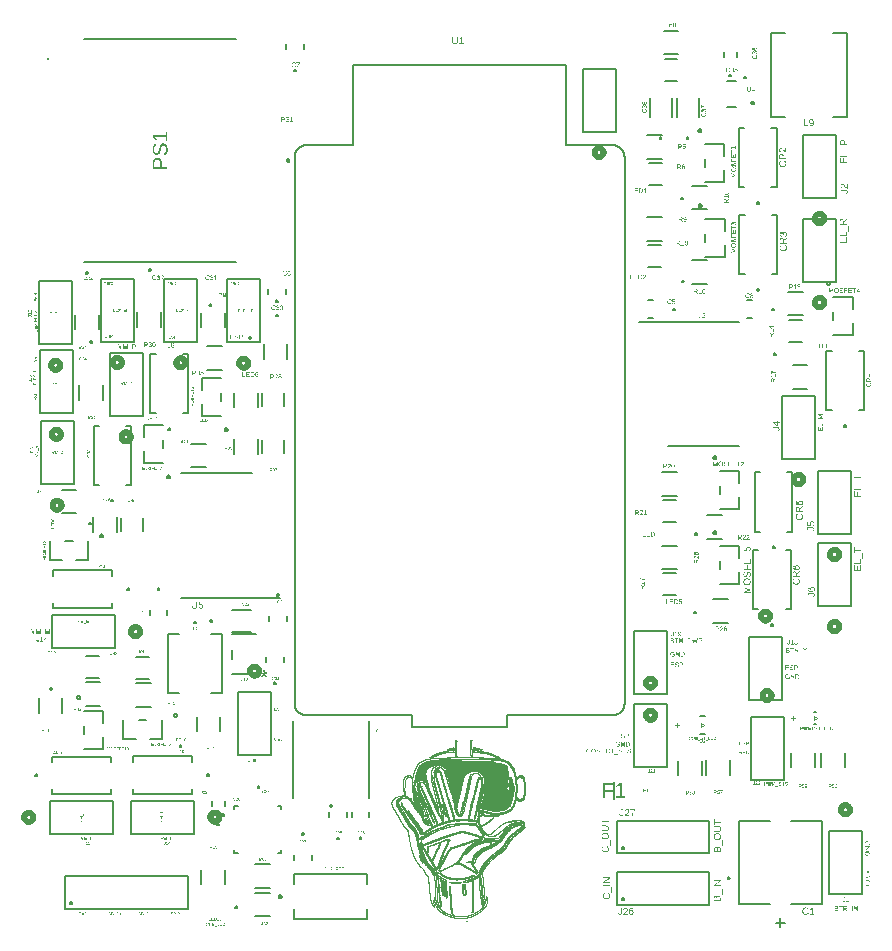
<source format=gbr>
G04 EAGLE Gerber RS-274X export*
G75*
%MOMM*%
%FSLAX34Y34*%
%LPD*%
%INSilkscreen Top*%
%IPPOS*%
%AMOC8*
5,1,8,0,0,1.08239X$1,22.5*%
G01*
G04 Define Apertures*
%ADD10R,0.457200X0.012700*%
%ADD11R,0.736600X0.012700*%
%ADD12R,0.203200X0.012700*%
%ADD13R,0.254000X0.012700*%
%ADD14R,0.165100X0.012700*%
%ADD15R,0.139700X0.012700*%
%ADD16R,0.152400X0.012700*%
%ADD17R,0.127000X0.012700*%
%ADD18R,0.114300X0.012700*%
%ADD19R,0.101600X0.012700*%
%ADD20R,0.088900X0.012700*%
%ADD21R,0.482600X0.012700*%
%ADD22R,0.685800X0.012700*%
%ADD23R,0.215900X0.012700*%
%ADD24R,0.190500X0.012700*%
%ADD25R,0.076200X0.012700*%
%ADD26R,0.063500X0.012700*%
%ADD27R,0.050800X0.012700*%
%ADD28R,0.025400X0.012700*%
%ADD29R,0.038100X0.012700*%
%ADD30R,0.012700X0.012700*%
%ADD31R,0.177800X0.012700*%
%ADD32R,0.241300X0.012700*%
%ADD33R,0.266700X0.012700*%
%ADD34R,0.292100X0.012700*%
%ADD35R,0.304800X0.012700*%
%ADD36R,0.330200X0.012700*%
%ADD37R,0.342900X0.012700*%
%ADD38R,0.368300X0.012700*%
%ADD39R,0.393700X0.012700*%
%ADD40R,0.406400X0.012700*%
%ADD41R,0.431800X0.012700*%
%ADD42R,0.444500X0.012700*%
%ADD43R,0.469900X0.012700*%
%ADD44R,0.495300X0.012700*%
%ADD45R,0.508000X0.012700*%
%ADD46R,0.520700X0.012700*%
%ADD47R,0.596900X0.012700*%
%ADD48R,0.419100X0.012700*%
%ADD49R,0.723900X0.012700*%
%ADD50R,0.838200X0.012700*%
%ADD51R,0.901700X0.012700*%
%ADD52R,0.927100X0.012700*%
%ADD53R,0.914400X0.012700*%
%ADD54R,0.952500X0.012700*%
%ADD55R,0.381000X0.012700*%
%ADD56R,0.863600X0.012700*%
%ADD57R,0.698500X0.012700*%
%ADD58R,0.355600X0.012700*%
%ADD59R,0.279400X0.012700*%
%ADD60R,0.228600X0.012700*%
%ADD61R,0.558800X0.012700*%
%ADD62R,0.749300X0.012700*%
%ADD63R,0.317500X0.012700*%
%ADD64R,0.762000X0.012700*%
%ADD65R,0.977900X0.012700*%
%ADD66R,1.041400X0.012700*%
%ADD67R,1.244600X0.012700*%
%ADD68R,1.219200X0.012700*%
%ADD69R,0.647700X0.012700*%
%ADD70R,1.181100X0.012700*%
%ADD71R,0.635000X0.012700*%
%ADD72R,0.889000X0.012700*%
%ADD73R,0.787400X0.012700*%
%ADD74R,1.168400X0.012700*%
%ADD75R,1.079500X0.012700*%
%ADD76R,1.104900X0.012700*%
%ADD77R,1.447800X0.012700*%
%ADD78R,1.003300X0.012700*%
%ADD79R,0.533400X0.012700*%
%ADD80R,0.850900X0.012700*%
%ADD81R,0.711200X0.012700*%
%ADD82R,0.825500X0.012700*%
%ADD83R,1.981200X0.012700*%
%ADD84R,1.854200X0.012700*%
%ADD85R,1.816100X0.012700*%
%ADD86R,1.663700X0.012700*%
%ADD87R,1.485900X0.012700*%
%ADD88R,1.282700X0.012700*%
%ADD89R,1.028700X0.012700*%
%ADD90R,1.117600X0.012700*%
%ADD91R,1.206500X0.012700*%
%ADD92R,1.320800X0.012700*%
%ADD93R,0.660400X0.012700*%
%ADD94R,0.774700X0.012700*%
%ADD95R,1.143000X0.012700*%
%ADD96R,1.308100X0.012700*%
%ADD97R,1.409700X0.012700*%
%ADD98R,1.562100X0.012700*%
%ADD99R,0.571500X0.012700*%
%ADD100R,0.546100X0.012700*%
%ADD101R,0.673100X0.012700*%
%ADD102R,0.622300X0.012700*%
%ADD103R,0.584200X0.012700*%
%ADD104R,0.609600X0.012700*%
%ADD105R,0.876300X0.012700*%
%ADD106R,1.054100X0.012700*%
%ADD107R,1.257300X0.012700*%
%ADD108R,1.358900X0.012700*%
%ADD109R,1.549400X0.012700*%
%ADD110R,1.638300X0.012700*%
%ADD111R,1.689100X0.012700*%
%ADD112R,1.790700X0.012700*%
%ADD113R,1.841500X0.012700*%
%ADD114R,1.930400X0.012700*%
%ADD115R,2.108200X0.012700*%
%ADD116R,2.171700X0.012700*%
%ADD117R,2.260600X0.012700*%
%ADD118R,2.286000X0.012700*%
%ADD119R,2.336800X0.012700*%
%ADD120R,2.362200X0.012700*%
%ADD121R,2.387600X0.012700*%
%ADD122R,2.400300X0.012700*%
%ADD123R,2.413000X0.012700*%
%ADD124R,2.425700X0.012700*%
%ADD125R,2.438400X0.012700*%
%ADD126R,2.451100X0.012700*%
%ADD127R,2.463800X0.012700*%
%ADD128R,2.476500X0.012700*%
%ADD129R,2.489200X0.012700*%
%ADD130R,2.501900X0.012700*%
%ADD131R,2.514600X0.012700*%
%ADD132R,2.527300X0.012700*%
%ADD133R,2.540000X0.012700*%
%ADD134R,2.552700X0.012700*%
%ADD135R,2.565400X0.012700*%
%ADD136R,2.578100X0.012700*%
%ADD137R,2.590800X0.012700*%
%ADD138R,0.800100X0.012700*%
%ADD139R,0.812800X0.012700*%
%ADD140R,2.057400X0.012700*%
%ADD141R,2.044700X0.012700*%
%ADD142R,2.032000X0.012700*%
%ADD143R,2.019300X0.012700*%
%ADD144R,2.006600X0.012700*%
%ADD145R,1.968500X0.012700*%
%ADD146R,0.939800X0.012700*%
%ADD147R,0.965200X0.012700*%
%ADD148R,0.990600X0.012700*%
%ADD149R,1.917700X0.012700*%
%ADD150R,1.892300X0.012700*%
%ADD151R,1.016000X0.012700*%
%ADD152R,1.866900X0.012700*%
%ADD153R,1.879600X0.012700*%
%ADD154R,1.943100X0.012700*%
%ADD155R,2.082800X0.012700*%
%ADD156R,1.955800X0.012700*%
%ADD157R,2.070100X0.012700*%
%ADD158R,1.066800X0.012700*%
%ADD159R,1.092200X0.012700*%
%ADD160R,1.130300X0.012700*%
%ADD161R,1.993900X0.012700*%
%ADD162R,1.155700X0.012700*%
%ADD163R,1.193800X0.012700*%
%ADD164R,1.231900X0.012700*%
%ADD165R,1.270000X0.012700*%
%ADD166R,1.295400X0.012700*%
%ADD167R,1.333500X0.012700*%
%ADD168R,1.346200X0.012700*%
%ADD169R,1.371600X0.012700*%
%ADD170R,1.384300X0.012700*%
%ADD171R,2.374900X0.012700*%
%ADD172R,1.397000X0.012700*%
%ADD173R,1.422400X0.012700*%
%ADD174R,1.435100X0.012700*%
%ADD175R,2.349500X0.012700*%
%ADD176R,1.460500X0.012700*%
%ADD177R,2.222500X0.012700*%
%ADD178R,2.235200X0.012700*%
%ADD179R,1.511300X0.012700*%
%ADD180R,1.524000X0.012700*%
%ADD181R,2.247900X0.012700*%
%ADD182R,1.536700X0.012700*%
%ADD183R,2.273300X0.012700*%
%ADD184R,1.574800X0.012700*%
%ADD185R,1.600200X0.012700*%
%ADD186R,2.298700X0.012700*%
%ADD187R,2.311400X0.012700*%
%ADD188R,1.612900X0.012700*%
%ADD189R,2.324100X0.012700*%
%ADD190R,1.651000X0.012700*%
%ADD191R,1.676400X0.012700*%
%ADD192R,1.701800X0.012700*%
%ADD193R,1.714500X0.012700*%
%ADD194R,1.727200X0.012700*%
%ADD195R,1.765300X0.012700*%
%ADD196R,1.803400X0.012700*%
%ADD197R,1.905000X0.012700*%
%ADD198R,2.628900X0.012700*%
%ADD199R,5.257800X0.012700*%
%ADD200R,5.270500X0.012700*%
%ADD201R,5.283200X0.012700*%
%ADD202R,5.295900X0.012700*%
%ADD203R,5.308600X0.012700*%
%ADD204R,5.321300X0.012700*%
%ADD205R,5.334000X0.012700*%
%ADD206R,5.346700X0.012700*%
%ADD207R,5.359400X0.012700*%
%ADD208R,5.372100X0.012700*%
%ADD209R,5.384800X0.012700*%
%ADD210R,5.397500X0.012700*%
%ADD211R,5.422900X0.012700*%
%ADD212R,5.435600X0.012700*%
%ADD213R,5.461000X0.012700*%
%ADD214R,5.473700X0.012700*%
%ADD215R,5.486400X0.012700*%
%ADD216R,5.499100X0.012700*%
%ADD217R,5.511800X0.012700*%
%ADD218R,5.537200X0.012700*%
%ADD219R,5.562600X0.012700*%
%ADD220R,5.600700X0.012700*%
%ADD221R,5.664200X0.012700*%
%ADD222R,5.765800X0.012700*%
%ADD223R,5.715000X0.012700*%
%ADD224R,7.315200X0.012700*%
%ADD225R,7.289800X0.012700*%
%ADD226R,7.251700X0.012700*%
%ADD227R,7.213600X0.012700*%
%ADD228R,7.175500X0.012700*%
%ADD229R,7.137400X0.012700*%
%ADD230R,7.086600X0.012700*%
%ADD231R,7.048500X0.012700*%
%ADD232R,6.997700X0.012700*%
%ADD233R,6.946900X0.012700*%
%ADD234R,6.896100X0.012700*%
%ADD235R,6.845300X0.012700*%
%ADD236R,6.769100X0.012700*%
%ADD237R,6.337300X0.012700*%
%ADD238R,6.311900X0.012700*%
%ADD239R,6.261100X0.012700*%
%ADD240R,6.223000X0.012700*%
%ADD241R,6.172200X0.012700*%
%ADD242R,6.134100X0.012700*%
%ADD243R,6.083300X0.012700*%
%ADD244R,6.019800X0.012700*%
%ADD245R,5.969000X0.012700*%
%ADD246R,5.905500X0.012700*%
%ADD247R,5.791200X0.012700*%
%ADD248R,5.702300X0.012700*%
%ADD249R,5.613400X0.012700*%
%ADD250R,5.524500X0.012700*%
%ADD251R,2.870200X0.012700*%
%ADD252R,2.755900X0.012700*%
%ADD253R,2.692400X0.012700*%
%ADD254R,2.095500X0.012700*%
%ADD255R,1.739900X0.012700*%
%ADD256R,2.654300X0.012700*%
%ADD257R,2.146300X0.012700*%
%ADD258R,2.603500X0.012700*%
%ADD259C,0.152400*%
%ADD260C,0.100000*%
%ADD261C,0.200000*%
%ADD262C,0.508000*%
%ADD263C,0.127000*%
G36*
X1063944Y142948D02*
X1063599Y142960D01*
X1063273Y142996D01*
X1062967Y143057D01*
X1062680Y143142D01*
X1062412Y143251D01*
X1062164Y143384D01*
X1061935Y143542D01*
X1061726Y143724D01*
X1061539Y143928D01*
X1061376Y144150D01*
X1061239Y144392D01*
X1061126Y144652D01*
X1061039Y144932D01*
X1060976Y145231D01*
X1060939Y145548D01*
X1060927Y145885D01*
X1060949Y146321D01*
X1061016Y146727D01*
X1061128Y147104D01*
X1061285Y147450D01*
X1061485Y147762D01*
X1061725Y148035D01*
X1062006Y148269D01*
X1062328Y148464D01*
X1062685Y148617D01*
X1063074Y148726D01*
X1063493Y148792D01*
X1063944Y148814D01*
X1064393Y148792D01*
X1064813Y148725D01*
X1065205Y148615D01*
X1065567Y148459D01*
X1065896Y148263D01*
X1066183Y148028D01*
X1066431Y147754D01*
X1066637Y147442D01*
X1066801Y147095D01*
X1066918Y146719D01*
X1066988Y146313D01*
X1067011Y145877D01*
X1066988Y145437D01*
X1066919Y145029D01*
X1066803Y144651D01*
X1066642Y144305D01*
X1066436Y143994D01*
X1066190Y143722D01*
X1065903Y143490D01*
X1065574Y143296D01*
X1065210Y143144D01*
X1064817Y143035D01*
X1064395Y142970D01*
X1063944Y142948D01*
G37*
%LPC*%
G36*
X1063944Y143762D02*
X1064214Y143771D01*
X1064471Y143797D01*
X1064713Y143841D01*
X1064941Y143902D01*
X1065154Y143981D01*
X1065353Y144077D01*
X1065538Y144191D01*
X1065708Y144322D01*
X1065861Y144469D01*
X1065994Y144629D01*
X1066106Y144803D01*
X1066197Y144991D01*
X1066269Y145192D01*
X1066320Y145407D01*
X1066350Y145635D01*
X1066361Y145877D01*
X1066351Y146125D01*
X1066321Y146359D01*
X1066272Y146578D01*
X1066203Y146782D01*
X1066114Y146970D01*
X1066005Y147145D01*
X1065877Y147304D01*
X1065729Y147448D01*
X1065563Y147577D01*
X1065381Y147688D01*
X1065182Y147782D01*
X1064967Y147859D01*
X1064736Y147919D01*
X1064488Y147962D01*
X1064224Y147987D01*
X1063944Y147996D01*
X1063675Y147987D01*
X1063421Y147961D01*
X1063183Y147918D01*
X1062959Y147858D01*
X1062749Y147780D01*
X1062555Y147685D01*
X1062375Y147573D01*
X1062211Y147444D01*
X1062063Y147299D01*
X1061935Y147140D01*
X1061827Y146966D01*
X1061738Y146778D01*
X1061670Y146576D01*
X1061620Y146360D01*
X1061591Y146130D01*
X1061581Y145885D01*
X1061591Y145638D01*
X1061620Y145406D01*
X1061668Y145188D01*
X1061736Y144985D01*
X1061824Y144796D01*
X1061930Y144622D01*
X1062057Y144461D01*
X1062202Y144316D01*
X1062365Y144186D01*
X1062544Y144073D01*
X1062738Y143978D01*
X1062948Y143900D01*
X1063173Y143840D01*
X1063415Y143796D01*
X1063671Y143770D01*
X1063944Y143762D01*
G37*
%LPD*%
G36*
X1064779Y149891D02*
X1061015Y149891D01*
X1061015Y150693D01*
X1064711Y150693D01*
X1064908Y150699D01*
X1065092Y150718D01*
X1065264Y150751D01*
X1065424Y150796D01*
X1065571Y150853D01*
X1065707Y150924D01*
X1065830Y151008D01*
X1065941Y151104D01*
X1066039Y151212D01*
X1066125Y151332D01*
X1066197Y151464D01*
X1066256Y151606D01*
X1066302Y151761D01*
X1066334Y151926D01*
X1066354Y152103D01*
X1066361Y152291D01*
X1066354Y152485D01*
X1066333Y152668D01*
X1066299Y152840D01*
X1066252Y153000D01*
X1066191Y153150D01*
X1066116Y153288D01*
X1066028Y153415D01*
X1065926Y153531D01*
X1065811Y153635D01*
X1065684Y153725D01*
X1065544Y153801D01*
X1065392Y153863D01*
X1065227Y153912D01*
X1065049Y153946D01*
X1064859Y153967D01*
X1064657Y153974D01*
X1061015Y153974D01*
X1061015Y154771D01*
X1064703Y154771D01*
X1065050Y154752D01*
X1065371Y154695D01*
X1065668Y154600D01*
X1065941Y154467D01*
X1066186Y154299D01*
X1066400Y154100D01*
X1066583Y153869D01*
X1066736Y153607D01*
X1066856Y153316D01*
X1066942Y153001D01*
X1066994Y152661D01*
X1067011Y152296D01*
X1066994Y151944D01*
X1066945Y151616D01*
X1066862Y151311D01*
X1066747Y151028D01*
X1066599Y150773D01*
X1066422Y150548D01*
X1066216Y150353D01*
X1065979Y150189D01*
X1065715Y150059D01*
X1065427Y149966D01*
X1065115Y149910D01*
X1064779Y149891D01*
G37*
G36*
X1063944Y132008D02*
X1063600Y132020D01*
X1063275Y132056D01*
X1062969Y132116D01*
X1062683Y132199D01*
X1062415Y132307D01*
X1062167Y132438D01*
X1061938Y132593D01*
X1061728Y132772D01*
X1061540Y132972D01*
X1061377Y133191D01*
X1061240Y133427D01*
X1061127Y133683D01*
X1061039Y133956D01*
X1060977Y134248D01*
X1060939Y134558D01*
X1060927Y134887D01*
X1060950Y135340D01*
X1061019Y135753D01*
X1061134Y136129D01*
X1061296Y136465D01*
X1061503Y136761D01*
X1061754Y137014D01*
X1062050Y137226D01*
X1062391Y137396D01*
X1062643Y136637D01*
X1062400Y136518D01*
X1062187Y136369D01*
X1062005Y136188D01*
X1061854Y135976D01*
X1061735Y135738D01*
X1061649Y135478D01*
X1061598Y135197D01*
X1061581Y134895D01*
X1061591Y134657D01*
X1061621Y134432D01*
X1061670Y134220D01*
X1061739Y134023D01*
X1061828Y133838D01*
X1061936Y133668D01*
X1062065Y133511D01*
X1062213Y133368D01*
X1062378Y133240D01*
X1062558Y133129D01*
X1062752Y133036D01*
X1062961Y132959D01*
X1063185Y132899D01*
X1063423Y132857D01*
X1063676Y132831D01*
X1063944Y132822D01*
X1064209Y132831D01*
X1064460Y132858D01*
X1064699Y132902D01*
X1064924Y132965D01*
X1065136Y133045D01*
X1065334Y133142D01*
X1065519Y133258D01*
X1065691Y133391D01*
X1065846Y133539D01*
X1065980Y133700D01*
X1066094Y133874D01*
X1066187Y134060D01*
X1066259Y134258D01*
X1066311Y134469D01*
X1066342Y134693D01*
X1066352Y134929D01*
X1066333Y135230D01*
X1066275Y135511D01*
X1066179Y135774D01*
X1066045Y136017D01*
X1065872Y136241D01*
X1065661Y136445D01*
X1065411Y136630D01*
X1065123Y136796D01*
X1065450Y137451D01*
X1065809Y137250D01*
X1066122Y137012D01*
X1066390Y136737D01*
X1066612Y136425D01*
X1066787Y136081D01*
X1066911Y135711D01*
X1066986Y135314D01*
X1067005Y135106D01*
X1067011Y134891D01*
X1066988Y134459D01*
X1066918Y134058D01*
X1066802Y133686D01*
X1066640Y133345D01*
X1066434Y133038D01*
X1066189Y132770D01*
X1065903Y132541D01*
X1065578Y132350D01*
X1065217Y132201D01*
X1064824Y132094D01*
X1064400Y132030D01*
X1063944Y132008D01*
G37*
G36*
X1061669Y155640D02*
X1061015Y155640D01*
X1061015Y160499D01*
X1061669Y160499D01*
X1061669Y158468D01*
X1066927Y158468D01*
X1066927Y157671D01*
X1061669Y157671D01*
X1061669Y155640D01*
G37*
G36*
X1068635Y137629D02*
X1068089Y137629D01*
X1068089Y142635D01*
X1068635Y142635D01*
X1068635Y137629D01*
G37*
G36*
X1068070Y105997D02*
X1062158Y105997D01*
X1062158Y106928D01*
X1067227Y110126D01*
X1066517Y110088D01*
X1066035Y110075D01*
X1062158Y110075D01*
X1062158Y110797D01*
X1068070Y110797D01*
X1068070Y109832D01*
X1063035Y106668D01*
X1063442Y106689D01*
X1064142Y106710D01*
X1068070Y106710D01*
X1068070Y105997D01*
G37*
G36*
X1065087Y92384D02*
X1064743Y92396D01*
X1064418Y92432D01*
X1064112Y92492D01*
X1063826Y92575D01*
X1063558Y92683D01*
X1063310Y92814D01*
X1063081Y92969D01*
X1062871Y93148D01*
X1062683Y93348D01*
X1062520Y93567D01*
X1062383Y93803D01*
X1062270Y94059D01*
X1062182Y94332D01*
X1062120Y94624D01*
X1062082Y94934D01*
X1062070Y95263D01*
X1062093Y95716D01*
X1062162Y96129D01*
X1062277Y96505D01*
X1062439Y96841D01*
X1062646Y97137D01*
X1062897Y97390D01*
X1063193Y97602D01*
X1063534Y97772D01*
X1063786Y97013D01*
X1063543Y96894D01*
X1063330Y96745D01*
X1063148Y96564D01*
X1062997Y96352D01*
X1062878Y96114D01*
X1062792Y95854D01*
X1062741Y95573D01*
X1062724Y95271D01*
X1062734Y95033D01*
X1062764Y94808D01*
X1062813Y94596D01*
X1062882Y94399D01*
X1062971Y94214D01*
X1063079Y94044D01*
X1063208Y93887D01*
X1063356Y93744D01*
X1063521Y93616D01*
X1063701Y93505D01*
X1063895Y93412D01*
X1064104Y93335D01*
X1064328Y93275D01*
X1064566Y93233D01*
X1064819Y93207D01*
X1065087Y93198D01*
X1065352Y93207D01*
X1065603Y93234D01*
X1065842Y93278D01*
X1066067Y93341D01*
X1066279Y93421D01*
X1066477Y93518D01*
X1066662Y93634D01*
X1066834Y93767D01*
X1066989Y93915D01*
X1067123Y94076D01*
X1067237Y94250D01*
X1067330Y94436D01*
X1067402Y94634D01*
X1067454Y94845D01*
X1067485Y95069D01*
X1067495Y95305D01*
X1067476Y95606D01*
X1067418Y95887D01*
X1067322Y96150D01*
X1067188Y96393D01*
X1067015Y96617D01*
X1066804Y96821D01*
X1066554Y97006D01*
X1066266Y97172D01*
X1066593Y97827D01*
X1066952Y97626D01*
X1067265Y97388D01*
X1067533Y97113D01*
X1067755Y96801D01*
X1067930Y96457D01*
X1068054Y96087D01*
X1068129Y95690D01*
X1068148Y95482D01*
X1068154Y95267D01*
X1068131Y94835D01*
X1068061Y94434D01*
X1067945Y94062D01*
X1067783Y93721D01*
X1067577Y93414D01*
X1067332Y93146D01*
X1067046Y92917D01*
X1066721Y92726D01*
X1066360Y92577D01*
X1065967Y92470D01*
X1065543Y92406D01*
X1065087Y92384D01*
G37*
G36*
X1068070Y103710D02*
X1062158Y103710D01*
X1062158Y104511D01*
X1068070Y104511D01*
X1068070Y103710D01*
G37*
G36*
X1069778Y98005D02*
X1069232Y98005D01*
X1069232Y103011D01*
X1069778Y103011D01*
X1069778Y98005D01*
G37*
G36*
X1158940Y142479D02*
X1158595Y142491D01*
X1158269Y142528D01*
X1157963Y142588D01*
X1157676Y142673D01*
X1157408Y142782D01*
X1157160Y142916D01*
X1156931Y143073D01*
X1156722Y143255D01*
X1156535Y143459D01*
X1156372Y143681D01*
X1156235Y143923D01*
X1156122Y144184D01*
X1156035Y144463D01*
X1155972Y144762D01*
X1155935Y145080D01*
X1155923Y145416D01*
X1155945Y145852D01*
X1156012Y146259D01*
X1156124Y146635D01*
X1156281Y146982D01*
X1156481Y147293D01*
X1156721Y147566D01*
X1157002Y147800D01*
X1157324Y147995D01*
X1157681Y148148D01*
X1158070Y148258D01*
X1158489Y148323D01*
X1158940Y148345D01*
X1159389Y148323D01*
X1159809Y148257D01*
X1160201Y148146D01*
X1160563Y147991D01*
X1160892Y147794D01*
X1161179Y147559D01*
X1161427Y147285D01*
X1161633Y146973D01*
X1161797Y146627D01*
X1161914Y146250D01*
X1161984Y145844D01*
X1162007Y145408D01*
X1161984Y144968D01*
X1161915Y144560D01*
X1161799Y144183D01*
X1161638Y143836D01*
X1161432Y143526D01*
X1161186Y143254D01*
X1160899Y143021D01*
X1160570Y142827D01*
X1160206Y142675D01*
X1159813Y142566D01*
X1159391Y142501D01*
X1158940Y142479D01*
G37*
%LPC*%
G36*
X1158940Y143293D02*
X1159210Y143302D01*
X1159467Y143328D01*
X1159709Y143372D01*
X1159937Y143433D01*
X1160150Y143512D01*
X1160349Y143608D01*
X1160534Y143722D01*
X1160704Y143853D01*
X1160857Y144000D01*
X1160990Y144161D01*
X1161102Y144334D01*
X1161193Y144522D01*
X1161265Y144723D01*
X1161316Y144938D01*
X1161346Y145166D01*
X1161357Y145408D01*
X1161347Y145656D01*
X1161317Y145890D01*
X1161268Y146109D01*
X1161199Y146313D01*
X1161110Y146502D01*
X1161001Y146676D01*
X1160873Y146835D01*
X1160725Y146979D01*
X1160559Y147108D01*
X1160377Y147219D01*
X1160178Y147313D01*
X1159963Y147390D01*
X1159732Y147450D01*
X1159484Y147493D01*
X1159220Y147518D01*
X1158940Y147527D01*
X1158671Y147518D01*
X1158417Y147493D01*
X1158179Y147449D01*
X1157955Y147389D01*
X1157745Y147311D01*
X1157551Y147217D01*
X1157371Y147105D01*
X1157207Y146975D01*
X1157059Y146830D01*
X1156931Y146671D01*
X1156823Y146497D01*
X1156734Y146310D01*
X1156666Y146108D01*
X1156616Y145891D01*
X1156587Y145661D01*
X1156577Y145416D01*
X1156587Y145170D01*
X1156616Y144937D01*
X1156664Y144720D01*
X1156732Y144516D01*
X1156820Y144327D01*
X1156926Y144153D01*
X1157053Y143993D01*
X1157198Y143847D01*
X1157361Y143717D01*
X1157540Y143605D01*
X1157734Y143509D01*
X1157944Y143432D01*
X1158169Y143371D01*
X1158411Y143328D01*
X1158667Y143302D01*
X1158940Y143293D01*
G37*
%LPD*%
G36*
X1161923Y132277D02*
X1156011Y132277D01*
X1156011Y134425D01*
X1156033Y134913D01*
X1156061Y135133D01*
X1156100Y135336D01*
X1156151Y135523D01*
X1156212Y135694D01*
X1156285Y135848D01*
X1156369Y135986D01*
X1156465Y136108D01*
X1156571Y136214D01*
X1156689Y136303D01*
X1156818Y136377D01*
X1156958Y136434D01*
X1157109Y136474D01*
X1157272Y136499D01*
X1157446Y136507D01*
X1157697Y136488D01*
X1157928Y136433D01*
X1158138Y136341D01*
X1158327Y136213D01*
X1158454Y136087D01*
X1158491Y136051D01*
X1158625Y135858D01*
X1158730Y135635D01*
X1158805Y135382D01*
X1158866Y135714D01*
X1158965Y136006D01*
X1159102Y136258D01*
X1159235Y136418D01*
X1159277Y136469D01*
X1159484Y136636D01*
X1159716Y136755D01*
X1159974Y136827D01*
X1160257Y136851D01*
X1160449Y136842D01*
X1160630Y136815D01*
X1160800Y136770D01*
X1160958Y136707D01*
X1161106Y136626D01*
X1161243Y136527D01*
X1161369Y136411D01*
X1161485Y136276D01*
X1161587Y136125D01*
X1161676Y135960D01*
X1161752Y135782D01*
X1161813Y135589D01*
X1161861Y135382D01*
X1161896Y135161D01*
X1161916Y134926D01*
X1161923Y134677D01*
X1161923Y132277D01*
G37*
%LPC*%
G36*
X1161281Y133078D02*
X1161281Y134635D01*
X1161264Y134977D01*
X1161213Y135270D01*
X1161128Y135512D01*
X1161008Y135705D01*
X1160855Y135852D01*
X1160668Y135957D01*
X1160448Y136020D01*
X1160194Y136041D01*
X1159949Y136018D01*
X1159737Y135949D01*
X1159558Y135834D01*
X1159411Y135674D01*
X1159296Y135467D01*
X1159215Y135215D01*
X1159166Y134916D01*
X1159149Y134572D01*
X1159149Y133078D01*
X1161281Y133078D01*
G37*
G36*
X1158524Y133078D02*
X1158524Y134425D01*
X1158509Y134726D01*
X1158464Y134986D01*
X1158388Y135205D01*
X1158283Y135384D01*
X1158146Y135523D01*
X1157977Y135622D01*
X1157776Y135681D01*
X1157542Y135701D01*
X1157320Y135681D01*
X1157132Y135619D01*
X1156978Y135517D01*
X1156858Y135374D01*
X1156768Y135192D01*
X1156704Y134973D01*
X1156665Y134718D01*
X1156653Y134425D01*
X1156653Y133078D01*
X1158524Y133078D01*
G37*
%LPD*%
G36*
X1159775Y149422D02*
X1156011Y149422D01*
X1156011Y150224D01*
X1159707Y150224D01*
X1159904Y150230D01*
X1160088Y150250D01*
X1160260Y150282D01*
X1160420Y150327D01*
X1160567Y150385D01*
X1160703Y150455D01*
X1160826Y150539D01*
X1160937Y150635D01*
X1161035Y150744D01*
X1161121Y150864D01*
X1161193Y150995D01*
X1161252Y151138D01*
X1161298Y151292D01*
X1161330Y151457D01*
X1161350Y151634D01*
X1161357Y151823D01*
X1161350Y152016D01*
X1161329Y152199D01*
X1161295Y152371D01*
X1161248Y152531D01*
X1161187Y152681D01*
X1161112Y152819D01*
X1161024Y152946D01*
X1160922Y153063D01*
X1160807Y153166D01*
X1160680Y153256D01*
X1160540Y153332D01*
X1160388Y153395D01*
X1160223Y153443D01*
X1160045Y153478D01*
X1159855Y153498D01*
X1159653Y153505D01*
X1156011Y153505D01*
X1156011Y154303D01*
X1159699Y154303D01*
X1160046Y154284D01*
X1160367Y154227D01*
X1160664Y154132D01*
X1160937Y153998D01*
X1161182Y153831D01*
X1161396Y153631D01*
X1161579Y153400D01*
X1161732Y153138D01*
X1161852Y152848D01*
X1161938Y152532D01*
X1161990Y152192D01*
X1162007Y151827D01*
X1161990Y151475D01*
X1161941Y151147D01*
X1161858Y150842D01*
X1161743Y150560D01*
X1161595Y150304D01*
X1161418Y150079D01*
X1161212Y149885D01*
X1160975Y149720D01*
X1160711Y149590D01*
X1160423Y149497D01*
X1160111Y149441D01*
X1159775Y149422D01*
G37*
G36*
X1156665Y155140D02*
X1156011Y155140D01*
X1156011Y159999D01*
X1156665Y159999D01*
X1156665Y157968D01*
X1161923Y157968D01*
X1161923Y157171D01*
X1156665Y157171D01*
X1156665Y155140D01*
G37*
G36*
X1163631Y137161D02*
X1163085Y137161D01*
X1163085Y142167D01*
X1163631Y142167D01*
X1163631Y137161D01*
G37*
G36*
X1161669Y90875D02*
X1155757Y90875D01*
X1155757Y93023D01*
X1155779Y93511D01*
X1155807Y93731D01*
X1155846Y93934D01*
X1155897Y94121D01*
X1155958Y94292D01*
X1156031Y94446D01*
X1156115Y94584D01*
X1156211Y94706D01*
X1156317Y94812D01*
X1156435Y94901D01*
X1156564Y94975D01*
X1156704Y95032D01*
X1156855Y95072D01*
X1157018Y95097D01*
X1157192Y95105D01*
X1157443Y95086D01*
X1157674Y95031D01*
X1157884Y94939D01*
X1158073Y94811D01*
X1158200Y94685D01*
X1158237Y94649D01*
X1158371Y94456D01*
X1158476Y94233D01*
X1158551Y93980D01*
X1158612Y94312D01*
X1158711Y94604D01*
X1158848Y94856D01*
X1158981Y95016D01*
X1159023Y95067D01*
X1159230Y95234D01*
X1159462Y95353D01*
X1159720Y95425D01*
X1160003Y95449D01*
X1160195Y95440D01*
X1160376Y95413D01*
X1160546Y95368D01*
X1160704Y95305D01*
X1160852Y95224D01*
X1160989Y95125D01*
X1161115Y95009D01*
X1161231Y94874D01*
X1161333Y94723D01*
X1161422Y94558D01*
X1161498Y94380D01*
X1161559Y94187D01*
X1161607Y93980D01*
X1161642Y93759D01*
X1161662Y93524D01*
X1161669Y93275D01*
X1161669Y90875D01*
G37*
%LPC*%
G36*
X1161027Y91676D02*
X1161027Y93233D01*
X1161010Y93575D01*
X1160959Y93868D01*
X1160874Y94110D01*
X1160754Y94303D01*
X1160601Y94450D01*
X1160414Y94555D01*
X1160194Y94618D01*
X1159940Y94639D01*
X1159695Y94616D01*
X1159483Y94547D01*
X1159304Y94432D01*
X1159157Y94272D01*
X1159042Y94065D01*
X1158961Y93813D01*
X1158912Y93514D01*
X1158895Y93170D01*
X1158895Y91676D01*
X1161027Y91676D01*
G37*
G36*
X1158270Y91676D02*
X1158270Y93023D01*
X1158255Y93324D01*
X1158210Y93584D01*
X1158134Y93803D01*
X1158029Y93982D01*
X1157892Y94121D01*
X1157723Y94220D01*
X1157522Y94279D01*
X1157288Y94299D01*
X1157066Y94279D01*
X1156878Y94217D01*
X1156724Y94115D01*
X1156604Y93972D01*
X1156514Y93790D01*
X1156450Y93571D01*
X1156411Y93316D01*
X1156399Y93023D01*
X1156399Y91676D01*
X1158270Y91676D01*
G37*
%LPD*%
G36*
X1161669Y103750D02*
X1155757Y103750D01*
X1155757Y104682D01*
X1160826Y107879D01*
X1160116Y107841D01*
X1159634Y107829D01*
X1155757Y107829D01*
X1155757Y108550D01*
X1161669Y108550D01*
X1161669Y107585D01*
X1156634Y104421D01*
X1157041Y104442D01*
X1157741Y104463D01*
X1161669Y104463D01*
X1161669Y103750D01*
G37*
G36*
X1161669Y101463D02*
X1155757Y101463D01*
X1155757Y102265D01*
X1161669Y102265D01*
X1161669Y101463D01*
G37*
G36*
X1163377Y95759D02*
X1162831Y95759D01*
X1162831Y100765D01*
X1163377Y100765D01*
X1163377Y95759D01*
G37*
G36*
X1084445Y162687D02*
X1080530Y162687D01*
X1080530Y163220D01*
X1080643Y163458D01*
X1080768Y163682D01*
X1080905Y163891D01*
X1081053Y164086D01*
X1081369Y164444D01*
X1081701Y164766D01*
X1082375Y165331D01*
X1082692Y165591D01*
X1082977Y165851D01*
X1083220Y166117D01*
X1083411Y166396D01*
X1083484Y166544D01*
X1083535Y166701D01*
X1083567Y166867D01*
X1083577Y167043D01*
X1083559Y167272D01*
X1083506Y167475D01*
X1083416Y167650D01*
X1083292Y167798D01*
X1083135Y167915D01*
X1082951Y167999D01*
X1082738Y168050D01*
X1082498Y168066D01*
X1082268Y168050D01*
X1082058Y168001D01*
X1081870Y167919D01*
X1081703Y167804D01*
X1081563Y167660D01*
X1081455Y167489D01*
X1081380Y167292D01*
X1081336Y167068D01*
X1080564Y167139D01*
X1080592Y167312D01*
X1080633Y167476D01*
X1080688Y167630D01*
X1080757Y167776D01*
X1080839Y167912D01*
X1080934Y168040D01*
X1081166Y168268D01*
X1081444Y168451D01*
X1081596Y168524D01*
X1081758Y168583D01*
X1081930Y168629D01*
X1082110Y168661D01*
X1082300Y168681D01*
X1082498Y168688D01*
X1082715Y168681D01*
X1082920Y168661D01*
X1083111Y168628D01*
X1083289Y168582D01*
X1083454Y168523D01*
X1083607Y168450D01*
X1083746Y168365D01*
X1083873Y168266D01*
X1083985Y168155D01*
X1084083Y168033D01*
X1084165Y167900D01*
X1084233Y167755D01*
X1084286Y167600D01*
X1084323Y167434D01*
X1084346Y167256D01*
X1084353Y167068D01*
X1084343Y166896D01*
X1084314Y166725D01*
X1084265Y166554D01*
X1084196Y166384D01*
X1084108Y166214D01*
X1084000Y166044D01*
X1083728Y165704D01*
X1083276Y165271D01*
X1082540Y164651D01*
X1082107Y164276D01*
X1081773Y163940D01*
X1081527Y163629D01*
X1081434Y163477D01*
X1081361Y163329D01*
X1084445Y163329D01*
X1084445Y162687D01*
G37*
G36*
X1077735Y162603D02*
X1077552Y162609D01*
X1077378Y162627D01*
X1077060Y162700D01*
X1076780Y162821D01*
X1076538Y162991D01*
X1076334Y163210D01*
X1076168Y163476D01*
X1076041Y163792D01*
X1075951Y164156D01*
X1076736Y164286D01*
X1076786Y164056D01*
X1076859Y163852D01*
X1076955Y163676D01*
X1077076Y163526D01*
X1077216Y163407D01*
X1077374Y163322D01*
X1077548Y163271D01*
X1077739Y163253D01*
X1077946Y163272D01*
X1078129Y163328D01*
X1078290Y163422D01*
X1078427Y163554D01*
X1078537Y163721D01*
X1078616Y163923D01*
X1078663Y164161D01*
X1078679Y164433D01*
X1078679Y167945D01*
X1077542Y167945D01*
X1077542Y168599D01*
X1079476Y168599D01*
X1079476Y164449D01*
X1079469Y164240D01*
X1079447Y164042D01*
X1079411Y163856D01*
X1079360Y163681D01*
X1079294Y163518D01*
X1079214Y163366D01*
X1079119Y163225D01*
X1079010Y163096D01*
X1078888Y162981D01*
X1078756Y162880D01*
X1078613Y162796D01*
X1078458Y162726D01*
X1078294Y162672D01*
X1078118Y162634D01*
X1077932Y162611D01*
X1077735Y162603D01*
G37*
G36*
X1087200Y162687D02*
X1086411Y162687D01*
X1086419Y162972D01*
X1086441Y163261D01*
X1086479Y163554D01*
X1086531Y163850D01*
X1086681Y164454D01*
X1086892Y165073D01*
X1087172Y165723D01*
X1087533Y166420D01*
X1087975Y167165D01*
X1088497Y167957D01*
X1085320Y167957D01*
X1085320Y168599D01*
X1089227Y168599D01*
X1089227Y167987D01*
X1088807Y167332D01*
X1088454Y166752D01*
X1088167Y166247D01*
X1087947Y165817D01*
X1087772Y165426D01*
X1087620Y165038D01*
X1087492Y164652D01*
X1087387Y164269D01*
X1087305Y163884D01*
X1087247Y163492D01*
X1087212Y163093D01*
X1087200Y162687D01*
G37*
G36*
X1086102Y79164D02*
X1085860Y79176D01*
X1085632Y79211D01*
X1085419Y79269D01*
X1085221Y79350D01*
X1085037Y79454D01*
X1084868Y79582D01*
X1084714Y79733D01*
X1084575Y79907D01*
X1084451Y80103D01*
X1084343Y80320D01*
X1084252Y80559D01*
X1084178Y80818D01*
X1084120Y81099D01*
X1084079Y81401D01*
X1084054Y81724D01*
X1084046Y82068D01*
X1084054Y82441D01*
X1084080Y82791D01*
X1084123Y83119D01*
X1084183Y83425D01*
X1084261Y83709D01*
X1084355Y83970D01*
X1084467Y84209D01*
X1084596Y84426D01*
X1084740Y84619D01*
X1084900Y84786D01*
X1085073Y84927D01*
X1085262Y85043D01*
X1085465Y85133D01*
X1085682Y85197D01*
X1085914Y85236D01*
X1086161Y85249D01*
X1086480Y85230D01*
X1086768Y85173D01*
X1087025Y85079D01*
X1087252Y84947D01*
X1087447Y84778D01*
X1087612Y84571D01*
X1087745Y84326D01*
X1087848Y84044D01*
X1087126Y83914D01*
X1087062Y84083D01*
X1086982Y84230D01*
X1086885Y84354D01*
X1086771Y84455D01*
X1086641Y84534D01*
X1086495Y84591D01*
X1086332Y84625D01*
X1086152Y84636D01*
X1085995Y84626D01*
X1085847Y84598D01*
X1085709Y84551D01*
X1085579Y84485D01*
X1085459Y84401D01*
X1085347Y84297D01*
X1085245Y84175D01*
X1085152Y84034D01*
X1085068Y83875D01*
X1084996Y83699D01*
X1084936Y83506D01*
X1084886Y83297D01*
X1084847Y83070D01*
X1084819Y82827D01*
X1084797Y82290D01*
X1084910Y82470D01*
X1085045Y82626D01*
X1085200Y82760D01*
X1085376Y82871D01*
X1085570Y82959D01*
X1085777Y83021D01*
X1085998Y83058D01*
X1086232Y83071D01*
X1086431Y83063D01*
X1086620Y83039D01*
X1086798Y82999D01*
X1086966Y82943D01*
X1087123Y82871D01*
X1087269Y82783D01*
X1087405Y82679D01*
X1087531Y82559D01*
X1087643Y82425D01*
X1087741Y82281D01*
X1087824Y82125D01*
X1087891Y81959D01*
X1087944Y81781D01*
X1087981Y81593D01*
X1088004Y81393D01*
X1088011Y81182D01*
X1088003Y80955D01*
X1087980Y80739D01*
X1087940Y80536D01*
X1087884Y80345D01*
X1087813Y80167D01*
X1087726Y80001D01*
X1087623Y79847D01*
X1087504Y79705D01*
X1087371Y79579D01*
X1087226Y79469D01*
X1087068Y79376D01*
X1086899Y79299D01*
X1086718Y79240D01*
X1086525Y79198D01*
X1086319Y79173D01*
X1086102Y79164D01*
G37*
%LPC*%
G36*
X1086077Y79773D02*
X1086335Y79795D01*
X1086564Y79864D01*
X1086763Y79979D01*
X1086933Y80140D01*
X1087069Y80340D01*
X1087166Y80576D01*
X1087224Y80845D01*
X1087243Y81149D01*
X1087224Y81452D01*
X1087165Y81717D01*
X1087066Y81947D01*
X1086929Y82139D01*
X1086756Y82292D01*
X1086552Y82400D01*
X1086317Y82466D01*
X1086052Y82487D01*
X1085800Y82468D01*
X1085574Y82410D01*
X1085373Y82314D01*
X1085198Y82179D01*
X1085055Y82010D01*
X1084954Y81812D01*
X1084893Y81585D01*
X1084873Y81329D01*
X1084894Y81003D01*
X1084957Y80707D01*
X1085063Y80443D01*
X1085210Y80209D01*
X1085391Y80018D01*
X1085596Y79882D01*
X1085824Y79800D01*
X1085948Y79779D01*
X1086077Y79773D01*
G37*
%LPD*%
G36*
X1083175Y79248D02*
X1079260Y79248D01*
X1079260Y79781D01*
X1079373Y80019D01*
X1079498Y80243D01*
X1079635Y80452D01*
X1079783Y80647D01*
X1080099Y81005D01*
X1080431Y81327D01*
X1081105Y81892D01*
X1081422Y82152D01*
X1081707Y82412D01*
X1081950Y82678D01*
X1082141Y82957D01*
X1082214Y83105D01*
X1082265Y83262D01*
X1082297Y83428D01*
X1082307Y83604D01*
X1082289Y83833D01*
X1082236Y84036D01*
X1082146Y84211D01*
X1082022Y84359D01*
X1081865Y84476D01*
X1081681Y84560D01*
X1081468Y84611D01*
X1081228Y84627D01*
X1080998Y84611D01*
X1080788Y84562D01*
X1080600Y84480D01*
X1080433Y84365D01*
X1080293Y84221D01*
X1080185Y84050D01*
X1080110Y83853D01*
X1080066Y83629D01*
X1079294Y83700D01*
X1079322Y83873D01*
X1079363Y84037D01*
X1079418Y84191D01*
X1079487Y84337D01*
X1079569Y84473D01*
X1079664Y84601D01*
X1079896Y84829D01*
X1080174Y85012D01*
X1080326Y85085D01*
X1080488Y85144D01*
X1080660Y85190D01*
X1080840Y85222D01*
X1081030Y85242D01*
X1081228Y85249D01*
X1081445Y85242D01*
X1081650Y85222D01*
X1081841Y85189D01*
X1082019Y85143D01*
X1082184Y85084D01*
X1082337Y85011D01*
X1082476Y84926D01*
X1082603Y84827D01*
X1082715Y84716D01*
X1082813Y84594D01*
X1082895Y84461D01*
X1082963Y84316D01*
X1083016Y84161D01*
X1083053Y83995D01*
X1083076Y83817D01*
X1083083Y83629D01*
X1083073Y83457D01*
X1083044Y83286D01*
X1082995Y83115D01*
X1082926Y82945D01*
X1082838Y82775D01*
X1082730Y82605D01*
X1082458Y82265D01*
X1082006Y81832D01*
X1081270Y81212D01*
X1080837Y80837D01*
X1080503Y80501D01*
X1080257Y80190D01*
X1080164Y80038D01*
X1080091Y79890D01*
X1083175Y79890D01*
X1083175Y79248D01*
G37*
G36*
X1076465Y79164D02*
X1076282Y79170D01*
X1076108Y79188D01*
X1075790Y79261D01*
X1075510Y79382D01*
X1075268Y79552D01*
X1075064Y79771D01*
X1074898Y80037D01*
X1074771Y80353D01*
X1074681Y80717D01*
X1075466Y80847D01*
X1075516Y80617D01*
X1075589Y80413D01*
X1075685Y80237D01*
X1075806Y80087D01*
X1075946Y79968D01*
X1076104Y79883D01*
X1076278Y79832D01*
X1076469Y79814D01*
X1076676Y79833D01*
X1076859Y79889D01*
X1077020Y79983D01*
X1077157Y80115D01*
X1077267Y80282D01*
X1077346Y80484D01*
X1077393Y80722D01*
X1077409Y80994D01*
X1077409Y84506D01*
X1076272Y84506D01*
X1076272Y85160D01*
X1078206Y85160D01*
X1078206Y81010D01*
X1078199Y80801D01*
X1078177Y80603D01*
X1078141Y80417D01*
X1078090Y80242D01*
X1078024Y80079D01*
X1077944Y79927D01*
X1077849Y79786D01*
X1077740Y79657D01*
X1077618Y79542D01*
X1077486Y79441D01*
X1077343Y79357D01*
X1077188Y79287D01*
X1077024Y79233D01*
X1076848Y79195D01*
X1076662Y79172D01*
X1076465Y79164D01*
G37*
G36*
X1233822Y79291D02*
X1233390Y79314D01*
X1232989Y79384D01*
X1232617Y79500D01*
X1232276Y79662D01*
X1231969Y79868D01*
X1231701Y80114D01*
X1231472Y80399D01*
X1231281Y80724D01*
X1231132Y81085D01*
X1231025Y81478D01*
X1230961Y81902D01*
X1230939Y82358D01*
X1230951Y82702D01*
X1230987Y83027D01*
X1231047Y83333D01*
X1231130Y83619D01*
X1231238Y83887D01*
X1231369Y84135D01*
X1231524Y84364D01*
X1231703Y84574D01*
X1231903Y84762D01*
X1232122Y84925D01*
X1232358Y85062D01*
X1232614Y85175D01*
X1232887Y85263D01*
X1233179Y85325D01*
X1233489Y85363D01*
X1233818Y85376D01*
X1234271Y85352D01*
X1234684Y85283D01*
X1235060Y85168D01*
X1235396Y85006D01*
X1235692Y84799D01*
X1235945Y84548D01*
X1236157Y84252D01*
X1236327Y83911D01*
X1235568Y83659D01*
X1235449Y83902D01*
X1235300Y84115D01*
X1235119Y84297D01*
X1234907Y84448D01*
X1234669Y84567D01*
X1234409Y84653D01*
X1234128Y84704D01*
X1233826Y84721D01*
X1233588Y84711D01*
X1233363Y84681D01*
X1233151Y84632D01*
X1232954Y84563D01*
X1232769Y84474D01*
X1232599Y84366D01*
X1232442Y84237D01*
X1232299Y84089D01*
X1232171Y83924D01*
X1232060Y83744D01*
X1231967Y83550D01*
X1231890Y83341D01*
X1231830Y83117D01*
X1231788Y82879D01*
X1231762Y82626D01*
X1231753Y82358D01*
X1231762Y82093D01*
X1231789Y81842D01*
X1231833Y81603D01*
X1231896Y81378D01*
X1231976Y81166D01*
X1232073Y80968D01*
X1232189Y80783D01*
X1232322Y80611D01*
X1232470Y80456D01*
X1232631Y80322D01*
X1232805Y80208D01*
X1232991Y80115D01*
X1233189Y80043D01*
X1233400Y79991D01*
X1233624Y79960D01*
X1233860Y79950D01*
X1234161Y79969D01*
X1234442Y80027D01*
X1234705Y80123D01*
X1234948Y80257D01*
X1235172Y80430D01*
X1235376Y80641D01*
X1235561Y80891D01*
X1235727Y81179D01*
X1236382Y80852D01*
X1236181Y80493D01*
X1235943Y80180D01*
X1235668Y79912D01*
X1235356Y79690D01*
X1235012Y79515D01*
X1234642Y79391D01*
X1234245Y79316D01*
X1234037Y79297D01*
X1233822Y79291D01*
G37*
G36*
X1241050Y79375D02*
X1237345Y79375D01*
X1237345Y80017D01*
X1238852Y80017D01*
X1238852Y84566D01*
X1237517Y83613D01*
X1237517Y84326D01*
X1238914Y85287D01*
X1239611Y85287D01*
X1239611Y80017D01*
X1241050Y80017D01*
X1241050Y79375D01*
G37*
G36*
X1184086Y358210D02*
X1183741Y358222D01*
X1183415Y358259D01*
X1183109Y358319D01*
X1182822Y358404D01*
X1182554Y358514D01*
X1182306Y358647D01*
X1182077Y358805D01*
X1181868Y358987D01*
X1181681Y359190D01*
X1181518Y359413D01*
X1181381Y359654D01*
X1181268Y359915D01*
X1181181Y360195D01*
X1181118Y360493D01*
X1181081Y360811D01*
X1181069Y361148D01*
X1181091Y361584D01*
X1181158Y361990D01*
X1181270Y362366D01*
X1181427Y362713D01*
X1181627Y363025D01*
X1181867Y363298D01*
X1182148Y363531D01*
X1182470Y363726D01*
X1182827Y363879D01*
X1183216Y363989D01*
X1183635Y364055D01*
X1184086Y364077D01*
X1184535Y364054D01*
X1184955Y363988D01*
X1185347Y363877D01*
X1185709Y363722D01*
X1186038Y363525D01*
X1186325Y363290D01*
X1186573Y363017D01*
X1186779Y362704D01*
X1186943Y362358D01*
X1187060Y361982D01*
X1187130Y361575D01*
X1187153Y361139D01*
X1187130Y360700D01*
X1187061Y360291D01*
X1186945Y359914D01*
X1186784Y359568D01*
X1186578Y359257D01*
X1186332Y358985D01*
X1186045Y358752D01*
X1185716Y358559D01*
X1185352Y358406D01*
X1184959Y358297D01*
X1184537Y358232D01*
X1184086Y358210D01*
G37*
%LPC*%
G36*
X1184086Y359024D02*
X1184356Y359033D01*
X1184613Y359059D01*
X1184855Y359103D01*
X1185083Y359164D01*
X1185296Y359243D01*
X1185495Y359339D01*
X1185680Y359453D01*
X1185850Y359585D01*
X1186003Y359731D01*
X1186136Y359892D01*
X1186248Y360066D01*
X1186339Y360253D01*
X1186411Y360454D01*
X1186462Y360669D01*
X1186492Y360897D01*
X1186503Y361139D01*
X1186493Y361388D01*
X1186463Y361621D01*
X1186414Y361840D01*
X1186345Y362044D01*
X1186256Y362233D01*
X1186147Y362407D01*
X1186019Y362566D01*
X1185871Y362711D01*
X1185705Y362839D01*
X1185523Y362950D01*
X1185324Y363044D01*
X1185109Y363121D01*
X1184878Y363181D01*
X1184630Y363224D01*
X1184366Y363250D01*
X1184086Y363258D01*
X1183817Y363250D01*
X1183563Y363224D01*
X1183325Y363181D01*
X1183101Y363120D01*
X1182891Y363043D01*
X1182697Y362948D01*
X1182517Y362836D01*
X1182353Y362706D01*
X1182205Y362561D01*
X1182077Y362402D01*
X1181969Y362229D01*
X1181880Y362041D01*
X1181812Y361839D01*
X1181762Y361623D01*
X1181733Y361392D01*
X1181723Y361148D01*
X1181733Y360901D01*
X1181762Y360669D01*
X1181810Y360451D01*
X1181878Y360248D01*
X1181966Y360059D01*
X1182072Y359884D01*
X1182199Y359724D01*
X1182344Y359578D01*
X1182507Y359448D01*
X1182686Y359336D01*
X1182880Y359241D01*
X1183090Y359163D01*
X1183315Y359102D01*
X1183557Y359059D01*
X1183813Y359033D01*
X1184086Y359024D01*
G37*
%LPD*%
G36*
X1187069Y351352D02*
X1181157Y351352D01*
X1181157Y352405D01*
X1185256Y353979D01*
X1185787Y354140D01*
X1186196Y354243D01*
X1185686Y354384D01*
X1185256Y354528D01*
X1181157Y356073D01*
X1181157Y357101D01*
X1187069Y357101D01*
X1187069Y356379D01*
X1183125Y356379D01*
X1182483Y356388D01*
X1181866Y356417D01*
X1182535Y356222D01*
X1183041Y356047D01*
X1187069Y354520D01*
X1187069Y353958D01*
X1183041Y352409D01*
X1182327Y352174D01*
X1181866Y352036D01*
X1182332Y352049D01*
X1183125Y352065D01*
X1187069Y352065D01*
X1187069Y351352D01*
G37*
G36*
X1187069Y376164D02*
X1181157Y376164D01*
X1181157Y380650D01*
X1181811Y380650D01*
X1181811Y376966D01*
X1183708Y376966D01*
X1183708Y380398D01*
X1184354Y380398D01*
X1184354Y376966D01*
X1186414Y376966D01*
X1186414Y380822D01*
X1187069Y380822D01*
X1187069Y376164D01*
G37*
G36*
X1185651Y364850D02*
X1185495Y365626D01*
X1185744Y365712D01*
X1185958Y365836D01*
X1186136Y365997D01*
X1186278Y366197D01*
X1186387Y366435D01*
X1186465Y366712D01*
X1186512Y367028D01*
X1186528Y367384D01*
X1186511Y367750D01*
X1186461Y368072D01*
X1186378Y368349D01*
X1186261Y368582D01*
X1186112Y368767D01*
X1185932Y368899D01*
X1185721Y368978D01*
X1185604Y368997D01*
X1185479Y369004D01*
X1185341Y368996D01*
X1185216Y368971D01*
X1185106Y368930D01*
X1185009Y368872D01*
X1184844Y368713D01*
X1184711Y368500D01*
X1184603Y368238D01*
X1184514Y367930D01*
X1184342Y367195D01*
X1184186Y366579D01*
X1184031Y366132D01*
X1183867Y365807D01*
X1183685Y365559D01*
X1183478Y365374D01*
X1183238Y365238D01*
X1183105Y365189D01*
X1182963Y365154D01*
X1182811Y365134D01*
X1182650Y365127D01*
X1182466Y365136D01*
X1182292Y365163D01*
X1182130Y365208D01*
X1181978Y365272D01*
X1181837Y365354D01*
X1181707Y365454D01*
X1181588Y365572D01*
X1181480Y365708D01*
X1181383Y365861D01*
X1181300Y366030D01*
X1181229Y366214D01*
X1181171Y366414D01*
X1181126Y366630D01*
X1181094Y366862D01*
X1181075Y367109D01*
X1181069Y367372D01*
X1181088Y367846D01*
X1181146Y368260D01*
X1181242Y368616D01*
X1181377Y368912D01*
X1181461Y369040D01*
X1181558Y369158D01*
X1181794Y369365D01*
X1182084Y369532D01*
X1182428Y369659D01*
X1182567Y368870D01*
X1182348Y368790D01*
X1182161Y368681D01*
X1182007Y368542D01*
X1181885Y368375D01*
X1181792Y368174D01*
X1181726Y367939D01*
X1181686Y367669D01*
X1181673Y367363D01*
X1181687Y367030D01*
X1181732Y366738D01*
X1181805Y366488D01*
X1181908Y366281D01*
X1182040Y366117D01*
X1182200Y366001D01*
X1182390Y365931D01*
X1182609Y365907D01*
X1182739Y365916D01*
X1182858Y365943D01*
X1182965Y365989D01*
X1183060Y366052D01*
X1183224Y366229D01*
X1183362Y366469D01*
X1183427Y366640D01*
X1183500Y366878D01*
X1183666Y367556D01*
X1183794Y368100D01*
X1183865Y368365D01*
X1183949Y368618D01*
X1184047Y368858D01*
X1184161Y369082D01*
X1184296Y369284D01*
X1184459Y369457D01*
X1184651Y369599D01*
X1184874Y369707D01*
X1185135Y369774D01*
X1185437Y369797D01*
X1185636Y369787D01*
X1185823Y369757D01*
X1185998Y369707D01*
X1186163Y369637D01*
X1186315Y369547D01*
X1186456Y369437D01*
X1186586Y369307D01*
X1186704Y369157D01*
X1186809Y368989D01*
X1186900Y368804D01*
X1186978Y368604D01*
X1187041Y368387D01*
X1187090Y368153D01*
X1187125Y367903D01*
X1187146Y367637D01*
X1187153Y367355D01*
X1187147Y367092D01*
X1187129Y366843D01*
X1187100Y366608D01*
X1187059Y366388D01*
X1187006Y366182D01*
X1186942Y365990D01*
X1186865Y365812D01*
X1186777Y365648D01*
X1186678Y365499D01*
X1186566Y365363D01*
X1186443Y365242D01*
X1186308Y365135D01*
X1186161Y365043D01*
X1186003Y364964D01*
X1185833Y364900D01*
X1185651Y364850D01*
G37*
G36*
X1185747Y386772D02*
X1185659Y387536D01*
X1185865Y387608D01*
X1186043Y387703D01*
X1186194Y387821D01*
X1186317Y387963D01*
X1186413Y388128D01*
X1186481Y388317D01*
X1186522Y388530D01*
X1186536Y388766D01*
X1186513Y389053D01*
X1186444Y389308D01*
X1186330Y389529D01*
X1186169Y389718D01*
X1185968Y389869D01*
X1185733Y389976D01*
X1185464Y390041D01*
X1185160Y390062D01*
X1184894Y390040D01*
X1184655Y389976D01*
X1184443Y389867D01*
X1184258Y389716D01*
X1184107Y389528D01*
X1184000Y389309D01*
X1183935Y389061D01*
X1183914Y388782D01*
X1183938Y388486D01*
X1184010Y388212D01*
X1184140Y387947D01*
X1184337Y387683D01*
X1184337Y386944D01*
X1181157Y387142D01*
X1181157Y390503D01*
X1181799Y390503D01*
X1181799Y387830D01*
X1183674Y387716D01*
X1183509Y387977D01*
X1183391Y388267D01*
X1183320Y388587D01*
X1183297Y388938D01*
X1183305Y389150D01*
X1183329Y389352D01*
X1183369Y389542D01*
X1183425Y389722D01*
X1183497Y389890D01*
X1183585Y390047D01*
X1183689Y390193D01*
X1183809Y390329D01*
X1183941Y390450D01*
X1184084Y390555D01*
X1184236Y390644D01*
X1184398Y390717D01*
X1184570Y390774D01*
X1184751Y390814D01*
X1184942Y390839D01*
X1185143Y390847D01*
X1185371Y390838D01*
X1185586Y390812D01*
X1185789Y390769D01*
X1185979Y390708D01*
X1186157Y390630D01*
X1186322Y390534D01*
X1186475Y390421D01*
X1186616Y390291D01*
X1186742Y390145D01*
X1186851Y389986D01*
X1186943Y389813D01*
X1187019Y389627D01*
X1187077Y389428D01*
X1187119Y389215D01*
X1187145Y388989D01*
X1187153Y388749D01*
X1187130Y388355D01*
X1187063Y388002D01*
X1186950Y387688D01*
X1186792Y387414D01*
X1186591Y387184D01*
X1186350Y387000D01*
X1186069Y386863D01*
X1185747Y386772D01*
G37*
G36*
X1187069Y370914D02*
X1181157Y370914D01*
X1181157Y375115D01*
X1181811Y375115D01*
X1181811Y371716D01*
X1184010Y371716D01*
X1184010Y375014D01*
X1184673Y375014D01*
X1184673Y371716D01*
X1187069Y371716D01*
X1187069Y370914D01*
G37*
G36*
X1181811Y381371D02*
X1181157Y381371D01*
X1181157Y386230D01*
X1181811Y386230D01*
X1181811Y384199D01*
X1187069Y384199D01*
X1187069Y383402D01*
X1181811Y383402D01*
X1181811Y381371D01*
G37*
G36*
X1228598Y365159D02*
X1222686Y365159D01*
X1222686Y367942D01*
X1222693Y368184D01*
X1222714Y368412D01*
X1222748Y368627D01*
X1222797Y368826D01*
X1222860Y369012D01*
X1222937Y369183D01*
X1223028Y369341D01*
X1223133Y369484D01*
X1223250Y369611D01*
X1223378Y369721D01*
X1223517Y369815D01*
X1223667Y369891D01*
X1223828Y369951D01*
X1224000Y369993D01*
X1224183Y370019D01*
X1224377Y370027D01*
X1224693Y370003D01*
X1224983Y369931D01*
X1225247Y369811D01*
X1225484Y369643D01*
X1225688Y369433D01*
X1225801Y369261D01*
X1225851Y369186D01*
X1225971Y368903D01*
X1226051Y368584D01*
X1227135Y369298D01*
X1228598Y370262D01*
X1228598Y369339D01*
X1226143Y367803D01*
X1226143Y365961D01*
X1228598Y365961D01*
X1228598Y365159D01*
G37*
%LPC*%
G36*
X1225510Y365961D02*
X1225510Y367895D01*
X1225491Y368194D01*
X1225436Y368457D01*
X1225343Y368684D01*
X1225214Y368875D01*
X1225051Y369027D01*
X1224859Y369135D01*
X1224637Y369200D01*
X1224385Y369221D01*
X1224142Y369199D01*
X1223930Y369134D01*
X1223749Y369024D01*
X1223598Y368871D01*
X1223480Y368676D01*
X1223395Y368443D01*
X1223345Y368172D01*
X1223328Y367862D01*
X1223328Y365961D01*
X1225510Y365961D01*
G37*
%LPD*%
G36*
X1225778Y371110D02*
X1225405Y371118D01*
X1225055Y371144D01*
X1224727Y371187D01*
X1224421Y371247D01*
X1224137Y371324D01*
X1223876Y371419D01*
X1223637Y371531D01*
X1223420Y371659D01*
X1223227Y371804D01*
X1223060Y371963D01*
X1222919Y372137D01*
X1222803Y372325D01*
X1222713Y372528D01*
X1222649Y372746D01*
X1222610Y372978D01*
X1222598Y373225D01*
X1222616Y373544D01*
X1222673Y373832D01*
X1222767Y374089D01*
X1222899Y374316D01*
X1223068Y374511D01*
X1223275Y374675D01*
X1223520Y374809D01*
X1223802Y374911D01*
X1223932Y374190D01*
X1223763Y374126D01*
X1223616Y374045D01*
X1223492Y373948D01*
X1223391Y373835D01*
X1223312Y373705D01*
X1223255Y373559D01*
X1223221Y373396D01*
X1223210Y373216D01*
X1223220Y373059D01*
X1223248Y372911D01*
X1223295Y372772D01*
X1223361Y372643D01*
X1223445Y372522D01*
X1223549Y372411D01*
X1223671Y372309D01*
X1223812Y372215D01*
X1223971Y372132D01*
X1224147Y372060D01*
X1224340Y371999D01*
X1224549Y371949D01*
X1224776Y371911D01*
X1225019Y371883D01*
X1225556Y371861D01*
X1225376Y371974D01*
X1225220Y372108D01*
X1225086Y372264D01*
X1224975Y372440D01*
X1224887Y372633D01*
X1224825Y372841D01*
X1224788Y373061D01*
X1224775Y373296D01*
X1224783Y373495D01*
X1224807Y373684D01*
X1224847Y373862D01*
X1224903Y374030D01*
X1224975Y374187D01*
X1225063Y374333D01*
X1225167Y374469D01*
X1225287Y374595D01*
X1225421Y374707D01*
X1225565Y374805D01*
X1225721Y374887D01*
X1225887Y374955D01*
X1226065Y375007D01*
X1226253Y375045D01*
X1226453Y375068D01*
X1226664Y375075D01*
X1226891Y375067D01*
X1227107Y375043D01*
X1227310Y375004D01*
X1227501Y374948D01*
X1227679Y374877D01*
X1227845Y374789D01*
X1227999Y374686D01*
X1228141Y374567D01*
X1228268Y374434D01*
X1228377Y374289D01*
X1228471Y374132D01*
X1228547Y373963D01*
X1228606Y373782D01*
X1228648Y373589D01*
X1228673Y373383D01*
X1228682Y373166D01*
X1228670Y372923D01*
X1228636Y372696D01*
X1228578Y372483D01*
X1228496Y372285D01*
X1228392Y372101D01*
X1228264Y371932D01*
X1228113Y371778D01*
X1227939Y371638D01*
X1227743Y371514D01*
X1227526Y371407D01*
X1227287Y371316D01*
X1227028Y371242D01*
X1226747Y371184D01*
X1226445Y371143D01*
X1226122Y371118D01*
X1225778Y371110D01*
G37*
%LPC*%
G36*
X1226517Y371936D02*
X1226843Y371957D01*
X1227139Y372021D01*
X1227403Y372126D01*
X1227637Y372274D01*
X1227828Y372455D01*
X1227964Y372660D01*
X1228046Y372888D01*
X1228067Y373011D01*
X1228074Y373141D01*
X1228051Y373399D01*
X1227982Y373627D01*
X1227867Y373827D01*
X1227706Y373997D01*
X1227506Y374132D01*
X1227270Y374230D01*
X1227001Y374288D01*
X1226697Y374307D01*
X1226395Y374287D01*
X1226129Y374228D01*
X1225899Y374130D01*
X1225707Y373992D01*
X1225554Y373820D01*
X1225446Y373616D01*
X1225380Y373381D01*
X1225359Y373115D01*
X1225378Y372864D01*
X1225436Y372638D01*
X1225532Y372437D01*
X1225667Y372261D01*
X1225836Y372119D01*
X1226034Y372018D01*
X1226261Y371957D01*
X1226517Y371936D01*
G37*
%LPD*%
G36*
X1225615Y358703D02*
X1225271Y358715D01*
X1224946Y358751D01*
X1224640Y358811D01*
X1224354Y358894D01*
X1224086Y359002D01*
X1223838Y359133D01*
X1223609Y359288D01*
X1223399Y359467D01*
X1223211Y359667D01*
X1223048Y359886D01*
X1222911Y360122D01*
X1222798Y360378D01*
X1222710Y360651D01*
X1222648Y360943D01*
X1222610Y361253D01*
X1222598Y361582D01*
X1222621Y362035D01*
X1222690Y362448D01*
X1222805Y362824D01*
X1222967Y363160D01*
X1223174Y363456D01*
X1223425Y363709D01*
X1223721Y363921D01*
X1224062Y364091D01*
X1224314Y363332D01*
X1224071Y363213D01*
X1223858Y363064D01*
X1223676Y362883D01*
X1223525Y362671D01*
X1223406Y362433D01*
X1223320Y362173D01*
X1223269Y361892D01*
X1223252Y361590D01*
X1223262Y361352D01*
X1223292Y361127D01*
X1223341Y360915D01*
X1223410Y360718D01*
X1223499Y360533D01*
X1223607Y360363D01*
X1223736Y360206D01*
X1223884Y360063D01*
X1224049Y359935D01*
X1224229Y359824D01*
X1224423Y359731D01*
X1224632Y359654D01*
X1224856Y359594D01*
X1225094Y359552D01*
X1225347Y359526D01*
X1225615Y359517D01*
X1225880Y359526D01*
X1226131Y359553D01*
X1226370Y359597D01*
X1226595Y359660D01*
X1226807Y359740D01*
X1227005Y359837D01*
X1227190Y359953D01*
X1227362Y360086D01*
X1227517Y360234D01*
X1227651Y360395D01*
X1227765Y360569D01*
X1227858Y360755D01*
X1227930Y360953D01*
X1227982Y361164D01*
X1228013Y361388D01*
X1228023Y361624D01*
X1228004Y361925D01*
X1227946Y362206D01*
X1227850Y362469D01*
X1227716Y362712D01*
X1227543Y362936D01*
X1227332Y363140D01*
X1227082Y363325D01*
X1226794Y363491D01*
X1227121Y364146D01*
X1227480Y363945D01*
X1227793Y363707D01*
X1228061Y363432D01*
X1228283Y363120D01*
X1228458Y362776D01*
X1228582Y362406D01*
X1228657Y362009D01*
X1228676Y361801D01*
X1228682Y361586D01*
X1228659Y361154D01*
X1228589Y360753D01*
X1228473Y360381D01*
X1228311Y360040D01*
X1228105Y359733D01*
X1227860Y359465D01*
X1227574Y359236D01*
X1227249Y359045D01*
X1226888Y358896D01*
X1226495Y358789D01*
X1226071Y358725D01*
X1225615Y358703D01*
G37*
G36*
X1280414Y370656D02*
X1274502Y370656D01*
X1274502Y375142D01*
X1275156Y375142D01*
X1275156Y371457D01*
X1277053Y371457D01*
X1277053Y374890D01*
X1277699Y374890D01*
X1277699Y371457D01*
X1279759Y371457D01*
X1279759Y375314D01*
X1280414Y375314D01*
X1280414Y370656D01*
G37*
G36*
X1275156Y385425D02*
X1274502Y385425D01*
X1274502Y390284D01*
X1275156Y390284D01*
X1275156Y388253D01*
X1280414Y388253D01*
X1280414Y387456D01*
X1275156Y387456D01*
X1275156Y385425D01*
G37*
G36*
X1280414Y376375D02*
X1274502Y376375D01*
X1274502Y377176D01*
X1279759Y377176D01*
X1279759Y380164D01*
X1280414Y380164D01*
X1280414Y376375D01*
G37*
G36*
X1282122Y380321D02*
X1281576Y380321D01*
X1281576Y385327D01*
X1282122Y385327D01*
X1282122Y380321D01*
G37*
G36*
X1239722Y408231D02*
X1239634Y408995D01*
X1239840Y409067D01*
X1240018Y409162D01*
X1240169Y409280D01*
X1240292Y409422D01*
X1240388Y409587D01*
X1240456Y409776D01*
X1240497Y409989D01*
X1240511Y410225D01*
X1240488Y410512D01*
X1240419Y410767D01*
X1240305Y410988D01*
X1240144Y411177D01*
X1239943Y411328D01*
X1239708Y411435D01*
X1239439Y411500D01*
X1239135Y411521D01*
X1238869Y411499D01*
X1238630Y411435D01*
X1238418Y411326D01*
X1238233Y411175D01*
X1238082Y410987D01*
X1237975Y410768D01*
X1237910Y410520D01*
X1237889Y410241D01*
X1237913Y409945D01*
X1237985Y409671D01*
X1238115Y409406D01*
X1238312Y409142D01*
X1238312Y408403D01*
X1235132Y408601D01*
X1235132Y411962D01*
X1235774Y411962D01*
X1235774Y409289D01*
X1237649Y409175D01*
X1237484Y409436D01*
X1237366Y409726D01*
X1237295Y410046D01*
X1237272Y410397D01*
X1237280Y410609D01*
X1237304Y410811D01*
X1237344Y411001D01*
X1237400Y411181D01*
X1237472Y411349D01*
X1237560Y411506D01*
X1237664Y411652D01*
X1237784Y411788D01*
X1237916Y411909D01*
X1238059Y412014D01*
X1238211Y412103D01*
X1238373Y412176D01*
X1238545Y412233D01*
X1238726Y412273D01*
X1238917Y412298D01*
X1239118Y412306D01*
X1239346Y412297D01*
X1239561Y412271D01*
X1239764Y412228D01*
X1239954Y412167D01*
X1240132Y412089D01*
X1240297Y411993D01*
X1240450Y411880D01*
X1240591Y411750D01*
X1240717Y411604D01*
X1240826Y411445D01*
X1240918Y411272D01*
X1240994Y411086D01*
X1241052Y410887D01*
X1241094Y410674D01*
X1241120Y410448D01*
X1241128Y410208D01*
X1241105Y409814D01*
X1241038Y409461D01*
X1240925Y409147D01*
X1240767Y408873D01*
X1240566Y408643D01*
X1240325Y408459D01*
X1240044Y408322D01*
X1239722Y408231D01*
G37*
G36*
X1239575Y403740D02*
X1239445Y404525D01*
X1239675Y404575D01*
X1239879Y404648D01*
X1240055Y404744D01*
X1240205Y404865D01*
X1240324Y405005D01*
X1240409Y405163D01*
X1240461Y405337D01*
X1240478Y405528D01*
X1240459Y405735D01*
X1240403Y405918D01*
X1240309Y406079D01*
X1240178Y406216D01*
X1240010Y406326D01*
X1239808Y406405D01*
X1239571Y406452D01*
X1239298Y406468D01*
X1235786Y406468D01*
X1235786Y405331D01*
X1235132Y405331D01*
X1235132Y407265D01*
X1239282Y407265D01*
X1239491Y407258D01*
X1239689Y407236D01*
X1239875Y407200D01*
X1240050Y407149D01*
X1240213Y407083D01*
X1240365Y407003D01*
X1240506Y406908D01*
X1240635Y406799D01*
X1240750Y406677D01*
X1240851Y406545D01*
X1240935Y406402D01*
X1241005Y406247D01*
X1241059Y406083D01*
X1241097Y405907D01*
X1241120Y405721D01*
X1241128Y405524D01*
X1241122Y405341D01*
X1241104Y405167D01*
X1241031Y404849D01*
X1240910Y404569D01*
X1240740Y404327D01*
X1240521Y404123D01*
X1240255Y403957D01*
X1239939Y403830D01*
X1239575Y403740D01*
G37*
G36*
X1280922Y433267D02*
X1275010Y433267D01*
X1275010Y437753D01*
X1275664Y437753D01*
X1275664Y434068D01*
X1277561Y434068D01*
X1277561Y437501D01*
X1278207Y437501D01*
X1278207Y434068D01*
X1280267Y434068D01*
X1280267Y437925D01*
X1280922Y437925D01*
X1280922Y433267D01*
G37*
G36*
X1280922Y438986D02*
X1275010Y438986D01*
X1275010Y439787D01*
X1280267Y439787D01*
X1280267Y442775D01*
X1280922Y442775D01*
X1280922Y438986D01*
G37*
G36*
X1280922Y448636D02*
X1275010Y448636D01*
X1275010Y449438D01*
X1280922Y449438D01*
X1280922Y448636D01*
G37*
G36*
X1282630Y442932D02*
X1282084Y442932D01*
X1282084Y447938D01*
X1282630Y447938D01*
X1282630Y442932D01*
G37*
G36*
X1231392Y419896D02*
X1225480Y419896D01*
X1225480Y422679D01*
X1225487Y422921D01*
X1225508Y423149D01*
X1225542Y423364D01*
X1225591Y423563D01*
X1225654Y423749D01*
X1225731Y423920D01*
X1225822Y424078D01*
X1225927Y424221D01*
X1226044Y424348D01*
X1226172Y424458D01*
X1226311Y424552D01*
X1226461Y424628D01*
X1226622Y424688D01*
X1226794Y424730D01*
X1226977Y424756D01*
X1227171Y424764D01*
X1227487Y424740D01*
X1227777Y424668D01*
X1228041Y424548D01*
X1228278Y424380D01*
X1228482Y424170D01*
X1228595Y423998D01*
X1228645Y423923D01*
X1228765Y423640D01*
X1228845Y423321D01*
X1229929Y424035D01*
X1231392Y424999D01*
X1231392Y424076D01*
X1228937Y422540D01*
X1228937Y420698D01*
X1231392Y420698D01*
X1231392Y419896D01*
G37*
%LPC*%
G36*
X1228304Y420698D02*
X1228304Y422632D01*
X1228285Y422931D01*
X1228230Y423194D01*
X1228137Y423421D01*
X1228008Y423612D01*
X1227845Y423764D01*
X1227653Y423872D01*
X1227431Y423937D01*
X1227179Y423958D01*
X1226936Y423936D01*
X1226724Y423871D01*
X1226543Y423761D01*
X1226392Y423608D01*
X1226274Y423413D01*
X1226189Y423180D01*
X1226139Y422909D01*
X1226122Y422599D01*
X1226122Y420698D01*
X1228304Y420698D01*
G37*
%LPD*%
G36*
X1228409Y413440D02*
X1228065Y413452D01*
X1227740Y413488D01*
X1227434Y413548D01*
X1227148Y413631D01*
X1226880Y413739D01*
X1226632Y413870D01*
X1226403Y414025D01*
X1226193Y414204D01*
X1226005Y414404D01*
X1225842Y414623D01*
X1225705Y414859D01*
X1225592Y415115D01*
X1225504Y415388D01*
X1225442Y415680D01*
X1225404Y415990D01*
X1225392Y416319D01*
X1225415Y416772D01*
X1225484Y417185D01*
X1225599Y417561D01*
X1225761Y417897D01*
X1225968Y418193D01*
X1226219Y418446D01*
X1226515Y418658D01*
X1226856Y418828D01*
X1227108Y418069D01*
X1226865Y417950D01*
X1226652Y417801D01*
X1226470Y417620D01*
X1226319Y417408D01*
X1226200Y417170D01*
X1226114Y416910D01*
X1226063Y416629D01*
X1226046Y416327D01*
X1226056Y416089D01*
X1226086Y415864D01*
X1226135Y415652D01*
X1226204Y415455D01*
X1226293Y415270D01*
X1226401Y415100D01*
X1226530Y414943D01*
X1226678Y414800D01*
X1226843Y414672D01*
X1227023Y414561D01*
X1227217Y414468D01*
X1227426Y414391D01*
X1227650Y414331D01*
X1227888Y414289D01*
X1228141Y414263D01*
X1228409Y414254D01*
X1228674Y414263D01*
X1228925Y414290D01*
X1229164Y414334D01*
X1229389Y414397D01*
X1229601Y414477D01*
X1229799Y414574D01*
X1229984Y414690D01*
X1230156Y414823D01*
X1230311Y414971D01*
X1230445Y415132D01*
X1230559Y415306D01*
X1230652Y415492D01*
X1230724Y415690D01*
X1230776Y415901D01*
X1230807Y416125D01*
X1230817Y416361D01*
X1230798Y416662D01*
X1230740Y416943D01*
X1230644Y417206D01*
X1230510Y417449D01*
X1230337Y417673D01*
X1230126Y417877D01*
X1229876Y418062D01*
X1229588Y418228D01*
X1229915Y418883D01*
X1230274Y418682D01*
X1230587Y418444D01*
X1230855Y418169D01*
X1231077Y417857D01*
X1231252Y417513D01*
X1231376Y417143D01*
X1231451Y416746D01*
X1231470Y416538D01*
X1231476Y416323D01*
X1231453Y415891D01*
X1231383Y415490D01*
X1231267Y415118D01*
X1231105Y414777D01*
X1230899Y414470D01*
X1230654Y414202D01*
X1230368Y413973D01*
X1230043Y413782D01*
X1229682Y413633D01*
X1229289Y413526D01*
X1228865Y413462D01*
X1228409Y413440D01*
G37*
G36*
X1230070Y425754D02*
X1229982Y426518D01*
X1230188Y426590D01*
X1230366Y426685D01*
X1230517Y426803D01*
X1230640Y426945D01*
X1230736Y427110D01*
X1230804Y427299D01*
X1230845Y427512D01*
X1230859Y427748D01*
X1230836Y428035D01*
X1230767Y428290D01*
X1230653Y428511D01*
X1230492Y428700D01*
X1230291Y428851D01*
X1230056Y428958D01*
X1229787Y429023D01*
X1229483Y429044D01*
X1229217Y429022D01*
X1228978Y428958D01*
X1228766Y428849D01*
X1228581Y428698D01*
X1228430Y428510D01*
X1228323Y428291D01*
X1228258Y428043D01*
X1228237Y427764D01*
X1228261Y427468D01*
X1228333Y427194D01*
X1228463Y426929D01*
X1228660Y426665D01*
X1228660Y425926D01*
X1225480Y426124D01*
X1225480Y429485D01*
X1226122Y429485D01*
X1226122Y426812D01*
X1227997Y426698D01*
X1227832Y426959D01*
X1227714Y427249D01*
X1227643Y427569D01*
X1227620Y427920D01*
X1227628Y428132D01*
X1227652Y428334D01*
X1227692Y428524D01*
X1227748Y428704D01*
X1227820Y428872D01*
X1227908Y429029D01*
X1228012Y429175D01*
X1228132Y429311D01*
X1228264Y429432D01*
X1228407Y429537D01*
X1228559Y429626D01*
X1228721Y429699D01*
X1228893Y429756D01*
X1229074Y429796D01*
X1229265Y429821D01*
X1229466Y429829D01*
X1229694Y429820D01*
X1229909Y429794D01*
X1230112Y429751D01*
X1230302Y429690D01*
X1230480Y429612D01*
X1230645Y429516D01*
X1230798Y429403D01*
X1230939Y429273D01*
X1231065Y429127D01*
X1231174Y428968D01*
X1231266Y428795D01*
X1231342Y428609D01*
X1231400Y428410D01*
X1231442Y428197D01*
X1231468Y427971D01*
X1231476Y427731D01*
X1231453Y427337D01*
X1231386Y426984D01*
X1231273Y426670D01*
X1231115Y426396D01*
X1230914Y426166D01*
X1230673Y425982D01*
X1230392Y425845D01*
X1230070Y425754D01*
G37*
G36*
X1161826Y458922D02*
X1161533Y458938D01*
X1161262Y458984D01*
X1161011Y459060D01*
X1160780Y459168D01*
X1160573Y459304D01*
X1160393Y459468D01*
X1160238Y459660D01*
X1160109Y459879D01*
X1160007Y460121D01*
X1159935Y460382D01*
X1159892Y460663D01*
X1159877Y460963D01*
X1159885Y461193D01*
X1159909Y461410D01*
X1159950Y461613D01*
X1160006Y461804D01*
X1160079Y461982D01*
X1160168Y462147D01*
X1160273Y462300D01*
X1160394Y462439D01*
X1160529Y462564D01*
X1160677Y462672D01*
X1160838Y462763D01*
X1161011Y462838D01*
X1161197Y462896D01*
X1161396Y462938D01*
X1161608Y462963D01*
X1161832Y462971D01*
X1162122Y462956D01*
X1162392Y462911D01*
X1162643Y462837D01*
X1162873Y462732D01*
X1163081Y462599D01*
X1163262Y462439D01*
X1163418Y462252D01*
X1163548Y462038D01*
X1163650Y461801D01*
X1163722Y461542D01*
X1163766Y461263D01*
X1163781Y460963D01*
X1163766Y460664D01*
X1163722Y460385D01*
X1163648Y460124D01*
X1163545Y459883D01*
X1163414Y459664D01*
X1163258Y459473D01*
X1163075Y459308D01*
X1162868Y459171D01*
X1162637Y459062D01*
X1162387Y458984D01*
X1162116Y458938D01*
X1161826Y458922D01*
G37*
%LPC*%
G36*
X1161826Y459355D02*
X1161991Y459362D01*
X1162147Y459381D01*
X1162293Y459414D01*
X1162428Y459460D01*
X1162554Y459519D01*
X1162670Y459591D01*
X1162872Y459775D01*
X1163031Y460007D01*
X1163145Y460282D01*
X1163213Y460601D01*
X1163236Y460963D01*
X1163213Y461311D01*
X1163144Y461619D01*
X1163030Y461887D01*
X1162869Y462117D01*
X1162666Y462300D01*
X1162551Y462372D01*
X1162426Y462431D01*
X1162292Y462477D01*
X1162148Y462509D01*
X1161994Y462529D01*
X1161832Y462535D01*
X1161668Y462529D01*
X1161513Y462510D01*
X1161368Y462477D01*
X1161233Y462432D01*
X1161107Y462374D01*
X1160991Y462303D01*
X1160787Y462122D01*
X1160626Y461895D01*
X1160511Y461626D01*
X1160442Y461315D01*
X1160419Y460963D01*
X1160442Y460612D01*
X1160512Y460300D01*
X1160628Y460025D01*
X1160792Y459789D01*
X1160996Y459599D01*
X1161112Y459525D01*
X1161237Y459464D01*
X1161370Y459416D01*
X1161513Y459382D01*
X1161665Y459362D01*
X1161826Y459355D01*
G37*
%LPD*%
G36*
X1155800Y458978D02*
X1155325Y458978D01*
X1155325Y462912D01*
X1156026Y462912D01*
X1157073Y460184D01*
X1157181Y459831D01*
X1157249Y459559D01*
X1157343Y459898D01*
X1157439Y460184D01*
X1158467Y462912D01*
X1159151Y462912D01*
X1159151Y458978D01*
X1158671Y458978D01*
X1158671Y461603D01*
X1158677Y462030D01*
X1158696Y462441D01*
X1158566Y461995D01*
X1158450Y461659D01*
X1157434Y458978D01*
X1157059Y458978D01*
X1156029Y461659D01*
X1155873Y462133D01*
X1155780Y462441D01*
X1155789Y462131D01*
X1155800Y461603D01*
X1155800Y458978D01*
G37*
G36*
X1174925Y458978D02*
X1171825Y458978D01*
X1171825Y462912D01*
X1174810Y462912D01*
X1174810Y462477D01*
X1172359Y462477D01*
X1172359Y461215D01*
X1174643Y461215D01*
X1174643Y460785D01*
X1172359Y460785D01*
X1172359Y459414D01*
X1174925Y459414D01*
X1174925Y458978D01*
G37*
G36*
X1165970Y458922D02*
X1165630Y458938D01*
X1165327Y458985D01*
X1165062Y459063D01*
X1164835Y459172D01*
X1164645Y459313D01*
X1164493Y459484D01*
X1164379Y459688D01*
X1164303Y459922D01*
X1164820Y460025D01*
X1164877Y459860D01*
X1164960Y459718D01*
X1165067Y459599D01*
X1165200Y459504D01*
X1165358Y459432D01*
X1165542Y459380D01*
X1165753Y459349D01*
X1165990Y459338D01*
X1166233Y459349D01*
X1166448Y459383D01*
X1166632Y459438D01*
X1166787Y459516D01*
X1166910Y459615D01*
X1166998Y459734D01*
X1167050Y459875D01*
X1167068Y460036D01*
X1167046Y460211D01*
X1166980Y460349D01*
X1166874Y460459D01*
X1166733Y460547D01*
X1166558Y460619D01*
X1166353Y460679D01*
X1165864Y460793D01*
X1165454Y460896D01*
X1165156Y461000D01*
X1164940Y461109D01*
X1164775Y461230D01*
X1164652Y461368D01*
X1164562Y461527D01*
X1164506Y461710D01*
X1164488Y461918D01*
X1164512Y462157D01*
X1164584Y462366D01*
X1164705Y462546D01*
X1164874Y462697D01*
X1165089Y462817D01*
X1165345Y462903D01*
X1165642Y462954D01*
X1165982Y462971D01*
X1166297Y462958D01*
X1166573Y462920D01*
X1166809Y462856D01*
X1167006Y462766D01*
X1167170Y462645D01*
X1167308Y462488D01*
X1167419Y462295D01*
X1167503Y462066D01*
X1166978Y461974D01*
X1166925Y462120D01*
X1166853Y462244D01*
X1166761Y462347D01*
X1166649Y462428D01*
X1166516Y462490D01*
X1166359Y462534D01*
X1166179Y462560D01*
X1165976Y462569D01*
X1165754Y462559D01*
X1165560Y462530D01*
X1165394Y462481D01*
X1165256Y462413D01*
X1165147Y462325D01*
X1165069Y462218D01*
X1165023Y462092D01*
X1165007Y461946D01*
X1165031Y461780D01*
X1165103Y461646D01*
X1165221Y461536D01*
X1165381Y461445D01*
X1165653Y461353D01*
X1166104Y461243D01*
X1166466Y461157D01*
X1166811Y461054D01*
X1167119Y460913D01*
X1167254Y460823D01*
X1167369Y460715D01*
X1167464Y460587D01*
X1167536Y460438D01*
X1167581Y460265D01*
X1167596Y460064D01*
X1167589Y459932D01*
X1167569Y459807D01*
X1167536Y459690D01*
X1167489Y459581D01*
X1167356Y459386D01*
X1167170Y459221D01*
X1166935Y459090D01*
X1166657Y458997D01*
X1166335Y458941D01*
X1165970Y458922D01*
G37*
G36*
X1168859Y458978D02*
X1168325Y458978D01*
X1168325Y462912D01*
X1171120Y462912D01*
X1171120Y462477D01*
X1168859Y462477D01*
X1168859Y461014D01*
X1171053Y461014D01*
X1171053Y460572D01*
X1168859Y460572D01*
X1168859Y458978D01*
G37*
G36*
X1181562Y458978D02*
X1178956Y458978D01*
X1178956Y459333D01*
X1179114Y459640D01*
X1179304Y459909D01*
X1179514Y460147D01*
X1179735Y460362D01*
X1180184Y460737D01*
X1180584Y461083D01*
X1180746Y461261D01*
X1180873Y461446D01*
X1180956Y461649D01*
X1180977Y461760D01*
X1180984Y461876D01*
X1180972Y462029D01*
X1180936Y462164D01*
X1180877Y462281D01*
X1180794Y462379D01*
X1180689Y462457D01*
X1180567Y462513D01*
X1180426Y462547D01*
X1180266Y462558D01*
X1180112Y462547D01*
X1179973Y462514D01*
X1179848Y462460D01*
X1179737Y462383D01*
X1179643Y462287D01*
X1179572Y462174D01*
X1179521Y462042D01*
X1179492Y461893D01*
X1178979Y461941D01*
X1179025Y462165D01*
X1179107Y462364D01*
X1179225Y462540D01*
X1179379Y462692D01*
X1179564Y462814D01*
X1179773Y462901D01*
X1180007Y462954D01*
X1180266Y462971D01*
X1180546Y462954D01*
X1180792Y462901D01*
X1181003Y462813D01*
X1181180Y462690D01*
X1181320Y462535D01*
X1181420Y462351D01*
X1181480Y462137D01*
X1181500Y461893D01*
X1181494Y461779D01*
X1181474Y461665D01*
X1181395Y461438D01*
X1181265Y461212D01*
X1181084Y460986D01*
X1180783Y460697D01*
X1180294Y460285D01*
X1180005Y460035D01*
X1179783Y459812D01*
X1179619Y459605D01*
X1179509Y459405D01*
X1181562Y459405D01*
X1181562Y458978D01*
G37*
G36*
X1177179Y458978D02*
X1176649Y458978D01*
X1176649Y462477D01*
X1175297Y462477D01*
X1175297Y462912D01*
X1178531Y462912D01*
X1178531Y462477D01*
X1177179Y462477D01*
X1177179Y458978D01*
G37*
G36*
X1268349Y663305D02*
X1262437Y663305D01*
X1262437Y666087D01*
X1262444Y666330D01*
X1262465Y666558D01*
X1262499Y666772D01*
X1262548Y666972D01*
X1262611Y667158D01*
X1262688Y667329D01*
X1262779Y667486D01*
X1262884Y667629D01*
X1263001Y667757D01*
X1263129Y667867D01*
X1263268Y667960D01*
X1263418Y668037D01*
X1263579Y668096D01*
X1263751Y668139D01*
X1263934Y668164D01*
X1264128Y668173D01*
X1264444Y668149D01*
X1264734Y668077D01*
X1264998Y667957D01*
X1265235Y667789D01*
X1265439Y667579D01*
X1265552Y667407D01*
X1265602Y667332D01*
X1265722Y667049D01*
X1265802Y666729D01*
X1266886Y667444D01*
X1268349Y668408D01*
X1268349Y667485D01*
X1265894Y665949D01*
X1265894Y664107D01*
X1268349Y664107D01*
X1268349Y663305D01*
G37*
%LPC*%
G36*
X1265261Y664107D02*
X1265261Y666041D01*
X1265242Y666340D01*
X1265187Y666603D01*
X1265094Y666830D01*
X1264965Y667021D01*
X1264802Y667172D01*
X1264610Y667281D01*
X1264388Y667345D01*
X1264136Y667367D01*
X1263893Y667345D01*
X1263681Y667280D01*
X1263500Y667170D01*
X1263349Y667017D01*
X1263231Y666822D01*
X1263146Y666589D01*
X1263096Y666318D01*
X1263079Y666008D01*
X1263079Y664107D01*
X1265261Y664107D01*
G37*
%LPD*%
G36*
X1268349Y648024D02*
X1262437Y648024D01*
X1262437Y652510D01*
X1263091Y652510D01*
X1263091Y648825D01*
X1264988Y648825D01*
X1264988Y652258D01*
X1265634Y652258D01*
X1265634Y648825D01*
X1267694Y648825D01*
X1267694Y652682D01*
X1268349Y652682D01*
X1268349Y648024D01*
G37*
G36*
X1268349Y653743D02*
X1262437Y653743D01*
X1262437Y654544D01*
X1267694Y654544D01*
X1267694Y657532D01*
X1268349Y657532D01*
X1268349Y653743D01*
G37*
G36*
X1270057Y657689D02*
X1269511Y657689D01*
X1269511Y662695D01*
X1270057Y662695D01*
X1270057Y657689D01*
G37*
G36*
X1217676Y647480D02*
X1211764Y647480D01*
X1211764Y650263D01*
X1211771Y650505D01*
X1211792Y650733D01*
X1211826Y650948D01*
X1211875Y651147D01*
X1211938Y651333D01*
X1212015Y651504D01*
X1212106Y651662D01*
X1212211Y651805D01*
X1212328Y651932D01*
X1212456Y652042D01*
X1212595Y652136D01*
X1212745Y652212D01*
X1212906Y652272D01*
X1213078Y652314D01*
X1213261Y652340D01*
X1213455Y652348D01*
X1213771Y652324D01*
X1214061Y652252D01*
X1214325Y652132D01*
X1214562Y651964D01*
X1214766Y651754D01*
X1214879Y651582D01*
X1214929Y651507D01*
X1215049Y651224D01*
X1215129Y650905D01*
X1216213Y651619D01*
X1217676Y652583D01*
X1217676Y651660D01*
X1215221Y650124D01*
X1215221Y648282D01*
X1217676Y648282D01*
X1217676Y647480D01*
G37*
%LPC*%
G36*
X1214588Y648282D02*
X1214588Y650216D01*
X1214569Y650515D01*
X1214514Y650778D01*
X1214421Y651005D01*
X1214292Y651196D01*
X1214129Y651348D01*
X1213937Y651456D01*
X1213715Y651521D01*
X1213463Y651542D01*
X1213220Y651520D01*
X1213008Y651455D01*
X1212827Y651345D01*
X1212676Y651192D01*
X1212558Y650997D01*
X1212473Y650764D01*
X1212423Y650493D01*
X1212406Y650183D01*
X1212406Y648282D01*
X1214588Y648282D01*
G37*
%LPD*%
G36*
X1214693Y641024D02*
X1214349Y641036D01*
X1214024Y641072D01*
X1213718Y641132D01*
X1213432Y641215D01*
X1213164Y641323D01*
X1212916Y641454D01*
X1212687Y641609D01*
X1212477Y641788D01*
X1212289Y641988D01*
X1212126Y642207D01*
X1211989Y642443D01*
X1211876Y642699D01*
X1211788Y642972D01*
X1211726Y643264D01*
X1211688Y643574D01*
X1211676Y643903D01*
X1211699Y644356D01*
X1211768Y644769D01*
X1211883Y645145D01*
X1212045Y645481D01*
X1212252Y645777D01*
X1212503Y646030D01*
X1212799Y646242D01*
X1213140Y646412D01*
X1213392Y645653D01*
X1213149Y645534D01*
X1212936Y645385D01*
X1212754Y645204D01*
X1212603Y644992D01*
X1212484Y644754D01*
X1212398Y644494D01*
X1212347Y644213D01*
X1212330Y643911D01*
X1212340Y643673D01*
X1212370Y643448D01*
X1212419Y643236D01*
X1212488Y643039D01*
X1212577Y642854D01*
X1212685Y642684D01*
X1212814Y642527D01*
X1212962Y642384D01*
X1213127Y642256D01*
X1213307Y642145D01*
X1213501Y642052D01*
X1213710Y641975D01*
X1213934Y641915D01*
X1214172Y641873D01*
X1214425Y641847D01*
X1214693Y641838D01*
X1214958Y641847D01*
X1215209Y641874D01*
X1215448Y641918D01*
X1215673Y641981D01*
X1215885Y642061D01*
X1216083Y642158D01*
X1216268Y642274D01*
X1216440Y642407D01*
X1216595Y642555D01*
X1216729Y642716D01*
X1216843Y642890D01*
X1216936Y643076D01*
X1217008Y643274D01*
X1217060Y643485D01*
X1217091Y643709D01*
X1217101Y643945D01*
X1217082Y644246D01*
X1217024Y644527D01*
X1216928Y644790D01*
X1216794Y645033D01*
X1216621Y645257D01*
X1216410Y645461D01*
X1216160Y645646D01*
X1215872Y645812D01*
X1216199Y646467D01*
X1216558Y646266D01*
X1216871Y646028D01*
X1217139Y645753D01*
X1217361Y645441D01*
X1217536Y645097D01*
X1217660Y644727D01*
X1217735Y644330D01*
X1217754Y644122D01*
X1217760Y643907D01*
X1217737Y643475D01*
X1217667Y643074D01*
X1217551Y642702D01*
X1217389Y642361D01*
X1217183Y642054D01*
X1216938Y641786D01*
X1216652Y641557D01*
X1216327Y641366D01*
X1215966Y641217D01*
X1215573Y641110D01*
X1215149Y641046D01*
X1214693Y641024D01*
G37*
G36*
X1216157Y653322D02*
X1216086Y654102D01*
X1216332Y654155D01*
X1216545Y654239D01*
X1216725Y654354D01*
X1216872Y654500D01*
X1216987Y654676D01*
X1217069Y654883D01*
X1217118Y655121D01*
X1217135Y655390D01*
X1217117Y655660D01*
X1217064Y655900D01*
X1216977Y656108D01*
X1216854Y656286D01*
X1216696Y656428D01*
X1216504Y656530D01*
X1216278Y656591D01*
X1216019Y656611D01*
X1215791Y656588D01*
X1215589Y656519D01*
X1215414Y656402D01*
X1215265Y656240D01*
X1215147Y656034D01*
X1215062Y655786D01*
X1215012Y655498D01*
X1214995Y655168D01*
X1214995Y654740D01*
X1214340Y654740D01*
X1214340Y655151D01*
X1214323Y655444D01*
X1214272Y655702D01*
X1214188Y655926D01*
X1214069Y656114D01*
X1213921Y656264D01*
X1213747Y656371D01*
X1213547Y656435D01*
X1213320Y656456D01*
X1213096Y656439D01*
X1212896Y656386D01*
X1212721Y656299D01*
X1212571Y656177D01*
X1212451Y656021D01*
X1212365Y655830D01*
X1212314Y655606D01*
X1212297Y655348D01*
X1212313Y655111D01*
X1212361Y654897D01*
X1212441Y654707D01*
X1212553Y654541D01*
X1212694Y654402D01*
X1212861Y654297D01*
X1213054Y654223D01*
X1213274Y654182D01*
X1213216Y653422D01*
X1213039Y653450D01*
X1212872Y653491D01*
X1212716Y653546D01*
X1212569Y653615D01*
X1212433Y653697D01*
X1212306Y653792D01*
X1212189Y653902D01*
X1212083Y654024D01*
X1211904Y654302D01*
X1211835Y654455D01*
X1211777Y654617D01*
X1211733Y654788D01*
X1211701Y654968D01*
X1211682Y655158D01*
X1211676Y655357D01*
X1211682Y655573D01*
X1211701Y655777D01*
X1211734Y655968D01*
X1211779Y656147D01*
X1211837Y656314D01*
X1211908Y656468D01*
X1211992Y656610D01*
X1212089Y656739D01*
X1212197Y656855D01*
X1212316Y656955D01*
X1212445Y657040D01*
X1212583Y657109D01*
X1212733Y657163D01*
X1212892Y657202D01*
X1213061Y657225D01*
X1213241Y657232D01*
X1213511Y657213D01*
X1213754Y657153D01*
X1213971Y657054D01*
X1214162Y656916D01*
X1214325Y656739D01*
X1214459Y656527D01*
X1214565Y656279D01*
X1214642Y655995D01*
X1214659Y655995D01*
X1214714Y656308D01*
X1214806Y656584D01*
X1214936Y656824D01*
X1215104Y657027D01*
X1215303Y657188D01*
X1215525Y657304D01*
X1215773Y657373D01*
X1216044Y657396D01*
X1216243Y657388D01*
X1216430Y657364D01*
X1216605Y657323D01*
X1216770Y657266D01*
X1216922Y657193D01*
X1217063Y657103D01*
X1217193Y656998D01*
X1217311Y656876D01*
X1217416Y656739D01*
X1217507Y656588D01*
X1217585Y656423D01*
X1217648Y656244D01*
X1217697Y656052D01*
X1217732Y655845D01*
X1217753Y655625D01*
X1217760Y655390D01*
X1217754Y655171D01*
X1217735Y654964D01*
X1217703Y654768D01*
X1217659Y654583D01*
X1217602Y654410D01*
X1217532Y654247D01*
X1217450Y654097D01*
X1217355Y653957D01*
X1217248Y653830D01*
X1217128Y653717D01*
X1216997Y653617D01*
X1216853Y653531D01*
X1216697Y653458D01*
X1216529Y653399D01*
X1216349Y653354D01*
X1216157Y653322D01*
G37*
G36*
X1172765Y643958D02*
X1172535Y643966D01*
X1172318Y643990D01*
X1172115Y644031D01*
X1171924Y644087D01*
X1171746Y644160D01*
X1171581Y644248D01*
X1171428Y644353D01*
X1171289Y644474D01*
X1171164Y644610D01*
X1171056Y644758D01*
X1170965Y644919D01*
X1170890Y645092D01*
X1170832Y645278D01*
X1170790Y645477D01*
X1170765Y645688D01*
X1170757Y645913D01*
X1170772Y646203D01*
X1170817Y646473D01*
X1170891Y646724D01*
X1170996Y646954D01*
X1171129Y647162D01*
X1171289Y647343D01*
X1171476Y647499D01*
X1171690Y647628D01*
X1171927Y647730D01*
X1172186Y647803D01*
X1172465Y647847D01*
X1172765Y647862D01*
X1173064Y647847D01*
X1173343Y647803D01*
X1173604Y647729D01*
X1173845Y647626D01*
X1174064Y647495D01*
X1174255Y647338D01*
X1174420Y647156D01*
X1174557Y646948D01*
X1174666Y646718D01*
X1174744Y646467D01*
X1174790Y646197D01*
X1174806Y645907D01*
X1174790Y645614D01*
X1174744Y645343D01*
X1174668Y645091D01*
X1174560Y644861D01*
X1174424Y644654D01*
X1174260Y644473D01*
X1174068Y644319D01*
X1173849Y644190D01*
X1173607Y644088D01*
X1173346Y644016D01*
X1173065Y643972D01*
X1172765Y643958D01*
G37*
%LPC*%
G36*
X1172765Y644500D02*
X1173116Y644523D01*
X1173428Y644593D01*
X1173703Y644709D01*
X1173939Y644872D01*
X1174129Y645077D01*
X1174203Y645193D01*
X1174265Y645317D01*
X1174312Y645451D01*
X1174346Y645594D01*
X1174366Y645746D01*
X1174373Y645907D01*
X1174366Y646072D01*
X1174347Y646228D01*
X1174314Y646373D01*
X1174268Y646509D01*
X1174209Y646635D01*
X1174137Y646751D01*
X1173953Y646953D01*
X1173721Y647112D01*
X1173446Y647226D01*
X1173127Y647294D01*
X1172765Y647317D01*
X1172417Y647294D01*
X1172109Y647225D01*
X1171841Y647111D01*
X1171611Y646950D01*
X1171428Y646747D01*
X1171356Y646632D01*
X1171297Y646507D01*
X1171251Y646373D01*
X1171219Y646229D01*
X1171199Y646075D01*
X1171193Y645913D01*
X1171199Y645748D01*
X1171218Y645594D01*
X1171251Y645449D01*
X1171296Y645314D01*
X1171354Y645188D01*
X1171425Y645072D01*
X1171606Y644868D01*
X1171833Y644707D01*
X1172102Y644592D01*
X1172413Y644523D01*
X1172765Y644500D01*
G37*
%LPD*%
G36*
X1174750Y639406D02*
X1170816Y639406D01*
X1170816Y640107D01*
X1173544Y641154D01*
X1173897Y641262D01*
X1174169Y641330D01*
X1173830Y641424D01*
X1173544Y641520D01*
X1170816Y642548D01*
X1170816Y643232D01*
X1174750Y643232D01*
X1174750Y642751D01*
X1172125Y642751D01*
X1171698Y642758D01*
X1171288Y642776D01*
X1171733Y642647D01*
X1172069Y642531D01*
X1174750Y641514D01*
X1174750Y641140D01*
X1172069Y640110D01*
X1171595Y639953D01*
X1171288Y639861D01*
X1171597Y639870D01*
X1172125Y639881D01*
X1174750Y639881D01*
X1174750Y639406D01*
G37*
G36*
X1174750Y655906D02*
X1170816Y655906D01*
X1170816Y658891D01*
X1171251Y658891D01*
X1171251Y656439D01*
X1172513Y656439D01*
X1172513Y658724D01*
X1172943Y658724D01*
X1172943Y656439D01*
X1174314Y656439D01*
X1174314Y659006D01*
X1174750Y659006D01*
X1174750Y655906D01*
G37*
G36*
X1173806Y648384D02*
X1173703Y648901D01*
X1173868Y648958D01*
X1174010Y649040D01*
X1174129Y649148D01*
X1174224Y649281D01*
X1174296Y649439D01*
X1174348Y649623D01*
X1174379Y649834D01*
X1174390Y650071D01*
X1174379Y650314D01*
X1174345Y650528D01*
X1174290Y650713D01*
X1174213Y650868D01*
X1174113Y650991D01*
X1173994Y651078D01*
X1173853Y651131D01*
X1173692Y651149D01*
X1173517Y651127D01*
X1173379Y651061D01*
X1173269Y650955D01*
X1173181Y650814D01*
X1173109Y650639D01*
X1173049Y650434D01*
X1172935Y649945D01*
X1172832Y649535D01*
X1172728Y649237D01*
X1172619Y649021D01*
X1172498Y648856D01*
X1172360Y648733D01*
X1172201Y648642D01*
X1172018Y648587D01*
X1171810Y648568D01*
X1171571Y648593D01*
X1171362Y648665D01*
X1171182Y648786D01*
X1171031Y648955D01*
X1170911Y649169D01*
X1170825Y649425D01*
X1170774Y649723D01*
X1170757Y650062D01*
X1170770Y650378D01*
X1170808Y650654D01*
X1170872Y650890D01*
X1170962Y651087D01*
X1171083Y651251D01*
X1171240Y651389D01*
X1171433Y651500D01*
X1171662Y651584D01*
X1171754Y651059D01*
X1171608Y651006D01*
X1171484Y650934D01*
X1171381Y650841D01*
X1171300Y650730D01*
X1171238Y650597D01*
X1171194Y650440D01*
X1171168Y650260D01*
X1171159Y650057D01*
X1171169Y649835D01*
X1171198Y649641D01*
X1171247Y649475D01*
X1171315Y649336D01*
X1171403Y649228D01*
X1171510Y649150D01*
X1171636Y649103D01*
X1171782Y649088D01*
X1171948Y649112D01*
X1172082Y649184D01*
X1172192Y649302D01*
X1172283Y649462D01*
X1172375Y649734D01*
X1172485Y650185D01*
X1172571Y650547D01*
X1172674Y650892D01*
X1172815Y651200D01*
X1172905Y651335D01*
X1173013Y651450D01*
X1173141Y651545D01*
X1173290Y651616D01*
X1173463Y651661D01*
X1173664Y651676D01*
X1173796Y651670D01*
X1173921Y651650D01*
X1174038Y651616D01*
X1174147Y651570D01*
X1174342Y651437D01*
X1174507Y651251D01*
X1174638Y651016D01*
X1174731Y650738D01*
X1174787Y650416D01*
X1174806Y650051D01*
X1174790Y649711D01*
X1174743Y649408D01*
X1174665Y649143D01*
X1174556Y648915D01*
X1174415Y648726D01*
X1174244Y648574D01*
X1174041Y648460D01*
X1173806Y648384D01*
G37*
G36*
X1173739Y662967D02*
X1173692Y663487D01*
X1173855Y663522D01*
X1173997Y663578D01*
X1174117Y663654D01*
X1174215Y663751D01*
X1174292Y663869D01*
X1174346Y664007D01*
X1174379Y664165D01*
X1174390Y664344D01*
X1174378Y664524D01*
X1174343Y664683D01*
X1174285Y664822D01*
X1174203Y664940D01*
X1174098Y665035D01*
X1173970Y665102D01*
X1173820Y665143D01*
X1173647Y665157D01*
X1173495Y665141D01*
X1173361Y665095D01*
X1173245Y665018D01*
X1173146Y664909D01*
X1173067Y664772D01*
X1173011Y664607D01*
X1172977Y664415D01*
X1172966Y664196D01*
X1172966Y663911D01*
X1172530Y663911D01*
X1172530Y664185D01*
X1172519Y664380D01*
X1172485Y664552D01*
X1172429Y664700D01*
X1172350Y664826D01*
X1172251Y664925D01*
X1172135Y664996D01*
X1172002Y665039D01*
X1171852Y665053D01*
X1171702Y665042D01*
X1171569Y665007D01*
X1171453Y664949D01*
X1171353Y664868D01*
X1171273Y664763D01*
X1171216Y664637D01*
X1171182Y664488D01*
X1171170Y664316D01*
X1171181Y664158D01*
X1171213Y664015D01*
X1171266Y663889D01*
X1171341Y663778D01*
X1171434Y663687D01*
X1171546Y663616D01*
X1171675Y663567D01*
X1171821Y663540D01*
X1171782Y663034D01*
X1171553Y663080D01*
X1171352Y663162D01*
X1171177Y663281D01*
X1171028Y663435D01*
X1170909Y663620D01*
X1170825Y663829D01*
X1170774Y664063D01*
X1170757Y664322D01*
X1170774Y664601D01*
X1170826Y664848D01*
X1170912Y665061D01*
X1171032Y665242D01*
X1171183Y665385D01*
X1171361Y665488D01*
X1171566Y665549D01*
X1171799Y665570D01*
X1171978Y665557D01*
X1172140Y665517D01*
X1172285Y665451D01*
X1172411Y665359D01*
X1172520Y665242D01*
X1172609Y665100D01*
X1172680Y664935D01*
X1172731Y664746D01*
X1172742Y664746D01*
X1172779Y664954D01*
X1172840Y665138D01*
X1172927Y665298D01*
X1173038Y665433D01*
X1173171Y665540D01*
X1173319Y665617D01*
X1173483Y665663D01*
X1173664Y665679D01*
X1173921Y665657D01*
X1174147Y665592D01*
X1174342Y665484D01*
X1174507Y665332D01*
X1174638Y665141D01*
X1174731Y664912D01*
X1174787Y664647D01*
X1174806Y664344D01*
X1174789Y664060D01*
X1174739Y663807D01*
X1174654Y663583D01*
X1174536Y663390D01*
X1174386Y663230D01*
X1174202Y663107D01*
X1173987Y663019D01*
X1173739Y662967D01*
G37*
G36*
X1174750Y652406D02*
X1170816Y652406D01*
X1170816Y655201D01*
X1171251Y655201D01*
X1171251Y652939D01*
X1172714Y652939D01*
X1172714Y655134D01*
X1173156Y655134D01*
X1173156Y652939D01*
X1174750Y652939D01*
X1174750Y652406D01*
G37*
G36*
X1171251Y659378D02*
X1170816Y659378D01*
X1170816Y662611D01*
X1171251Y662611D01*
X1171251Y661260D01*
X1174750Y661260D01*
X1174750Y660729D01*
X1171251Y660729D01*
X1171251Y659378D01*
G37*
G36*
X1269238Y694069D02*
X1268705Y694069D01*
X1268467Y694182D01*
X1268243Y694307D01*
X1268034Y694444D01*
X1267839Y694592D01*
X1267481Y694908D01*
X1267159Y695240D01*
X1266594Y695914D01*
X1266334Y696231D01*
X1266074Y696516D01*
X1265808Y696759D01*
X1265529Y696950D01*
X1265381Y697023D01*
X1265224Y697074D01*
X1265058Y697106D01*
X1264882Y697116D01*
X1264653Y697098D01*
X1264450Y697045D01*
X1264275Y696955D01*
X1264127Y696831D01*
X1264010Y696674D01*
X1263926Y696490D01*
X1263875Y696277D01*
X1263859Y696037D01*
X1263875Y695807D01*
X1263924Y695597D01*
X1264006Y695409D01*
X1264121Y695242D01*
X1264265Y695102D01*
X1264436Y694994D01*
X1264633Y694919D01*
X1264857Y694875D01*
X1264786Y694103D01*
X1264613Y694131D01*
X1264449Y694172D01*
X1264295Y694227D01*
X1264149Y694296D01*
X1264013Y694378D01*
X1263885Y694473D01*
X1263657Y694705D01*
X1263474Y694983D01*
X1263401Y695135D01*
X1263342Y695297D01*
X1263297Y695469D01*
X1263264Y695649D01*
X1263244Y695839D01*
X1263238Y696037D01*
X1263244Y696254D01*
X1263264Y696459D01*
X1263297Y696650D01*
X1263343Y696828D01*
X1263402Y696993D01*
X1263475Y697146D01*
X1263560Y697285D01*
X1263659Y697412D01*
X1263770Y697524D01*
X1263892Y697622D01*
X1264025Y697704D01*
X1264170Y697772D01*
X1264325Y697825D01*
X1264491Y697862D01*
X1264669Y697885D01*
X1264857Y697892D01*
X1265029Y697882D01*
X1265200Y697853D01*
X1265371Y697804D01*
X1265541Y697735D01*
X1265711Y697647D01*
X1265881Y697539D01*
X1266221Y697267D01*
X1266654Y696815D01*
X1267274Y696079D01*
X1267649Y695646D01*
X1267985Y695312D01*
X1268297Y695066D01*
X1268448Y694973D01*
X1268596Y694900D01*
X1268596Y697984D01*
X1269238Y697984D01*
X1269238Y694069D01*
G37*
G36*
X1267769Y689490D02*
X1267639Y690275D01*
X1267869Y690325D01*
X1268073Y690398D01*
X1268249Y690494D01*
X1268399Y690615D01*
X1268518Y690755D01*
X1268603Y690913D01*
X1268655Y691087D01*
X1268672Y691278D01*
X1268653Y691485D01*
X1268597Y691668D01*
X1268503Y691829D01*
X1268372Y691966D01*
X1268204Y692076D01*
X1268002Y692155D01*
X1267765Y692202D01*
X1267492Y692218D01*
X1263980Y692218D01*
X1263980Y691081D01*
X1263326Y691081D01*
X1263326Y693015D01*
X1267476Y693015D01*
X1267685Y693008D01*
X1267883Y692986D01*
X1268069Y692950D01*
X1268244Y692899D01*
X1268407Y692833D01*
X1268559Y692753D01*
X1268700Y692658D01*
X1268829Y692549D01*
X1268944Y692427D01*
X1269045Y692295D01*
X1269129Y692152D01*
X1269199Y691997D01*
X1269253Y691833D01*
X1269291Y691657D01*
X1269314Y691471D01*
X1269322Y691274D01*
X1269316Y691091D01*
X1269298Y690917D01*
X1269225Y690599D01*
X1269104Y690319D01*
X1268934Y690077D01*
X1268715Y689873D01*
X1268449Y689707D01*
X1268133Y689580D01*
X1267769Y689490D01*
G37*
G36*
X1268984Y730742D02*
X1263072Y730742D01*
X1263072Y733231D01*
X1263079Y733472D01*
X1263101Y733700D01*
X1263137Y733913D01*
X1263188Y734113D01*
X1263254Y734298D01*
X1263334Y734470D01*
X1263428Y734627D01*
X1263537Y734771D01*
X1263660Y734898D01*
X1263794Y735009D01*
X1263940Y735103D01*
X1264099Y735180D01*
X1264269Y735239D01*
X1264451Y735282D01*
X1264645Y735308D01*
X1264851Y735316D01*
X1265055Y735307D01*
X1265249Y735282D01*
X1265432Y735239D01*
X1265604Y735179D01*
X1265765Y735102D01*
X1265916Y735008D01*
X1266056Y734897D01*
X1266185Y734768D01*
X1266301Y734625D01*
X1266402Y734470D01*
X1266487Y734303D01*
X1266557Y734123D01*
X1266611Y733931D01*
X1266649Y733726D01*
X1266673Y733510D01*
X1266680Y733281D01*
X1266680Y731544D01*
X1268984Y731544D01*
X1268984Y730742D01*
G37*
%LPC*%
G36*
X1266047Y731544D02*
X1266047Y733168D01*
X1266028Y733482D01*
X1265972Y733755D01*
X1265880Y733986D01*
X1265750Y734175D01*
X1265583Y734322D01*
X1265379Y734426D01*
X1265138Y734489D01*
X1264859Y734510D01*
X1264591Y734489D01*
X1264358Y734424D01*
X1264161Y734317D01*
X1264000Y734166D01*
X1263875Y733973D01*
X1263785Y733736D01*
X1263732Y733457D01*
X1263714Y733134D01*
X1263714Y731544D01*
X1266047Y731544D01*
G37*
%LPD*%
G36*
X1268984Y715461D02*
X1263072Y715461D01*
X1263072Y719947D01*
X1263726Y719947D01*
X1263726Y716262D01*
X1265623Y716262D01*
X1265623Y719695D01*
X1266269Y719695D01*
X1266269Y716262D01*
X1268329Y716262D01*
X1268329Y720119D01*
X1268984Y720119D01*
X1268984Y715461D01*
G37*
G36*
X1268984Y721180D02*
X1263072Y721180D01*
X1263072Y721981D01*
X1268329Y721981D01*
X1268329Y724969D01*
X1268984Y724969D01*
X1268984Y721180D01*
G37*
G36*
X1270692Y725126D02*
X1270146Y725126D01*
X1270146Y730132D01*
X1270692Y730132D01*
X1270692Y725126D01*
G37*
G36*
X1217295Y718727D02*
X1211383Y718727D01*
X1211383Y721510D01*
X1211390Y721752D01*
X1211411Y721980D01*
X1211445Y722195D01*
X1211494Y722394D01*
X1211557Y722580D01*
X1211634Y722751D01*
X1211725Y722909D01*
X1211830Y723052D01*
X1211947Y723179D01*
X1212075Y723289D01*
X1212214Y723383D01*
X1212364Y723459D01*
X1212525Y723519D01*
X1212697Y723561D01*
X1212880Y723587D01*
X1213074Y723595D01*
X1213390Y723571D01*
X1213680Y723499D01*
X1213944Y723379D01*
X1214181Y723211D01*
X1214385Y723001D01*
X1214498Y722829D01*
X1214548Y722754D01*
X1214668Y722471D01*
X1214748Y722152D01*
X1215832Y722866D01*
X1217295Y723830D01*
X1217295Y722907D01*
X1214840Y721371D01*
X1214840Y719529D01*
X1217295Y719529D01*
X1217295Y718727D01*
G37*
%LPC*%
G36*
X1214207Y719529D02*
X1214207Y721463D01*
X1214188Y721762D01*
X1214133Y722025D01*
X1214040Y722252D01*
X1213911Y722443D01*
X1213748Y722595D01*
X1213556Y722703D01*
X1213334Y722768D01*
X1213082Y722789D01*
X1212839Y722767D01*
X1212627Y722702D01*
X1212446Y722592D01*
X1212295Y722439D01*
X1212177Y722244D01*
X1212092Y722011D01*
X1212042Y721740D01*
X1212025Y721430D01*
X1212025Y719529D01*
X1214207Y719529D01*
G37*
%LPD*%
G36*
X1214312Y712271D02*
X1213968Y712283D01*
X1213643Y712319D01*
X1213337Y712379D01*
X1213051Y712462D01*
X1212783Y712570D01*
X1212535Y712701D01*
X1212306Y712856D01*
X1212096Y713035D01*
X1211908Y713235D01*
X1211745Y713454D01*
X1211608Y713690D01*
X1211495Y713946D01*
X1211407Y714219D01*
X1211345Y714511D01*
X1211307Y714821D01*
X1211295Y715150D01*
X1211318Y715603D01*
X1211387Y716016D01*
X1211502Y716392D01*
X1211664Y716728D01*
X1211871Y717024D01*
X1212122Y717277D01*
X1212418Y717489D01*
X1212759Y717659D01*
X1213011Y716900D01*
X1212768Y716781D01*
X1212555Y716632D01*
X1212373Y716451D01*
X1212222Y716239D01*
X1212103Y716001D01*
X1212017Y715741D01*
X1211966Y715460D01*
X1211949Y715158D01*
X1211959Y714920D01*
X1211989Y714695D01*
X1212038Y714483D01*
X1212107Y714286D01*
X1212196Y714101D01*
X1212304Y713931D01*
X1212433Y713774D01*
X1212581Y713631D01*
X1212746Y713503D01*
X1212926Y713392D01*
X1213120Y713299D01*
X1213329Y713222D01*
X1213553Y713162D01*
X1213791Y713120D01*
X1214044Y713094D01*
X1214312Y713085D01*
X1214577Y713094D01*
X1214828Y713121D01*
X1215067Y713165D01*
X1215292Y713228D01*
X1215504Y713308D01*
X1215702Y713405D01*
X1215887Y713521D01*
X1216059Y713654D01*
X1216214Y713802D01*
X1216348Y713963D01*
X1216462Y714137D01*
X1216555Y714323D01*
X1216627Y714521D01*
X1216679Y714732D01*
X1216710Y714956D01*
X1216720Y715192D01*
X1216701Y715493D01*
X1216643Y715774D01*
X1216547Y716037D01*
X1216413Y716280D01*
X1216240Y716504D01*
X1216029Y716708D01*
X1215779Y716893D01*
X1215491Y717059D01*
X1215818Y717714D01*
X1216177Y717513D01*
X1216490Y717275D01*
X1216758Y717000D01*
X1216980Y716688D01*
X1217155Y716344D01*
X1217279Y715974D01*
X1217354Y715577D01*
X1217373Y715369D01*
X1217379Y715154D01*
X1217356Y714722D01*
X1217286Y714321D01*
X1217170Y713949D01*
X1217008Y713608D01*
X1216802Y713301D01*
X1216557Y713033D01*
X1216271Y712804D01*
X1215946Y712613D01*
X1215585Y712464D01*
X1215192Y712357D01*
X1214768Y712293D01*
X1214312Y712271D01*
G37*
G36*
X1217295Y724673D02*
X1216762Y724673D01*
X1216524Y724786D01*
X1216300Y724911D01*
X1216091Y725048D01*
X1215896Y725196D01*
X1215538Y725512D01*
X1215216Y725844D01*
X1214651Y726518D01*
X1214391Y726835D01*
X1214131Y727120D01*
X1213865Y727363D01*
X1213586Y727554D01*
X1213438Y727627D01*
X1213281Y727678D01*
X1213115Y727710D01*
X1212939Y727720D01*
X1212710Y727702D01*
X1212507Y727649D01*
X1212332Y727559D01*
X1212184Y727435D01*
X1212067Y727278D01*
X1211983Y727094D01*
X1211932Y726881D01*
X1211916Y726641D01*
X1211932Y726411D01*
X1211981Y726201D01*
X1212063Y726013D01*
X1212178Y725846D01*
X1212322Y725706D01*
X1212493Y725598D01*
X1212690Y725523D01*
X1212914Y725479D01*
X1212843Y724707D01*
X1212670Y724735D01*
X1212506Y724776D01*
X1212352Y724831D01*
X1212206Y724900D01*
X1212070Y724982D01*
X1211942Y725077D01*
X1211714Y725309D01*
X1211531Y725587D01*
X1211458Y725739D01*
X1211399Y725901D01*
X1211354Y726073D01*
X1211321Y726253D01*
X1211301Y726443D01*
X1211295Y726641D01*
X1211301Y726858D01*
X1211321Y727063D01*
X1211354Y727254D01*
X1211400Y727432D01*
X1211459Y727597D01*
X1211532Y727750D01*
X1211617Y727889D01*
X1211716Y728016D01*
X1211827Y728128D01*
X1211949Y728226D01*
X1212082Y728308D01*
X1212227Y728376D01*
X1212382Y728429D01*
X1212548Y728466D01*
X1212726Y728489D01*
X1212914Y728496D01*
X1213086Y728486D01*
X1213257Y728457D01*
X1213428Y728408D01*
X1213598Y728339D01*
X1213768Y728251D01*
X1213938Y728143D01*
X1214278Y727871D01*
X1214711Y727419D01*
X1215331Y726683D01*
X1215706Y726250D01*
X1216042Y725916D01*
X1216354Y725670D01*
X1216505Y725577D01*
X1216653Y725504D01*
X1216653Y728588D01*
X1217295Y728588D01*
X1217295Y724673D01*
G37*
G36*
X1172765Y708093D02*
X1172535Y708101D01*
X1172318Y708125D01*
X1172115Y708166D01*
X1171924Y708222D01*
X1171746Y708295D01*
X1171581Y708383D01*
X1171428Y708488D01*
X1171289Y708609D01*
X1171164Y708745D01*
X1171056Y708893D01*
X1170965Y709054D01*
X1170890Y709227D01*
X1170832Y709413D01*
X1170790Y709612D01*
X1170765Y709823D01*
X1170757Y710048D01*
X1170772Y710338D01*
X1170817Y710608D01*
X1170891Y710859D01*
X1170996Y711089D01*
X1171129Y711297D01*
X1171289Y711478D01*
X1171476Y711634D01*
X1171690Y711763D01*
X1171927Y711865D01*
X1172186Y711938D01*
X1172465Y711982D01*
X1172765Y711997D01*
X1173064Y711982D01*
X1173343Y711938D01*
X1173604Y711864D01*
X1173845Y711761D01*
X1174064Y711630D01*
X1174255Y711473D01*
X1174420Y711291D01*
X1174557Y711083D01*
X1174666Y710853D01*
X1174744Y710602D01*
X1174790Y710332D01*
X1174806Y710042D01*
X1174790Y709749D01*
X1174744Y709478D01*
X1174668Y709226D01*
X1174560Y708996D01*
X1174424Y708789D01*
X1174260Y708608D01*
X1174068Y708454D01*
X1173849Y708325D01*
X1173607Y708223D01*
X1173346Y708151D01*
X1173065Y708107D01*
X1172765Y708093D01*
G37*
%LPC*%
G36*
X1172765Y708635D02*
X1173116Y708658D01*
X1173428Y708728D01*
X1173703Y708844D01*
X1173939Y709007D01*
X1174129Y709212D01*
X1174203Y709328D01*
X1174265Y709452D01*
X1174312Y709586D01*
X1174346Y709729D01*
X1174366Y709881D01*
X1174373Y710042D01*
X1174366Y710207D01*
X1174347Y710363D01*
X1174314Y710508D01*
X1174268Y710644D01*
X1174209Y710770D01*
X1174137Y710886D01*
X1173953Y711088D01*
X1173721Y711247D01*
X1173446Y711361D01*
X1173127Y711429D01*
X1172765Y711452D01*
X1172417Y711429D01*
X1172109Y711360D01*
X1171841Y711246D01*
X1171611Y711085D01*
X1171428Y710882D01*
X1171356Y710767D01*
X1171297Y710642D01*
X1171251Y710508D01*
X1171219Y710364D01*
X1171199Y710210D01*
X1171193Y710048D01*
X1171199Y709883D01*
X1171218Y709729D01*
X1171251Y709584D01*
X1171296Y709449D01*
X1171354Y709323D01*
X1171425Y709207D01*
X1171606Y709003D01*
X1171833Y708842D01*
X1172102Y708727D01*
X1172413Y708658D01*
X1172765Y708635D01*
G37*
%LPD*%
G36*
X1174750Y703541D02*
X1170816Y703541D01*
X1170816Y704242D01*
X1173544Y705289D01*
X1173897Y705397D01*
X1174169Y705465D01*
X1173830Y705559D01*
X1173544Y705655D01*
X1170816Y706683D01*
X1170816Y707367D01*
X1174750Y707367D01*
X1174750Y706886D01*
X1172125Y706886D01*
X1171698Y706893D01*
X1171288Y706911D01*
X1171733Y706782D01*
X1172069Y706666D01*
X1174750Y705649D01*
X1174750Y705275D01*
X1172069Y704245D01*
X1171595Y704088D01*
X1171288Y703996D01*
X1171597Y704005D01*
X1172125Y704016D01*
X1174750Y704016D01*
X1174750Y703541D01*
G37*
G36*
X1174750Y720041D02*
X1170816Y720041D01*
X1170816Y723026D01*
X1171251Y723026D01*
X1171251Y720574D01*
X1172513Y720574D01*
X1172513Y722859D01*
X1172943Y722859D01*
X1172943Y720574D01*
X1174314Y720574D01*
X1174314Y723141D01*
X1174750Y723141D01*
X1174750Y720041D01*
G37*
G36*
X1173806Y712519D02*
X1173703Y713036D01*
X1173868Y713093D01*
X1174010Y713175D01*
X1174129Y713283D01*
X1174224Y713416D01*
X1174296Y713574D01*
X1174348Y713758D01*
X1174379Y713969D01*
X1174390Y714206D01*
X1174379Y714449D01*
X1174345Y714663D01*
X1174290Y714848D01*
X1174213Y715003D01*
X1174113Y715126D01*
X1173994Y715213D01*
X1173853Y715266D01*
X1173692Y715284D01*
X1173517Y715262D01*
X1173379Y715196D01*
X1173269Y715090D01*
X1173181Y714949D01*
X1173109Y714774D01*
X1173049Y714569D01*
X1172935Y714080D01*
X1172832Y713670D01*
X1172728Y713372D01*
X1172619Y713156D01*
X1172498Y712991D01*
X1172360Y712868D01*
X1172201Y712777D01*
X1172018Y712722D01*
X1171810Y712703D01*
X1171571Y712728D01*
X1171362Y712800D01*
X1171182Y712921D01*
X1171031Y713090D01*
X1170911Y713304D01*
X1170825Y713560D01*
X1170774Y713858D01*
X1170757Y714197D01*
X1170770Y714513D01*
X1170808Y714789D01*
X1170872Y715025D01*
X1170962Y715222D01*
X1171083Y715386D01*
X1171240Y715524D01*
X1171433Y715635D01*
X1171662Y715719D01*
X1171754Y715194D01*
X1171608Y715141D01*
X1171484Y715069D01*
X1171381Y714976D01*
X1171300Y714865D01*
X1171238Y714732D01*
X1171194Y714575D01*
X1171168Y714395D01*
X1171159Y714192D01*
X1171169Y713970D01*
X1171198Y713776D01*
X1171247Y713610D01*
X1171315Y713471D01*
X1171403Y713363D01*
X1171510Y713285D01*
X1171636Y713238D01*
X1171782Y713223D01*
X1171948Y713247D01*
X1172082Y713319D01*
X1172192Y713437D01*
X1172283Y713597D01*
X1172375Y713869D01*
X1172485Y714320D01*
X1172571Y714682D01*
X1172674Y715027D01*
X1172815Y715335D01*
X1172905Y715470D01*
X1173013Y715585D01*
X1173141Y715680D01*
X1173290Y715751D01*
X1173463Y715796D01*
X1173664Y715811D01*
X1173796Y715805D01*
X1173921Y715785D01*
X1174038Y715751D01*
X1174147Y715705D01*
X1174342Y715572D01*
X1174507Y715386D01*
X1174638Y715151D01*
X1174731Y714873D01*
X1174787Y714551D01*
X1174806Y714186D01*
X1174790Y713846D01*
X1174743Y713543D01*
X1174665Y713278D01*
X1174556Y713050D01*
X1174415Y712861D01*
X1174244Y712709D01*
X1174041Y712595D01*
X1173806Y712519D01*
G37*
G36*
X1174750Y716541D02*
X1170816Y716541D01*
X1170816Y719336D01*
X1171251Y719336D01*
X1171251Y717074D01*
X1172714Y717074D01*
X1172714Y719269D01*
X1173156Y719269D01*
X1173156Y717074D01*
X1174750Y717074D01*
X1174750Y716541D01*
G37*
G36*
X1171251Y723513D02*
X1170816Y723513D01*
X1170816Y726746D01*
X1171251Y726746D01*
X1171251Y725395D01*
X1174750Y725395D01*
X1174750Y724864D01*
X1171251Y724864D01*
X1171251Y723513D01*
G37*
G36*
X1174750Y727320D02*
X1174323Y727320D01*
X1174323Y728323D01*
X1171296Y728323D01*
X1171930Y727435D01*
X1171455Y727435D01*
X1170816Y728364D01*
X1170816Y728828D01*
X1174323Y728828D01*
X1174323Y729786D01*
X1174750Y729786D01*
X1174750Y727320D01*
G37*
G36*
X1238501Y746803D02*
X1238172Y746821D01*
X1237878Y746876D01*
X1237617Y746967D01*
X1237391Y747095D01*
X1237198Y747263D01*
X1237033Y747476D01*
X1236899Y747734D01*
X1236794Y748037D01*
X1237515Y748150D01*
X1237580Y747977D01*
X1237663Y747827D01*
X1237762Y747700D01*
X1237878Y747596D01*
X1238012Y747515D01*
X1238162Y747458D01*
X1238329Y747423D01*
X1238514Y747412D01*
X1238672Y747421D01*
X1238821Y747449D01*
X1238960Y747496D01*
X1239091Y747563D01*
X1239212Y747648D01*
X1239324Y747751D01*
X1239427Y747874D01*
X1239521Y748016D01*
X1239605Y748175D01*
X1239678Y748350D01*
X1239741Y748542D01*
X1239793Y748749D01*
X1239865Y749212D01*
X1239894Y749740D01*
X1239796Y749561D01*
X1239667Y749400D01*
X1239508Y749258D01*
X1239320Y749134D01*
X1239111Y749034D01*
X1238893Y748963D01*
X1238664Y748920D01*
X1238426Y748905D01*
X1238231Y748914D01*
X1238047Y748939D01*
X1237873Y748982D01*
X1237708Y749042D01*
X1237554Y749118D01*
X1237409Y749212D01*
X1237275Y749323D01*
X1237150Y749451D01*
X1237038Y749593D01*
X1236941Y749746D01*
X1236859Y749910D01*
X1236791Y750086D01*
X1236739Y750272D01*
X1236702Y750470D01*
X1236679Y750679D01*
X1236672Y750899D01*
X1236680Y751124D01*
X1236704Y751337D01*
X1236745Y751538D01*
X1236802Y751727D01*
X1236875Y751903D01*
X1236965Y752067D01*
X1237070Y752218D01*
X1237192Y752357D01*
X1237329Y752481D01*
X1237478Y752589D01*
X1237640Y752680D01*
X1237814Y752755D01*
X1238002Y752813D01*
X1238202Y752854D01*
X1238414Y752879D01*
X1238640Y752888D01*
X1238879Y752876D01*
X1239103Y752842D01*
X1239312Y752785D01*
X1239506Y752705D01*
X1239686Y752602D01*
X1239850Y752477D01*
X1239999Y752329D01*
X1240134Y752157D01*
X1240253Y751963D01*
X1240356Y751746D01*
X1240443Y751507D01*
X1240514Y751244D01*
X1240570Y750958D01*
X1240610Y750649D01*
X1240633Y750317D01*
X1240641Y749963D01*
X1240633Y749593D01*
X1240607Y749245D01*
X1240563Y748920D01*
X1240502Y748616D01*
X1240424Y748334D01*
X1240329Y748075D01*
X1240216Y747837D01*
X1240085Y747621D01*
X1239939Y747430D01*
X1239778Y747263D01*
X1239602Y747123D01*
X1239411Y747008D01*
X1239206Y746918D01*
X1238986Y746854D01*
X1238751Y746816D01*
X1238501Y746803D01*
G37*
%LPC*%
G36*
X1238606Y749501D02*
X1238767Y749511D01*
X1238922Y749538D01*
X1239071Y749585D01*
X1239215Y749650D01*
X1239348Y749732D01*
X1239466Y749830D01*
X1239569Y749943D01*
X1239657Y750072D01*
X1239728Y750213D01*
X1239779Y750364D01*
X1239809Y750524D01*
X1239819Y750693D01*
X1239799Y751032D01*
X1239737Y751337D01*
X1239635Y751606D01*
X1239492Y751841D01*
X1239314Y752031D01*
X1239109Y752166D01*
X1238996Y752214D01*
X1238876Y752248D01*
X1238749Y752268D01*
X1238615Y752275D01*
X1238356Y752252D01*
X1238127Y752182D01*
X1237926Y752066D01*
X1237754Y751904D01*
X1237617Y751701D01*
X1237518Y751467D01*
X1237459Y751199D01*
X1237440Y750899D01*
X1237459Y750592D01*
X1237518Y750320D01*
X1237617Y750081D01*
X1237754Y749877D01*
X1237926Y749712D01*
X1238125Y749595D01*
X1238352Y749525D01*
X1238606Y749501D01*
G37*
%LPD*%
G36*
X1236013Y746887D02*
X1232224Y746887D01*
X1232224Y752799D01*
X1233025Y752799D01*
X1233025Y747542D01*
X1236013Y747542D01*
X1236013Y746887D01*
G37*
G36*
X936771Y816526D02*
X936420Y816543D01*
X936092Y816592D01*
X935786Y816675D01*
X935504Y816790D01*
X935249Y816938D01*
X935024Y817115D01*
X934829Y817322D01*
X934665Y817558D01*
X934535Y817822D01*
X934441Y818110D01*
X934386Y818422D01*
X934367Y818758D01*
X934367Y822522D01*
X935168Y822522D01*
X935168Y818826D01*
X935175Y818629D01*
X935194Y818445D01*
X935226Y818273D01*
X935271Y818113D01*
X935329Y817966D01*
X935400Y817830D01*
X935483Y817707D01*
X935580Y817596D01*
X935688Y817498D01*
X935808Y817413D01*
X935939Y817340D01*
X936082Y817281D01*
X936236Y817235D01*
X936402Y817203D01*
X936579Y817183D01*
X936767Y817176D01*
X936961Y817183D01*
X937144Y817204D01*
X937315Y817238D01*
X937476Y817285D01*
X937625Y817346D01*
X937764Y817421D01*
X937891Y817509D01*
X938007Y817611D01*
X938111Y817726D01*
X938201Y817853D01*
X938277Y817993D01*
X938339Y818145D01*
X938388Y818310D01*
X938422Y818488D01*
X938443Y818678D01*
X938450Y818880D01*
X938450Y822522D01*
X939247Y822522D01*
X939247Y818834D01*
X939228Y818488D01*
X939171Y818166D01*
X939076Y817869D01*
X938943Y817596D01*
X938775Y817351D01*
X938576Y817137D01*
X938345Y816954D01*
X938083Y816801D01*
X937792Y816681D01*
X937477Y816595D01*
X937137Y816543D01*
X936771Y816526D01*
G37*
G36*
X944251Y816610D02*
X940546Y816610D01*
X940546Y817252D01*
X942053Y817252D01*
X942053Y821801D01*
X940718Y820848D01*
X940718Y821561D01*
X942115Y822522D01*
X942812Y822522D01*
X942812Y817252D01*
X944251Y817252D01*
X944251Y816610D01*
G37*
G36*
X1156450Y181610D02*
X1156051Y181610D01*
X1156051Y184555D01*
X1157437Y184555D01*
X1157672Y184542D01*
X1157878Y184500D01*
X1158056Y184430D01*
X1158205Y184333D01*
X1158324Y184211D01*
X1158408Y184067D01*
X1158459Y183901D01*
X1158476Y183713D01*
X1158464Y183555D01*
X1158428Y183411D01*
X1158369Y183279D01*
X1158285Y183161D01*
X1158180Y183060D01*
X1158094Y183003D01*
X1158057Y182979D01*
X1157916Y182918D01*
X1157757Y182879D01*
X1158113Y182339D01*
X1158593Y181610D01*
X1158133Y181610D01*
X1157368Y182833D01*
X1156450Y182833D01*
X1156450Y181610D01*
G37*
%LPC*%
G36*
X1157414Y183149D02*
X1157563Y183158D01*
X1157694Y183185D01*
X1157807Y183231D01*
X1157902Y183296D01*
X1157978Y183377D01*
X1158032Y183473D01*
X1158064Y183583D01*
X1158075Y183709D01*
X1158064Y183830D01*
X1158031Y183935D01*
X1157977Y184026D01*
X1157900Y184101D01*
X1157803Y184160D01*
X1157687Y184202D01*
X1157552Y184227D01*
X1157397Y184236D01*
X1156450Y184236D01*
X1156450Y183149D01*
X1157414Y183149D01*
G37*
%LPD*%
G36*
X1159919Y181568D02*
X1159723Y181579D01*
X1159546Y181613D01*
X1159390Y181669D01*
X1159254Y181748D01*
X1159139Y181848D01*
X1159047Y181968D01*
X1158979Y182108D01*
X1158934Y182268D01*
X1159314Y182312D01*
X1159350Y182210D01*
X1159397Y182121D01*
X1159456Y182046D01*
X1159527Y181985D01*
X1159609Y181937D01*
X1159704Y181903D01*
X1159809Y181882D01*
X1159927Y181875D01*
X1160070Y181887D01*
X1160197Y181921D01*
X1160307Y181978D01*
X1160401Y182058D01*
X1160476Y182158D01*
X1160530Y182276D01*
X1160562Y182410D01*
X1160573Y182561D01*
X1160562Y182694D01*
X1160530Y182813D01*
X1160476Y182918D01*
X1160400Y183011D01*
X1160307Y183086D01*
X1160198Y183139D01*
X1160074Y183171D01*
X1159935Y183182D01*
X1159788Y183170D01*
X1159651Y183134D01*
X1159519Y183069D01*
X1159388Y182971D01*
X1159020Y182971D01*
X1159118Y184555D01*
X1160792Y184555D01*
X1160792Y184236D01*
X1159461Y184236D01*
X1159404Y183301D01*
X1159534Y183383D01*
X1159679Y183442D01*
X1159838Y183478D01*
X1160013Y183489D01*
X1160219Y183473D01*
X1160403Y183426D01*
X1160565Y183346D01*
X1160706Y183234D01*
X1160819Y183097D01*
X1160899Y182941D01*
X1160948Y182765D01*
X1160964Y182570D01*
X1160946Y182349D01*
X1160895Y182153D01*
X1160808Y181982D01*
X1160687Y181836D01*
X1160535Y181719D01*
X1160356Y181635D01*
X1160151Y181585D01*
X1159919Y181568D01*
G37*
G36*
X1162325Y181610D02*
X1161932Y181610D01*
X1161947Y181896D01*
X1161992Y182189D01*
X1162066Y182490D01*
X1162171Y182798D01*
X1162311Y183122D01*
X1162491Y183470D01*
X1162711Y183841D01*
X1162971Y184236D01*
X1161388Y184236D01*
X1161388Y184555D01*
X1163334Y184555D01*
X1163334Y184250D01*
X1162949Y183635D01*
X1162697Y183169D01*
X1162534Y182781D01*
X1162418Y182398D01*
X1162348Y182011D01*
X1162325Y181610D01*
G37*
G36*
X1138865Y180933D02*
X1138642Y180947D01*
X1138444Y180989D01*
X1138272Y181059D01*
X1138126Y181157D01*
X1138010Y181280D01*
X1137926Y181428D01*
X1137876Y181598D01*
X1137860Y181792D01*
X1137870Y181931D01*
X1137901Y182058D01*
X1137953Y182173D01*
X1138025Y182277D01*
X1138113Y182366D01*
X1138213Y182435D01*
X1138324Y182485D01*
X1138447Y182516D01*
X1138447Y182524D01*
X1138333Y182560D01*
X1138232Y182613D01*
X1138144Y182683D01*
X1138068Y182769D01*
X1138007Y182867D01*
X1137964Y182973D01*
X1137937Y183087D01*
X1137929Y183210D01*
X1137945Y183370D01*
X1137992Y183514D01*
X1138070Y183643D01*
X1138181Y183755D01*
X1138317Y183847D01*
X1138476Y183912D01*
X1138656Y183951D01*
X1138857Y183964D01*
X1139063Y183952D01*
X1139246Y183913D01*
X1139406Y183849D01*
X1139544Y183759D01*
X1139654Y183648D01*
X1139733Y183519D01*
X1139780Y183371D01*
X1139796Y183206D01*
X1139787Y183083D01*
X1139761Y182969D01*
X1139717Y182863D01*
X1139656Y182764D01*
X1139579Y182679D01*
X1139575Y182676D01*
X1139490Y182611D01*
X1139388Y182561D01*
X1139273Y182528D01*
X1139273Y182520D01*
X1139406Y182488D01*
X1139524Y182437D01*
X1139626Y182368D01*
X1139704Y182288D01*
X1139712Y182280D01*
X1139781Y182178D01*
X1139830Y182063D01*
X1139859Y181936D01*
X1139869Y181797D01*
X1139853Y181604D01*
X1139804Y181434D01*
X1139723Y181286D01*
X1139610Y181161D01*
X1139466Y181061D01*
X1139294Y180990D01*
X1139094Y180947D01*
X1138865Y180933D01*
G37*
%LPC*%
G36*
X1138869Y181215D02*
X1139013Y181225D01*
X1139138Y181252D01*
X1139242Y181298D01*
X1139327Y181363D01*
X1139393Y181447D01*
X1139440Y181554D01*
X1139468Y181682D01*
X1139478Y181832D01*
X1139468Y181961D01*
X1139437Y182072D01*
X1139386Y182167D01*
X1139315Y182245D01*
X1139225Y182306D01*
X1139119Y182349D01*
X1138996Y182375D01*
X1138857Y182384D01*
X1138722Y182375D01*
X1138602Y182347D01*
X1138498Y182300D01*
X1138410Y182234D01*
X1138339Y182153D01*
X1138289Y182057D01*
X1138259Y181947D01*
X1138249Y181824D01*
X1138258Y181681D01*
X1138287Y181558D01*
X1138336Y181453D01*
X1138404Y181367D01*
X1138491Y181301D01*
X1138598Y181253D01*
X1138724Y181225D01*
X1138869Y181215D01*
G37*
G36*
X1138861Y182666D02*
X1138986Y182674D01*
X1139095Y182697D01*
X1139188Y182735D01*
X1139266Y182788D01*
X1139326Y182859D01*
X1139370Y182949D01*
X1139396Y183057D01*
X1139405Y183185D01*
X1139396Y183302D01*
X1139370Y183403D01*
X1139328Y183489D01*
X1139268Y183559D01*
X1139191Y183614D01*
X1139097Y183653D01*
X1138985Y183676D01*
X1138857Y183684D01*
X1138732Y183676D01*
X1138623Y183653D01*
X1138530Y183614D01*
X1138452Y183559D01*
X1138392Y183488D01*
X1138348Y183403D01*
X1138322Y183301D01*
X1138313Y183185D01*
X1138322Y183066D01*
X1138349Y182962D01*
X1138394Y182873D01*
X1138457Y182799D01*
X1138536Y182741D01*
X1138629Y182699D01*
X1138738Y182674D01*
X1138861Y182666D01*
G37*
%LPD*%
G36*
X1132955Y180975D02*
X1132556Y180975D01*
X1132556Y183920D01*
X1133942Y183920D01*
X1134177Y183907D01*
X1134383Y183865D01*
X1134561Y183795D01*
X1134710Y183698D01*
X1134829Y183576D01*
X1134913Y183432D01*
X1134964Y183266D01*
X1134981Y183078D01*
X1134969Y182920D01*
X1134933Y182776D01*
X1134874Y182644D01*
X1134790Y182526D01*
X1134685Y182425D01*
X1134599Y182368D01*
X1134562Y182344D01*
X1134421Y182283D01*
X1134262Y182244D01*
X1134618Y181704D01*
X1135098Y180975D01*
X1134638Y180975D01*
X1133873Y182198D01*
X1132955Y182198D01*
X1132955Y180975D01*
G37*
%LPC*%
G36*
X1133919Y182514D02*
X1134068Y182523D01*
X1134199Y182550D01*
X1134312Y182596D01*
X1134407Y182661D01*
X1134483Y182742D01*
X1134537Y182838D01*
X1134569Y182948D01*
X1134580Y183074D01*
X1134569Y183195D01*
X1134536Y183300D01*
X1134482Y183391D01*
X1134405Y183466D01*
X1134308Y183525D01*
X1134192Y183567D01*
X1134057Y183592D01*
X1133902Y183601D01*
X1132955Y183601D01*
X1132955Y182514D01*
X1133919Y182514D01*
G37*
%LPD*%
G36*
X1136424Y180933D02*
X1136228Y180944D01*
X1136051Y180978D01*
X1135895Y181034D01*
X1135759Y181113D01*
X1135644Y181213D01*
X1135552Y181333D01*
X1135484Y181473D01*
X1135439Y181633D01*
X1135819Y181677D01*
X1135855Y181575D01*
X1135902Y181486D01*
X1135961Y181411D01*
X1136032Y181350D01*
X1136114Y181302D01*
X1136209Y181268D01*
X1136314Y181247D01*
X1136432Y181240D01*
X1136575Y181252D01*
X1136702Y181286D01*
X1136812Y181343D01*
X1136906Y181423D01*
X1136981Y181523D01*
X1137035Y181641D01*
X1137067Y181775D01*
X1137078Y181926D01*
X1137067Y182059D01*
X1137035Y182178D01*
X1136981Y182283D01*
X1136905Y182376D01*
X1136812Y182451D01*
X1136703Y182504D01*
X1136579Y182536D01*
X1136440Y182547D01*
X1136293Y182535D01*
X1136156Y182499D01*
X1136024Y182434D01*
X1135893Y182336D01*
X1135525Y182336D01*
X1135623Y183920D01*
X1137297Y183920D01*
X1137297Y183601D01*
X1135966Y183601D01*
X1135909Y182666D01*
X1136039Y182748D01*
X1136184Y182807D01*
X1136343Y182843D01*
X1136518Y182854D01*
X1136724Y182838D01*
X1136908Y182791D01*
X1137070Y182711D01*
X1137211Y182599D01*
X1137324Y182462D01*
X1137404Y182306D01*
X1137453Y182130D01*
X1137469Y181935D01*
X1137451Y181714D01*
X1137400Y181518D01*
X1137313Y181347D01*
X1137192Y181201D01*
X1137040Y181084D01*
X1136861Y181000D01*
X1136656Y180950D01*
X1136424Y180933D01*
G37*
G36*
X1228205Y186690D02*
X1227806Y186690D01*
X1227806Y189635D01*
X1229192Y189635D01*
X1229427Y189622D01*
X1229633Y189580D01*
X1229811Y189510D01*
X1229960Y189413D01*
X1230079Y189291D01*
X1230163Y189147D01*
X1230214Y188981D01*
X1230231Y188793D01*
X1230219Y188635D01*
X1230183Y188491D01*
X1230124Y188359D01*
X1230040Y188241D01*
X1229935Y188140D01*
X1229849Y188083D01*
X1229812Y188059D01*
X1229671Y187998D01*
X1229512Y187959D01*
X1229868Y187419D01*
X1230348Y186690D01*
X1229888Y186690D01*
X1229123Y187913D01*
X1228205Y187913D01*
X1228205Y186690D01*
G37*
%LPC*%
G36*
X1229169Y188229D02*
X1229318Y188238D01*
X1229449Y188265D01*
X1229562Y188311D01*
X1229657Y188376D01*
X1229733Y188457D01*
X1229787Y188553D01*
X1229819Y188663D01*
X1229830Y188789D01*
X1229819Y188910D01*
X1229786Y189015D01*
X1229732Y189106D01*
X1229655Y189181D01*
X1229558Y189240D01*
X1229442Y189282D01*
X1229307Y189307D01*
X1229152Y189316D01*
X1228205Y189316D01*
X1228205Y188229D01*
X1229169Y188229D01*
G37*
%LPD*%
G36*
X1234036Y186648D02*
X1233872Y186657D01*
X1233725Y186685D01*
X1233596Y186730D01*
X1233483Y186793D01*
X1233386Y186877D01*
X1233304Y186983D01*
X1233237Y187112D01*
X1233185Y187263D01*
X1233545Y187319D01*
X1233618Y187158D01*
X1233725Y187043D01*
X1233867Y186974D01*
X1234042Y186951D01*
X1234195Y186970D01*
X1234330Y187027D01*
X1234446Y187121D01*
X1234544Y187252D01*
X1234622Y187419D01*
X1234679Y187618D01*
X1234715Y187849D01*
X1234730Y188112D01*
X1234681Y188022D01*
X1234616Y187942D01*
X1234444Y187809D01*
X1234231Y187724D01*
X1234117Y187703D01*
X1233998Y187696D01*
X1233810Y187712D01*
X1233641Y187763D01*
X1233492Y187848D01*
X1233363Y187967D01*
X1233258Y188114D01*
X1233184Y188283D01*
X1233139Y188475D01*
X1233124Y188688D01*
X1233141Y188907D01*
X1233189Y189101D01*
X1233270Y189270D01*
X1233384Y189415D01*
X1233526Y189531D01*
X1233694Y189613D01*
X1233887Y189663D01*
X1234105Y189679D01*
X1234336Y189657D01*
X1234537Y189588D01*
X1234708Y189475D01*
X1234849Y189316D01*
X1234960Y189111D01*
X1235039Y188860D01*
X1235086Y188564D01*
X1235102Y188222D01*
X1235085Y187865D01*
X1235033Y187551D01*
X1234946Y187282D01*
X1234825Y187056D01*
X1234672Y186877D01*
X1234489Y186750D01*
X1234277Y186674D01*
X1234160Y186655D01*
X1234036Y186648D01*
G37*
%LPC*%
G36*
X1234088Y187992D02*
X1234245Y188011D01*
X1234391Y188067D01*
X1234516Y188156D01*
X1234612Y188277D01*
X1234672Y188422D01*
X1234692Y188586D01*
X1234682Y188755D01*
X1234652Y188907D01*
X1234601Y189041D01*
X1234529Y189158D01*
X1234441Y189252D01*
X1234338Y189320D01*
X1234222Y189361D01*
X1234092Y189374D01*
X1233964Y189363D01*
X1233849Y189328D01*
X1233749Y189270D01*
X1233664Y189189D01*
X1233595Y189088D01*
X1233546Y188971D01*
X1233517Y188838D01*
X1233507Y188688D01*
X1233517Y188536D01*
X1233546Y188400D01*
X1233595Y188281D01*
X1233664Y188179D01*
X1233749Y188098D01*
X1233848Y188039D01*
X1233961Y188004D01*
X1234088Y187992D01*
G37*
%LPD*%
G36*
X1231674Y186648D02*
X1231478Y186659D01*
X1231301Y186693D01*
X1231145Y186749D01*
X1231009Y186828D01*
X1230894Y186928D01*
X1230802Y187048D01*
X1230734Y187188D01*
X1230689Y187348D01*
X1231069Y187392D01*
X1231105Y187290D01*
X1231152Y187201D01*
X1231211Y187126D01*
X1231282Y187065D01*
X1231364Y187017D01*
X1231459Y186983D01*
X1231564Y186962D01*
X1231682Y186955D01*
X1231825Y186967D01*
X1231952Y187001D01*
X1232062Y187058D01*
X1232156Y187138D01*
X1232231Y187238D01*
X1232285Y187356D01*
X1232317Y187490D01*
X1232328Y187641D01*
X1232317Y187774D01*
X1232285Y187893D01*
X1232231Y187998D01*
X1232155Y188091D01*
X1232062Y188166D01*
X1231953Y188219D01*
X1231829Y188251D01*
X1231690Y188262D01*
X1231543Y188250D01*
X1231406Y188214D01*
X1231274Y188149D01*
X1231143Y188051D01*
X1230775Y188051D01*
X1230873Y189635D01*
X1232547Y189635D01*
X1232547Y189316D01*
X1231216Y189316D01*
X1231159Y188381D01*
X1231289Y188463D01*
X1231434Y188522D01*
X1231593Y188558D01*
X1231768Y188569D01*
X1231974Y188553D01*
X1232158Y188506D01*
X1232320Y188426D01*
X1232461Y188314D01*
X1232574Y188177D01*
X1232654Y188021D01*
X1232703Y187845D01*
X1232719Y187650D01*
X1232701Y187429D01*
X1232650Y187233D01*
X1232563Y187062D01*
X1232442Y186916D01*
X1232290Y186799D01*
X1232111Y186715D01*
X1231906Y186665D01*
X1231674Y186648D01*
G37*
G36*
X1253605Y186690D02*
X1253206Y186690D01*
X1253206Y189635D01*
X1254592Y189635D01*
X1254827Y189622D01*
X1255033Y189580D01*
X1255211Y189510D01*
X1255360Y189413D01*
X1255479Y189291D01*
X1255563Y189147D01*
X1255614Y188981D01*
X1255631Y188793D01*
X1255619Y188635D01*
X1255583Y188491D01*
X1255524Y188359D01*
X1255440Y188241D01*
X1255335Y188140D01*
X1255249Y188083D01*
X1255212Y188059D01*
X1255071Y187998D01*
X1254912Y187959D01*
X1255268Y187419D01*
X1255748Y186690D01*
X1255288Y186690D01*
X1254523Y187913D01*
X1253605Y187913D01*
X1253605Y186690D01*
G37*
%LPC*%
G36*
X1254569Y188229D02*
X1254718Y188238D01*
X1254849Y188265D01*
X1254962Y188311D01*
X1255057Y188376D01*
X1255133Y188457D01*
X1255187Y188553D01*
X1255219Y188663D01*
X1255230Y188789D01*
X1255219Y188910D01*
X1255186Y189015D01*
X1255132Y189106D01*
X1255055Y189181D01*
X1254958Y189240D01*
X1254842Y189282D01*
X1254707Y189307D01*
X1254552Y189316D01*
X1253605Y189316D01*
X1253605Y188229D01*
X1254569Y188229D01*
G37*
%LPD*%
G36*
X1259565Y186648D02*
X1259331Y186671D01*
X1259126Y186741D01*
X1258951Y186856D01*
X1258805Y187018D01*
X1258689Y187224D01*
X1258607Y187472D01*
X1258558Y187763D01*
X1258541Y188095D01*
X1258558Y188455D01*
X1258610Y188771D01*
X1258695Y189043D01*
X1258815Y189270D01*
X1258966Y189449D01*
X1259147Y189577D01*
X1259356Y189654D01*
X1259472Y189673D01*
X1259595Y189679D01*
X1259754Y189670D01*
X1259897Y189642D01*
X1260026Y189595D01*
X1260138Y189529D01*
X1260236Y189445D01*
X1260318Y189342D01*
X1260384Y189220D01*
X1260435Y189079D01*
X1260076Y189015D01*
X1260004Y189172D01*
X1259899Y189284D01*
X1259761Y189352D01*
X1259591Y189374D01*
X1259439Y189355D01*
X1259305Y189299D01*
X1259189Y189205D01*
X1259092Y189074D01*
X1259015Y188907D01*
X1258960Y188707D01*
X1258926Y188473D01*
X1258915Y188206D01*
X1259039Y188373D01*
X1259204Y188495D01*
X1259403Y188570D01*
X1259513Y188588D01*
X1259630Y188594D01*
X1259824Y188578D01*
X1259996Y188531D01*
X1260147Y188451D01*
X1260277Y188339D01*
X1260382Y188201D01*
X1260457Y188040D01*
X1260502Y187858D01*
X1260517Y187654D01*
X1260501Y187433D01*
X1260453Y187237D01*
X1260374Y187065D01*
X1260264Y186918D01*
X1260125Y186800D01*
X1259963Y186716D01*
X1259776Y186665D01*
X1259565Y186648D01*
G37*
%LPC*%
G36*
X1259553Y186951D02*
X1259681Y186963D01*
X1259795Y186997D01*
X1259895Y187054D01*
X1259979Y187134D01*
X1260047Y187234D01*
X1260095Y187351D01*
X1260124Y187486D01*
X1260134Y187637D01*
X1260124Y187788D01*
X1260095Y187920D01*
X1260046Y188034D01*
X1259977Y188130D01*
X1259891Y188206D01*
X1259790Y188260D01*
X1259673Y188293D01*
X1259540Y188304D01*
X1259415Y188294D01*
X1259302Y188265D01*
X1259202Y188217D01*
X1259115Y188150D01*
X1259044Y188066D01*
X1258993Y187968D01*
X1258963Y187854D01*
X1258953Y187727D01*
X1258963Y187564D01*
X1258995Y187417D01*
X1259048Y187285D01*
X1259121Y187169D01*
X1259211Y187074D01*
X1259313Y187006D01*
X1259427Y186965D01*
X1259553Y186951D01*
G37*
%LPD*%
G36*
X1257074Y186648D02*
X1256878Y186659D01*
X1256701Y186693D01*
X1256545Y186749D01*
X1256409Y186828D01*
X1256294Y186928D01*
X1256202Y187048D01*
X1256134Y187188D01*
X1256089Y187348D01*
X1256469Y187392D01*
X1256505Y187290D01*
X1256552Y187201D01*
X1256611Y187126D01*
X1256682Y187065D01*
X1256764Y187017D01*
X1256859Y186983D01*
X1256964Y186962D01*
X1257082Y186955D01*
X1257225Y186967D01*
X1257352Y187001D01*
X1257462Y187058D01*
X1257556Y187138D01*
X1257631Y187238D01*
X1257685Y187356D01*
X1257717Y187490D01*
X1257728Y187641D01*
X1257717Y187774D01*
X1257685Y187893D01*
X1257631Y187998D01*
X1257555Y188091D01*
X1257462Y188166D01*
X1257353Y188219D01*
X1257229Y188251D01*
X1257090Y188262D01*
X1256943Y188250D01*
X1256806Y188214D01*
X1256674Y188149D01*
X1256543Y188051D01*
X1256175Y188051D01*
X1256273Y189635D01*
X1257947Y189635D01*
X1257947Y189316D01*
X1256616Y189316D01*
X1256559Y188381D01*
X1256689Y188463D01*
X1256834Y188522D01*
X1256993Y188558D01*
X1257168Y188569D01*
X1257374Y188553D01*
X1257558Y188506D01*
X1257720Y188426D01*
X1257861Y188314D01*
X1257974Y188177D01*
X1258054Y188021D01*
X1258103Y187845D01*
X1258119Y187650D01*
X1258101Y187429D01*
X1258050Y187233D01*
X1257963Y187062D01*
X1257842Y186916D01*
X1257690Y186799D01*
X1257511Y186715D01*
X1257306Y186665D01*
X1257074Y186648D01*
G37*
G36*
X1255615Y235585D02*
X1254514Y235585D01*
X1254514Y238530D01*
X1255488Y238530D01*
X1255841Y238507D01*
X1256151Y238437D01*
X1256418Y238319D01*
X1256643Y238155D01*
X1256821Y237948D01*
X1256891Y237829D01*
X1256948Y237701D01*
X1256992Y237562D01*
X1257024Y237414D01*
X1257043Y237256D01*
X1257049Y237088D01*
X1257038Y236867D01*
X1257005Y236661D01*
X1256949Y236469D01*
X1256872Y236291D01*
X1256774Y236130D01*
X1256657Y235989D01*
X1256522Y235868D01*
X1256368Y235767D01*
X1256199Y235687D01*
X1256017Y235630D01*
X1255822Y235596D01*
X1255615Y235585D01*
G37*
%LPC*%
G36*
X1255569Y235905D02*
X1255726Y235914D01*
X1255874Y235940D01*
X1256011Y235985D01*
X1256139Y236047D01*
X1256255Y236126D01*
X1256356Y236220D01*
X1256443Y236331D01*
X1256516Y236457D01*
X1256574Y236597D01*
X1256615Y236748D01*
X1256640Y236912D01*
X1256648Y237088D01*
X1256629Y237346D01*
X1256573Y237571D01*
X1256479Y237763D01*
X1256348Y237923D01*
X1256181Y238049D01*
X1255981Y238139D01*
X1255747Y238193D01*
X1255479Y238211D01*
X1254913Y238211D01*
X1254913Y235905D01*
X1255569Y235905D01*
G37*
%LPD*%
G36*
X1236350Y235585D02*
X1235951Y235585D01*
X1235951Y238530D01*
X1237337Y238530D01*
X1237572Y238517D01*
X1237778Y238475D01*
X1237956Y238405D01*
X1238105Y238308D01*
X1238224Y238186D01*
X1238308Y238042D01*
X1238359Y237876D01*
X1238376Y237688D01*
X1238364Y237530D01*
X1238328Y237386D01*
X1238269Y237254D01*
X1238185Y237136D01*
X1238080Y237035D01*
X1237994Y236978D01*
X1237957Y236954D01*
X1237816Y236893D01*
X1237657Y236854D01*
X1238013Y236314D01*
X1238493Y235585D01*
X1238033Y235585D01*
X1237268Y236808D01*
X1236350Y236808D01*
X1236350Y235585D01*
G37*
%LPC*%
G36*
X1237314Y237124D02*
X1237463Y237133D01*
X1237594Y237160D01*
X1237707Y237206D01*
X1237802Y237271D01*
X1237878Y237352D01*
X1237932Y237448D01*
X1237964Y237558D01*
X1237975Y237684D01*
X1237964Y237805D01*
X1237931Y237910D01*
X1237877Y238001D01*
X1237800Y238076D01*
X1237703Y238135D01*
X1237587Y238177D01*
X1237452Y238202D01*
X1237297Y238211D01*
X1236350Y238211D01*
X1236350Y237124D01*
X1237314Y237124D01*
G37*
%LPD*%
G36*
X1229475Y235585D02*
X1229076Y235585D01*
X1229076Y238530D01*
X1230316Y238530D01*
X1230550Y238516D01*
X1230755Y238472D01*
X1230933Y238400D01*
X1231083Y238298D01*
X1231202Y238170D01*
X1231287Y238019D01*
X1231338Y237843D01*
X1231355Y237644D01*
X1231338Y237446D01*
X1231287Y237269D01*
X1231201Y237113D01*
X1231082Y236979D01*
X1230933Y236871D01*
X1230760Y236794D01*
X1230563Y236748D01*
X1230341Y236733D01*
X1229475Y236733D01*
X1229475Y235585D01*
G37*
%LPC*%
G36*
X1230284Y237048D02*
X1230441Y237058D01*
X1230577Y237085D01*
X1230692Y237132D01*
X1230786Y237196D01*
X1230859Y237279D01*
X1230912Y237381D01*
X1230943Y237501D01*
X1230953Y237640D01*
X1230943Y237774D01*
X1230911Y237890D01*
X1230857Y237988D01*
X1230782Y238068D01*
X1230686Y238130D01*
X1230568Y238175D01*
X1230428Y238202D01*
X1230268Y238211D01*
X1229475Y238211D01*
X1229475Y237048D01*
X1230284Y237048D01*
G37*
%LPD*%
G36*
X1232932Y235585D02*
X1232455Y235585D01*
X1231588Y238530D01*
X1232004Y238530D01*
X1232532Y236659D01*
X1232706Y235936D01*
X1232822Y236438D01*
X1233402Y238530D01*
X1233785Y238530D01*
X1234297Y236697D01*
X1234481Y235936D01*
X1234500Y236009D01*
X1234592Y236401D01*
X1235179Y238530D01*
X1235595Y238530D01*
X1234727Y235585D01*
X1234251Y235585D01*
X1233741Y237456D01*
X1233594Y238085D01*
X1233502Y237680D01*
X1232932Y235585D01*
G37*
G36*
X1253990Y235585D02*
X1251670Y235585D01*
X1251670Y238530D01*
X1253905Y238530D01*
X1253905Y238204D01*
X1252069Y238204D01*
X1252069Y237259D01*
X1253779Y237259D01*
X1253779Y236938D01*
X1252069Y236938D01*
X1252069Y235911D01*
X1253990Y235911D01*
X1253990Y235585D01*
G37*
G36*
X1242511Y235543D02*
X1242256Y235555D01*
X1242029Y235590D01*
X1241831Y235648D01*
X1241661Y235730D01*
X1241519Y235836D01*
X1241405Y235964D01*
X1241320Y236116D01*
X1241263Y236292D01*
X1241650Y236369D01*
X1241693Y236245D01*
X1241754Y236139D01*
X1241835Y236050D01*
X1241934Y235979D01*
X1242053Y235925D01*
X1242191Y235886D01*
X1242348Y235862D01*
X1242526Y235855D01*
X1242708Y235863D01*
X1242868Y235888D01*
X1243007Y235929D01*
X1243123Y235987D01*
X1243215Y236062D01*
X1243280Y236151D01*
X1243320Y236256D01*
X1243333Y236377D01*
X1243316Y236508D01*
X1243267Y236611D01*
X1243188Y236693D01*
X1243082Y236760D01*
X1242951Y236814D01*
X1242798Y236858D01*
X1242432Y236944D01*
X1242125Y237021D01*
X1241902Y237098D01*
X1241740Y237180D01*
X1241616Y237271D01*
X1241524Y237374D01*
X1241457Y237494D01*
X1241415Y237631D01*
X1241401Y237786D01*
X1241419Y237965D01*
X1241474Y238121D01*
X1241564Y238256D01*
X1241691Y238369D01*
X1241851Y238459D01*
X1242043Y238523D01*
X1242265Y238562D01*
X1242520Y238574D01*
X1242756Y238565D01*
X1242962Y238536D01*
X1243139Y238488D01*
X1243287Y238421D01*
X1243410Y238330D01*
X1243512Y238213D01*
X1243596Y238069D01*
X1243659Y237897D01*
X1243266Y237828D01*
X1243226Y237937D01*
X1243172Y238030D01*
X1243103Y238107D01*
X1243019Y238168D01*
X1242919Y238214D01*
X1242802Y238247D01*
X1242668Y238267D01*
X1242515Y238273D01*
X1242349Y238266D01*
X1242204Y238244D01*
X1242079Y238207D01*
X1241976Y238156D01*
X1241895Y238091D01*
X1241836Y238010D01*
X1241802Y237916D01*
X1241790Y237807D01*
X1241808Y237683D01*
X1241862Y237582D01*
X1241950Y237500D01*
X1242070Y237432D01*
X1242273Y237363D01*
X1242612Y237280D01*
X1242882Y237217D01*
X1243140Y237139D01*
X1243371Y237034D01*
X1243472Y236966D01*
X1243558Y236885D01*
X1243629Y236790D01*
X1243683Y236678D01*
X1243717Y236549D01*
X1243728Y236398D01*
X1243708Y236206D01*
X1243648Y236037D01*
X1243548Y235890D01*
X1243409Y235767D01*
X1243233Y235669D01*
X1243025Y235599D01*
X1242784Y235557D01*
X1242511Y235543D01*
G37*
G36*
X1245449Y235585D02*
X1245052Y235585D01*
X1245052Y238204D01*
X1244040Y238204D01*
X1244040Y238530D01*
X1246461Y238530D01*
X1246461Y238204D01*
X1245449Y238204D01*
X1245449Y235585D01*
G37*
G36*
X1251183Y235585D02*
X1249295Y235585D01*
X1249295Y238530D01*
X1249694Y238530D01*
X1249694Y235911D01*
X1251183Y235911D01*
X1251183Y235585D01*
G37*
G36*
X1241123Y234734D02*
X1238629Y234734D01*
X1238629Y235006D01*
X1241123Y235006D01*
X1241123Y234734D01*
G37*
G36*
X1248967Y234734D02*
X1246473Y234734D01*
X1246473Y235006D01*
X1248967Y235006D01*
X1248967Y234734D01*
G37*
G36*
X1193011Y189230D02*
X1191060Y189230D01*
X1191060Y189495D01*
X1191179Y189726D01*
X1191321Y189927D01*
X1191478Y190105D01*
X1191644Y190266D01*
X1191979Y190547D01*
X1192279Y190806D01*
X1192400Y190939D01*
X1192495Y191078D01*
X1192557Y191230D01*
X1192578Y191400D01*
X1192569Y191514D01*
X1192542Y191615D01*
X1192498Y191702D01*
X1192436Y191776D01*
X1192358Y191835D01*
X1192266Y191877D01*
X1192160Y191902D01*
X1192041Y191910D01*
X1191926Y191902D01*
X1191822Y191877D01*
X1191728Y191836D01*
X1191645Y191779D01*
X1191575Y191707D01*
X1191521Y191622D01*
X1191483Y191524D01*
X1191462Y191412D01*
X1191077Y191448D01*
X1191111Y191616D01*
X1191173Y191765D01*
X1191261Y191897D01*
X1191377Y192010D01*
X1191515Y192102D01*
X1191672Y192167D01*
X1191847Y192206D01*
X1192041Y192219D01*
X1192251Y192206D01*
X1192435Y192167D01*
X1192593Y192101D01*
X1192725Y192009D01*
X1192830Y191893D01*
X1192905Y191755D01*
X1192950Y191595D01*
X1192965Y191412D01*
X1192945Y191242D01*
X1192886Y191072D01*
X1192789Y190902D01*
X1192653Y190733D01*
X1192428Y190517D01*
X1192062Y190208D01*
X1191846Y190021D01*
X1191679Y189854D01*
X1191557Y189699D01*
X1191474Y189550D01*
X1193011Y189550D01*
X1193011Y189230D01*
G37*
G36*
X1195386Y189230D02*
X1193435Y189230D01*
X1193435Y189495D01*
X1193554Y189726D01*
X1193696Y189927D01*
X1193853Y190105D01*
X1194019Y190266D01*
X1194354Y190547D01*
X1194654Y190806D01*
X1194775Y190939D01*
X1194870Y191078D01*
X1194932Y191230D01*
X1194953Y191400D01*
X1194944Y191514D01*
X1194917Y191615D01*
X1194873Y191702D01*
X1194811Y191776D01*
X1194733Y191835D01*
X1194641Y191877D01*
X1194535Y191902D01*
X1194416Y191910D01*
X1194301Y191902D01*
X1194197Y191877D01*
X1194103Y191836D01*
X1194020Y191779D01*
X1193950Y191707D01*
X1193896Y191622D01*
X1193858Y191524D01*
X1193837Y191412D01*
X1193452Y191448D01*
X1193486Y191616D01*
X1193548Y191765D01*
X1193636Y191897D01*
X1193752Y192010D01*
X1193890Y192102D01*
X1194047Y192167D01*
X1194222Y192206D01*
X1194416Y192219D01*
X1194626Y192206D01*
X1194810Y192167D01*
X1194968Y192101D01*
X1195100Y192009D01*
X1195205Y191893D01*
X1195280Y191755D01*
X1195325Y191595D01*
X1195340Y191412D01*
X1195320Y191242D01*
X1195261Y191072D01*
X1195164Y190902D01*
X1195028Y190733D01*
X1194803Y190517D01*
X1194437Y190208D01*
X1194221Y190021D01*
X1194054Y189854D01*
X1193932Y189699D01*
X1193849Y189550D01*
X1195386Y189550D01*
X1195386Y189230D01*
G37*
G36*
X1189675Y189188D02*
X1189498Y189200D01*
X1189339Y189237D01*
X1189200Y189297D01*
X1189079Y189382D01*
X1188977Y189490D01*
X1188895Y189623D01*
X1188831Y189780D01*
X1188787Y189962D01*
X1189178Y190026D01*
X1189203Y189912D01*
X1189239Y189811D01*
X1189287Y189723D01*
X1189347Y189648D01*
X1189417Y189589D01*
X1189496Y189546D01*
X1189582Y189521D01*
X1189677Y189512D01*
X1189780Y189522D01*
X1189872Y189550D01*
X1189952Y189596D01*
X1190020Y189662D01*
X1190075Y189745D01*
X1190114Y189846D01*
X1190138Y189964D01*
X1190146Y190100D01*
X1190146Y191849D01*
X1189579Y191849D01*
X1189579Y192175D01*
X1190543Y192175D01*
X1190543Y190108D01*
X1190528Y189905D01*
X1190485Y189725D01*
X1190412Y189568D01*
X1190311Y189434D01*
X1190184Y189326D01*
X1190036Y189250D01*
X1189866Y189204D01*
X1189675Y189188D01*
G37*
G36*
X1205870Y188595D02*
X1205471Y188595D01*
X1205471Y191540D01*
X1206857Y191540D01*
X1207092Y191527D01*
X1207298Y191485D01*
X1207476Y191415D01*
X1207625Y191318D01*
X1207744Y191196D01*
X1207828Y191052D01*
X1207879Y190886D01*
X1207896Y190698D01*
X1207884Y190540D01*
X1207848Y190396D01*
X1207789Y190264D01*
X1207705Y190146D01*
X1207600Y190045D01*
X1207514Y189988D01*
X1207477Y189964D01*
X1207336Y189903D01*
X1207177Y189864D01*
X1207533Y189324D01*
X1208013Y188595D01*
X1207553Y188595D01*
X1206788Y189818D01*
X1205870Y189818D01*
X1205870Y188595D01*
G37*
%LPC*%
G36*
X1206834Y190134D02*
X1206983Y190143D01*
X1207114Y190170D01*
X1207227Y190216D01*
X1207322Y190281D01*
X1207398Y190362D01*
X1207452Y190458D01*
X1207484Y190568D01*
X1207495Y190694D01*
X1207484Y190815D01*
X1207451Y190920D01*
X1207397Y191011D01*
X1207320Y191086D01*
X1207223Y191145D01*
X1207107Y191187D01*
X1206972Y191212D01*
X1206817Y191221D01*
X1205870Y191221D01*
X1205870Y190134D01*
X1206834Y190134D01*
G37*
%LPD*%
G36*
X1198995Y188595D02*
X1198596Y188595D01*
X1198596Y191540D01*
X1199836Y191540D01*
X1200070Y191526D01*
X1200275Y191482D01*
X1200453Y191410D01*
X1200603Y191308D01*
X1200722Y191180D01*
X1200807Y191029D01*
X1200858Y190853D01*
X1200875Y190654D01*
X1200858Y190456D01*
X1200807Y190279D01*
X1200721Y190123D01*
X1200602Y189989D01*
X1200453Y189881D01*
X1200280Y189804D01*
X1200083Y189758D01*
X1199861Y189743D01*
X1198995Y189743D01*
X1198995Y188595D01*
G37*
%LPC*%
G36*
X1199804Y190058D02*
X1199961Y190068D01*
X1200097Y190095D01*
X1200212Y190142D01*
X1200306Y190206D01*
X1200379Y190289D01*
X1200432Y190391D01*
X1200463Y190511D01*
X1200473Y190650D01*
X1200463Y190784D01*
X1200431Y190900D01*
X1200377Y190998D01*
X1200302Y191078D01*
X1200206Y191140D01*
X1200088Y191185D01*
X1199948Y191212D01*
X1199788Y191221D01*
X1198995Y191221D01*
X1198995Y190058D01*
X1199804Y190058D01*
G37*
%LPD*%
G36*
X1202452Y188595D02*
X1201975Y188595D01*
X1201108Y191540D01*
X1201524Y191540D01*
X1202052Y189669D01*
X1202226Y188946D01*
X1202342Y189448D01*
X1202922Y191540D01*
X1203305Y191540D01*
X1203817Y189707D01*
X1204001Y188946D01*
X1204020Y189019D01*
X1204112Y189411D01*
X1204699Y191540D01*
X1205115Y191540D01*
X1204247Y188595D01*
X1203771Y188595D01*
X1203261Y190466D01*
X1203114Y191095D01*
X1203022Y190690D01*
X1202452Y188595D01*
G37*
G36*
X1212031Y188553D02*
X1211776Y188565D01*
X1211549Y188600D01*
X1211351Y188658D01*
X1211181Y188740D01*
X1211039Y188846D01*
X1210925Y188974D01*
X1210840Y189126D01*
X1210783Y189302D01*
X1211170Y189379D01*
X1211213Y189255D01*
X1211274Y189149D01*
X1211355Y189060D01*
X1211454Y188989D01*
X1211573Y188935D01*
X1211711Y188896D01*
X1211868Y188872D01*
X1212046Y188865D01*
X1212228Y188873D01*
X1212388Y188898D01*
X1212527Y188939D01*
X1212643Y188997D01*
X1212735Y189072D01*
X1212800Y189161D01*
X1212840Y189266D01*
X1212853Y189387D01*
X1212836Y189518D01*
X1212787Y189621D01*
X1212708Y189703D01*
X1212602Y189770D01*
X1212471Y189824D01*
X1212318Y189868D01*
X1211952Y189954D01*
X1211645Y190031D01*
X1211422Y190108D01*
X1211260Y190190D01*
X1211136Y190281D01*
X1211044Y190384D01*
X1210977Y190504D01*
X1210935Y190641D01*
X1210921Y190796D01*
X1210939Y190975D01*
X1210994Y191131D01*
X1211084Y191266D01*
X1211211Y191379D01*
X1211371Y191469D01*
X1211563Y191533D01*
X1211785Y191572D01*
X1212040Y191584D01*
X1212276Y191575D01*
X1212482Y191546D01*
X1212659Y191498D01*
X1212807Y191431D01*
X1212930Y191340D01*
X1213032Y191223D01*
X1213116Y191079D01*
X1213179Y190907D01*
X1212786Y190838D01*
X1212746Y190947D01*
X1212692Y191040D01*
X1212623Y191117D01*
X1212539Y191178D01*
X1212439Y191224D01*
X1212322Y191257D01*
X1212188Y191277D01*
X1212035Y191283D01*
X1211869Y191276D01*
X1211724Y191254D01*
X1211599Y191217D01*
X1211496Y191166D01*
X1211415Y191101D01*
X1211356Y191020D01*
X1211322Y190926D01*
X1211310Y190817D01*
X1211328Y190693D01*
X1211382Y190592D01*
X1211470Y190510D01*
X1211590Y190442D01*
X1211793Y190373D01*
X1212132Y190290D01*
X1212402Y190227D01*
X1212660Y190149D01*
X1212891Y190044D01*
X1212992Y189976D01*
X1213078Y189895D01*
X1213149Y189800D01*
X1213203Y189688D01*
X1213237Y189559D01*
X1213248Y189408D01*
X1213228Y189216D01*
X1213168Y189047D01*
X1213068Y188900D01*
X1212929Y188777D01*
X1212753Y188679D01*
X1212545Y188609D01*
X1212304Y188567D01*
X1212031Y188553D01*
G37*
G36*
X1217500Y188553D02*
X1217245Y188565D01*
X1217018Y188600D01*
X1216820Y188658D01*
X1216650Y188740D01*
X1216508Y188846D01*
X1216394Y188974D01*
X1216309Y189126D01*
X1216252Y189302D01*
X1216639Y189379D01*
X1216682Y189255D01*
X1216743Y189149D01*
X1216824Y189060D01*
X1216923Y188989D01*
X1217041Y188935D01*
X1217180Y188896D01*
X1217337Y188872D01*
X1217515Y188865D01*
X1217697Y188873D01*
X1217857Y188898D01*
X1217995Y188939D01*
X1218111Y188997D01*
X1218203Y189072D01*
X1218269Y189161D01*
X1218308Y189266D01*
X1218321Y189387D01*
X1218305Y189518D01*
X1218256Y189621D01*
X1218176Y189703D01*
X1218071Y189770D01*
X1217940Y189824D01*
X1217786Y189868D01*
X1217420Y189954D01*
X1217113Y190031D01*
X1216891Y190108D01*
X1216729Y190190D01*
X1216605Y190281D01*
X1216513Y190384D01*
X1216445Y190504D01*
X1216404Y190641D01*
X1216390Y190796D01*
X1216408Y190975D01*
X1216462Y191131D01*
X1216553Y191266D01*
X1216679Y191379D01*
X1216840Y191469D01*
X1217031Y191533D01*
X1217254Y191572D01*
X1217508Y191584D01*
X1217744Y191575D01*
X1217951Y191546D01*
X1218128Y191498D01*
X1218275Y191431D01*
X1218398Y191340D01*
X1218501Y191223D01*
X1218584Y191079D01*
X1218648Y190907D01*
X1218255Y190838D01*
X1218215Y190947D01*
X1218160Y191040D01*
X1218092Y191117D01*
X1218008Y191178D01*
X1217908Y191224D01*
X1217791Y191257D01*
X1217656Y191277D01*
X1217504Y191283D01*
X1217338Y191276D01*
X1217193Y191254D01*
X1217068Y191217D01*
X1216965Y191166D01*
X1216883Y191101D01*
X1216825Y191020D01*
X1216790Y190926D01*
X1216779Y190817D01*
X1216797Y190693D01*
X1216851Y190592D01*
X1216939Y190510D01*
X1217059Y190442D01*
X1217262Y190373D01*
X1217600Y190290D01*
X1217871Y190227D01*
X1218129Y190149D01*
X1218360Y190044D01*
X1218461Y189976D01*
X1218547Y189895D01*
X1218618Y189800D01*
X1218672Y189688D01*
X1218705Y189559D01*
X1218717Y189408D01*
X1218697Y189216D01*
X1218637Y189047D01*
X1218537Y188900D01*
X1218398Y188777D01*
X1218222Y188679D01*
X1218014Y188609D01*
X1217773Y188567D01*
X1217500Y188553D01*
G37*
G36*
X1214969Y188595D02*
X1214572Y188595D01*
X1214572Y191214D01*
X1213560Y191214D01*
X1213560Y191540D01*
X1215981Y191540D01*
X1215981Y191214D01*
X1214969Y191214D01*
X1214969Y188595D01*
G37*
G36*
X1210643Y187744D02*
X1208149Y187744D01*
X1208149Y188016D01*
X1210643Y188016D01*
X1210643Y187744D01*
G37*
G36*
X1183728Y222885D02*
X1183329Y222885D01*
X1183329Y225830D01*
X1184568Y225830D01*
X1184802Y225816D01*
X1185008Y225772D01*
X1185186Y225700D01*
X1185336Y225598D01*
X1185454Y225470D01*
X1185539Y225319D01*
X1185590Y225143D01*
X1185607Y224944D01*
X1185590Y224746D01*
X1185539Y224569D01*
X1185454Y224413D01*
X1185334Y224279D01*
X1185186Y224171D01*
X1185013Y224094D01*
X1184815Y224048D01*
X1184593Y224033D01*
X1183728Y224033D01*
X1183728Y222885D01*
G37*
%LPC*%
G36*
X1184537Y224348D02*
X1184694Y224358D01*
X1184830Y224385D01*
X1184945Y224432D01*
X1185039Y224496D01*
X1185112Y224579D01*
X1185164Y224681D01*
X1185195Y224801D01*
X1185206Y224940D01*
X1185195Y225074D01*
X1185163Y225190D01*
X1185110Y225288D01*
X1185035Y225368D01*
X1184938Y225430D01*
X1184820Y225475D01*
X1184681Y225502D01*
X1184520Y225511D01*
X1183728Y225511D01*
X1183728Y224348D01*
X1184537Y224348D01*
G37*
%LPD*%
G36*
X1179962Y222885D02*
X1177641Y222885D01*
X1177641Y225830D01*
X1179876Y225830D01*
X1179876Y225504D01*
X1178040Y225504D01*
X1178040Y224559D01*
X1179750Y224559D01*
X1179750Y224238D01*
X1178040Y224238D01*
X1178040Y223211D01*
X1179962Y223211D01*
X1179962Y222885D01*
G37*
G36*
X1181576Y222843D02*
X1181321Y222855D01*
X1181094Y222890D01*
X1180896Y222948D01*
X1180726Y223030D01*
X1180584Y223136D01*
X1180470Y223264D01*
X1180385Y223416D01*
X1180328Y223592D01*
X1180715Y223669D01*
X1180758Y223545D01*
X1180819Y223439D01*
X1180900Y223350D01*
X1180999Y223279D01*
X1181118Y223225D01*
X1181256Y223186D01*
X1181413Y223162D01*
X1181591Y223155D01*
X1181773Y223163D01*
X1181933Y223188D01*
X1182072Y223229D01*
X1182188Y223287D01*
X1182280Y223362D01*
X1182345Y223451D01*
X1182385Y223556D01*
X1182398Y223677D01*
X1182381Y223808D01*
X1182332Y223911D01*
X1182253Y223993D01*
X1182147Y224060D01*
X1182016Y224114D01*
X1181863Y224158D01*
X1181497Y224244D01*
X1181190Y224321D01*
X1180967Y224398D01*
X1180805Y224480D01*
X1180681Y224571D01*
X1180589Y224674D01*
X1180522Y224794D01*
X1180480Y224931D01*
X1180466Y225086D01*
X1180484Y225265D01*
X1180539Y225421D01*
X1180629Y225556D01*
X1180756Y225669D01*
X1180916Y225759D01*
X1181108Y225823D01*
X1181330Y225862D01*
X1181585Y225874D01*
X1181821Y225865D01*
X1182027Y225836D01*
X1182204Y225788D01*
X1182352Y225721D01*
X1182475Y225630D01*
X1182577Y225513D01*
X1182661Y225369D01*
X1182724Y225197D01*
X1182331Y225128D01*
X1182291Y225237D01*
X1182237Y225330D01*
X1182168Y225407D01*
X1182084Y225468D01*
X1181984Y225514D01*
X1181867Y225547D01*
X1181733Y225567D01*
X1181580Y225573D01*
X1181414Y225566D01*
X1181269Y225544D01*
X1181144Y225507D01*
X1181041Y225456D01*
X1180960Y225391D01*
X1180901Y225310D01*
X1180867Y225216D01*
X1180855Y225107D01*
X1180873Y224983D01*
X1180927Y224882D01*
X1181015Y224800D01*
X1181135Y224732D01*
X1181338Y224663D01*
X1181677Y224580D01*
X1181947Y224517D01*
X1182205Y224439D01*
X1182436Y224334D01*
X1182537Y224266D01*
X1182623Y224185D01*
X1182694Y224090D01*
X1182748Y223978D01*
X1182782Y223849D01*
X1182793Y223698D01*
X1182773Y223506D01*
X1182713Y223337D01*
X1182613Y223190D01*
X1182474Y223067D01*
X1182298Y222969D01*
X1182090Y222899D01*
X1181849Y222857D01*
X1181576Y222843D01*
G37*
G36*
X1184514Y215265D02*
X1183412Y215265D01*
X1183412Y218210D01*
X1184387Y218210D01*
X1184739Y218187D01*
X1185050Y218117D01*
X1185317Y217999D01*
X1185542Y217835D01*
X1185719Y217628D01*
X1185789Y217509D01*
X1185847Y217381D01*
X1185891Y217242D01*
X1185923Y217094D01*
X1185942Y216936D01*
X1185948Y216768D01*
X1185937Y216547D01*
X1185904Y216341D01*
X1185848Y216149D01*
X1185770Y215971D01*
X1185672Y215810D01*
X1185556Y215669D01*
X1185420Y215548D01*
X1185267Y215447D01*
X1185097Y215367D01*
X1184915Y215310D01*
X1184721Y215276D01*
X1184514Y215265D01*
G37*
%LPC*%
G36*
X1184468Y215585D02*
X1184625Y215594D01*
X1184773Y215620D01*
X1184910Y215665D01*
X1185038Y215727D01*
X1185153Y215806D01*
X1185255Y215900D01*
X1185342Y216011D01*
X1185415Y216137D01*
X1185473Y216277D01*
X1185514Y216428D01*
X1185539Y216592D01*
X1185547Y216768D01*
X1185528Y217026D01*
X1185472Y217251D01*
X1185378Y217443D01*
X1185247Y217603D01*
X1185080Y217729D01*
X1184880Y217819D01*
X1184646Y217873D01*
X1184378Y217891D01*
X1183812Y217891D01*
X1183812Y215585D01*
X1184468Y215585D01*
G37*
%LPD*%
G36*
X1180674Y215265D02*
X1180319Y215265D01*
X1180319Y218210D01*
X1180783Y218210D01*
X1182376Y215685D01*
X1182351Y216279D01*
X1182351Y218210D01*
X1182710Y218210D01*
X1182710Y215265D01*
X1182229Y215265D01*
X1180653Y217774D01*
X1180664Y217571D01*
X1180674Y217222D01*
X1180674Y215265D01*
G37*
G36*
X1178355Y215223D02*
X1178132Y215235D01*
X1177924Y215269D01*
X1177733Y215327D01*
X1177558Y215407D01*
X1177401Y215509D01*
X1177263Y215632D01*
X1177145Y215774D01*
X1177047Y215937D01*
X1176970Y216118D01*
X1176914Y216314D01*
X1176881Y216525D01*
X1176870Y216751D01*
X1176876Y216926D01*
X1176894Y217090D01*
X1176966Y217387D01*
X1177087Y217645D01*
X1177255Y217861D01*
X1177467Y218033D01*
X1177717Y218156D01*
X1177857Y218199D01*
X1178007Y218230D01*
X1178167Y218248D01*
X1178336Y218254D01*
X1178569Y218244D01*
X1178779Y218213D01*
X1178966Y218161D01*
X1179130Y218089D01*
X1179274Y217994D01*
X1179400Y217874D01*
X1179509Y217730D01*
X1179600Y217560D01*
X1179220Y217447D01*
X1179151Y217564D01*
X1179071Y217664D01*
X1178978Y217747D01*
X1178874Y217813D01*
X1178757Y217864D01*
X1178627Y217899D01*
X1178483Y217921D01*
X1178325Y217928D01*
X1178085Y217909D01*
X1177875Y217851D01*
X1177695Y217755D01*
X1177546Y217620D01*
X1177428Y217450D01*
X1177343Y217249D01*
X1177293Y217016D01*
X1177276Y216751D01*
X1177294Y216487D01*
X1177347Y216252D01*
X1177437Y216046D01*
X1177562Y215870D01*
X1177719Y215729D01*
X1177904Y215628D01*
X1178115Y215567D01*
X1178355Y215547D01*
X1178633Y215569D01*
X1178893Y215635D01*
X1179119Y215738D01*
X1179297Y215873D01*
X1179297Y216404D01*
X1178417Y216404D01*
X1178417Y216739D01*
X1179665Y216739D01*
X1179665Y215723D01*
X1179542Y215610D01*
X1179405Y215511D01*
X1179255Y215426D01*
X1179091Y215354D01*
X1178918Y215297D01*
X1178737Y215256D01*
X1178550Y215231D01*
X1178355Y215223D01*
G37*
G36*
X1104111Y199390D02*
X1102160Y199390D01*
X1102160Y199655D01*
X1102279Y199886D01*
X1102421Y200087D01*
X1102578Y200265D01*
X1102744Y200426D01*
X1103079Y200707D01*
X1103379Y200966D01*
X1103500Y201099D01*
X1103595Y201238D01*
X1103657Y201390D01*
X1103678Y201560D01*
X1103669Y201674D01*
X1103642Y201775D01*
X1103598Y201862D01*
X1103536Y201936D01*
X1103458Y201995D01*
X1103366Y202037D01*
X1103260Y202062D01*
X1103141Y202070D01*
X1103026Y202062D01*
X1102922Y202037D01*
X1102828Y201996D01*
X1102745Y201939D01*
X1102675Y201867D01*
X1102621Y201782D01*
X1102583Y201684D01*
X1102562Y201572D01*
X1102177Y201608D01*
X1102211Y201776D01*
X1102273Y201925D01*
X1102361Y202057D01*
X1102477Y202170D01*
X1102615Y202262D01*
X1102772Y202327D01*
X1102947Y202366D01*
X1103141Y202379D01*
X1103351Y202366D01*
X1103535Y202327D01*
X1103693Y202261D01*
X1103825Y202169D01*
X1103930Y202053D01*
X1104005Y201915D01*
X1104050Y201755D01*
X1104065Y201572D01*
X1104045Y201402D01*
X1103986Y201232D01*
X1103889Y201062D01*
X1103753Y200893D01*
X1103528Y200677D01*
X1103162Y200368D01*
X1102946Y200181D01*
X1102779Y200014D01*
X1102657Y199859D01*
X1102574Y199710D01*
X1104111Y199710D01*
X1104111Y199390D01*
G37*
G36*
X1106492Y199390D02*
X1104646Y199390D01*
X1104646Y199710D01*
X1105397Y199710D01*
X1105397Y201976D01*
X1104732Y201501D01*
X1104732Y201857D01*
X1105428Y202335D01*
X1105775Y202335D01*
X1105775Y199710D01*
X1106492Y199710D01*
X1106492Y199390D01*
G37*
G36*
X1100775Y199348D02*
X1100598Y199360D01*
X1100439Y199397D01*
X1100300Y199457D01*
X1100179Y199542D01*
X1100077Y199650D01*
X1099995Y199783D01*
X1099931Y199940D01*
X1099887Y200122D01*
X1100278Y200186D01*
X1100303Y200072D01*
X1100339Y199971D01*
X1100387Y199883D01*
X1100447Y199808D01*
X1100517Y199749D01*
X1100596Y199706D01*
X1100682Y199681D01*
X1100777Y199672D01*
X1100880Y199682D01*
X1100972Y199710D01*
X1101052Y199756D01*
X1101120Y199822D01*
X1101175Y199905D01*
X1101214Y200006D01*
X1101238Y200124D01*
X1101246Y200260D01*
X1101246Y202009D01*
X1100679Y202009D01*
X1100679Y202335D01*
X1101643Y202335D01*
X1101643Y200268D01*
X1101628Y200065D01*
X1101585Y199885D01*
X1101512Y199728D01*
X1101411Y199594D01*
X1101284Y199486D01*
X1101136Y199410D01*
X1100966Y199364D01*
X1100775Y199348D01*
G37*
G36*
X1096760Y182880D02*
X1096361Y182880D01*
X1096361Y185825D01*
X1098454Y185825D01*
X1098454Y185499D01*
X1096760Y185499D01*
X1096760Y184404D01*
X1098404Y184404D01*
X1098404Y184074D01*
X1096760Y184074D01*
X1096760Y182880D01*
G37*
G36*
X1100776Y182880D02*
X1098930Y182880D01*
X1098930Y183200D01*
X1099680Y183200D01*
X1099680Y185466D01*
X1099016Y184991D01*
X1099016Y185347D01*
X1099712Y185825D01*
X1100059Y185825D01*
X1100059Y183200D01*
X1100776Y183200D01*
X1100776Y182880D01*
G37*
G36*
X1083018Y221615D02*
X1081547Y221615D01*
X1081547Y225549D01*
X1082848Y225549D01*
X1083091Y225542D01*
X1083319Y225518D01*
X1083533Y225479D01*
X1083733Y225424D01*
X1083919Y225354D01*
X1084091Y225267D01*
X1084248Y225166D01*
X1084391Y225048D01*
X1084518Y224916D01*
X1084628Y224771D01*
X1084722Y224613D01*
X1084798Y224441D01*
X1084857Y224256D01*
X1084900Y224058D01*
X1084925Y223847D01*
X1084934Y223623D01*
X1084919Y223328D01*
X1084874Y223052D01*
X1084800Y222795D01*
X1084696Y222557D01*
X1084565Y222342D01*
X1084409Y222154D01*
X1084229Y221993D01*
X1084023Y221858D01*
X1083797Y221752D01*
X1083554Y221676D01*
X1083295Y221630D01*
X1083018Y221615D01*
G37*
%LPC*%
G36*
X1082957Y222042D02*
X1083167Y222054D01*
X1083363Y222090D01*
X1083547Y222149D01*
X1083718Y222232D01*
X1083872Y222338D01*
X1084008Y222464D01*
X1084124Y222611D01*
X1084222Y222779D01*
X1084299Y222966D01*
X1084354Y223169D01*
X1084387Y223388D01*
X1084398Y223623D01*
X1084391Y223800D01*
X1084373Y223967D01*
X1084341Y224123D01*
X1084297Y224267D01*
X1084241Y224401D01*
X1084172Y224525D01*
X1084091Y224637D01*
X1083997Y224738D01*
X1083774Y224906D01*
X1083646Y224972D01*
X1083507Y225026D01*
X1083356Y225068D01*
X1083194Y225098D01*
X1083021Y225116D01*
X1082837Y225122D01*
X1082080Y225122D01*
X1082080Y222042D01*
X1082957Y222042D01*
G37*
%LPD*%
G36*
X1077896Y221615D02*
X1077422Y221615D01*
X1077422Y225549D01*
X1078042Y225549D01*
X1080169Y222176D01*
X1080136Y222969D01*
X1080136Y225549D01*
X1080616Y225549D01*
X1080616Y221615D01*
X1079974Y221615D01*
X1077868Y224966D01*
X1077882Y224695D01*
X1077896Y224229D01*
X1077896Y221615D01*
G37*
G36*
X1074785Y221559D02*
X1074487Y221575D01*
X1074211Y221621D01*
X1073955Y221697D01*
X1073721Y221805D01*
X1073511Y221941D01*
X1073327Y222105D01*
X1073170Y222295D01*
X1073039Y222513D01*
X1072935Y222754D01*
X1072862Y223016D01*
X1072817Y223298D01*
X1072803Y223600D01*
X1072811Y223833D01*
X1072835Y224052D01*
X1072875Y224258D01*
X1072931Y224450D01*
X1073003Y224629D01*
X1073092Y224794D01*
X1073196Y224945D01*
X1073316Y225083D01*
X1073451Y225206D01*
X1073599Y225313D01*
X1073760Y225403D01*
X1073934Y225477D01*
X1074121Y225534D01*
X1074321Y225575D01*
X1074534Y225600D01*
X1074760Y225608D01*
X1075071Y225594D01*
X1075352Y225553D01*
X1075602Y225484D01*
X1075821Y225387D01*
X1076013Y225261D01*
X1076182Y225101D01*
X1076327Y224907D01*
X1076449Y224681D01*
X1075941Y224530D01*
X1075850Y224686D01*
X1075742Y224820D01*
X1075618Y224931D01*
X1075479Y225019D01*
X1075323Y225086D01*
X1075149Y225134D01*
X1074956Y225163D01*
X1074746Y225172D01*
X1074581Y225166D01*
X1074425Y225147D01*
X1074280Y225115D01*
X1074145Y225069D01*
X1074020Y225012D01*
X1073905Y224941D01*
X1073705Y224761D01*
X1073547Y224534D01*
X1073434Y224265D01*
X1073367Y223954D01*
X1073344Y223600D01*
X1073350Y223419D01*
X1073368Y223247D01*
X1073440Y222933D01*
X1073560Y222659D01*
X1073727Y222423D01*
X1073936Y222235D01*
X1074055Y222160D01*
X1074183Y222100D01*
X1074320Y222053D01*
X1074466Y222019D01*
X1074621Y221999D01*
X1074785Y221992D01*
X1074975Y221999D01*
X1075158Y222021D01*
X1075334Y222058D01*
X1075504Y222109D01*
X1075663Y222173D01*
X1075806Y222247D01*
X1075933Y222332D01*
X1076045Y222428D01*
X1076045Y223137D01*
X1074869Y223137D01*
X1074869Y223584D01*
X1076536Y223584D01*
X1076536Y222227D01*
X1076371Y222076D01*
X1076188Y221944D01*
X1075988Y221830D01*
X1075769Y221734D01*
X1075538Y221657D01*
X1075297Y221603D01*
X1075046Y221570D01*
X1074785Y221559D01*
G37*
G36*
X1081777Y228600D02*
X1081244Y228600D01*
X1081244Y232534D01*
X1082900Y232534D01*
X1083212Y232515D01*
X1083487Y232457D01*
X1083725Y232360D01*
X1083925Y232224D01*
X1084084Y232054D01*
X1084197Y231851D01*
X1084265Y231617D01*
X1084288Y231350D01*
X1084265Y231086D01*
X1084197Y230849D01*
X1084083Y230642D01*
X1083923Y230463D01*
X1083725Y230318D01*
X1083494Y230215D01*
X1083230Y230154D01*
X1082933Y230133D01*
X1081777Y230133D01*
X1081777Y228600D01*
G37*
%LPC*%
G36*
X1082858Y230555D02*
X1083068Y230567D01*
X1083249Y230604D01*
X1083403Y230666D01*
X1083528Y230752D01*
X1083626Y230863D01*
X1083696Y230999D01*
X1083738Y231160D01*
X1083752Y231345D01*
X1083737Y231524D01*
X1083694Y231678D01*
X1083623Y231809D01*
X1083523Y231917D01*
X1083394Y232000D01*
X1083236Y232060D01*
X1083050Y232095D01*
X1082836Y232107D01*
X1081777Y232107D01*
X1081777Y230555D01*
X1082858Y230555D01*
G37*
%LPD*%
G36*
X1076719Y228600D02*
X1073619Y228600D01*
X1073619Y232534D01*
X1076604Y232534D01*
X1076604Y232099D01*
X1074152Y232099D01*
X1074152Y230837D01*
X1076437Y230837D01*
X1076437Y230407D01*
X1074152Y230407D01*
X1074152Y229036D01*
X1076719Y229036D01*
X1076719Y228600D01*
G37*
G36*
X1078889Y228544D02*
X1078549Y228560D01*
X1078246Y228607D01*
X1077981Y228685D01*
X1077753Y228794D01*
X1077564Y228935D01*
X1077412Y229106D01*
X1077298Y229310D01*
X1077222Y229544D01*
X1077739Y229647D01*
X1077796Y229482D01*
X1077878Y229340D01*
X1077986Y229221D01*
X1078119Y229126D01*
X1078277Y229054D01*
X1078461Y229002D01*
X1078672Y228971D01*
X1078909Y228960D01*
X1079152Y228971D01*
X1079366Y229005D01*
X1079551Y229060D01*
X1079706Y229138D01*
X1079829Y229237D01*
X1079916Y229356D01*
X1079969Y229497D01*
X1079987Y229658D01*
X1079965Y229833D01*
X1079899Y229971D01*
X1079793Y230081D01*
X1079652Y230169D01*
X1079477Y230241D01*
X1079272Y230301D01*
X1078783Y230415D01*
X1078373Y230518D01*
X1078075Y230622D01*
X1077859Y230731D01*
X1077694Y230852D01*
X1077571Y230990D01*
X1077480Y231149D01*
X1077425Y231332D01*
X1077406Y231540D01*
X1077431Y231779D01*
X1077503Y231988D01*
X1077624Y232168D01*
X1077793Y232319D01*
X1078007Y232439D01*
X1078263Y232525D01*
X1078561Y232576D01*
X1078900Y232593D01*
X1079216Y232580D01*
X1079492Y232542D01*
X1079728Y232478D01*
X1079925Y232388D01*
X1080089Y232267D01*
X1080227Y232110D01*
X1080338Y231917D01*
X1080422Y231688D01*
X1079897Y231596D01*
X1079844Y231742D01*
X1079772Y231866D01*
X1079679Y231969D01*
X1079568Y232050D01*
X1079435Y232112D01*
X1079278Y232156D01*
X1079098Y232182D01*
X1078895Y232191D01*
X1078673Y232181D01*
X1078479Y232152D01*
X1078313Y232103D01*
X1078174Y232035D01*
X1078066Y231947D01*
X1077988Y231840D01*
X1077941Y231714D01*
X1077926Y231568D01*
X1077950Y231402D01*
X1078022Y231268D01*
X1078140Y231158D01*
X1078300Y231067D01*
X1078572Y230975D01*
X1079023Y230865D01*
X1079385Y230779D01*
X1079730Y230676D01*
X1080038Y230535D01*
X1080173Y230445D01*
X1080288Y230337D01*
X1080383Y230209D01*
X1080454Y230060D01*
X1080499Y229887D01*
X1080514Y229686D01*
X1080508Y229554D01*
X1080488Y229429D01*
X1080454Y229312D01*
X1080408Y229203D01*
X1080275Y229008D01*
X1080089Y228843D01*
X1079854Y228712D01*
X1079576Y228619D01*
X1079254Y228563D01*
X1078889Y228544D01*
G37*
G36*
X1127497Y288925D02*
X1126964Y288925D01*
X1126964Y292859D01*
X1128620Y292859D01*
X1128932Y292840D01*
X1129207Y292782D01*
X1129445Y292685D01*
X1129645Y292549D01*
X1129804Y292379D01*
X1129917Y292176D01*
X1129985Y291942D01*
X1130008Y291675D01*
X1129985Y291411D01*
X1129917Y291174D01*
X1129803Y290967D01*
X1129643Y290788D01*
X1129445Y290643D01*
X1129214Y290540D01*
X1128950Y290479D01*
X1128653Y290458D01*
X1127497Y290458D01*
X1127497Y288925D01*
G37*
%LPC*%
G36*
X1128578Y290880D02*
X1128788Y290892D01*
X1128969Y290929D01*
X1129123Y290991D01*
X1129248Y291077D01*
X1129346Y291188D01*
X1129416Y291324D01*
X1129458Y291485D01*
X1129472Y291670D01*
X1129457Y291849D01*
X1129414Y292003D01*
X1129343Y292134D01*
X1129243Y292242D01*
X1129114Y292325D01*
X1128956Y292385D01*
X1128770Y292420D01*
X1128556Y292432D01*
X1127497Y292432D01*
X1127497Y290880D01*
X1128578Y290880D01*
G37*
%LPD*%
G36*
X1122439Y288925D02*
X1119339Y288925D01*
X1119339Y292859D01*
X1122324Y292859D01*
X1122324Y292424D01*
X1119872Y292424D01*
X1119872Y291162D01*
X1122157Y291162D01*
X1122157Y290732D01*
X1119872Y290732D01*
X1119872Y289361D01*
X1122439Y289361D01*
X1122439Y288925D01*
G37*
G36*
X1124609Y288869D02*
X1124269Y288885D01*
X1123966Y288932D01*
X1123701Y289010D01*
X1123473Y289119D01*
X1123284Y289260D01*
X1123132Y289431D01*
X1123018Y289635D01*
X1122942Y289869D01*
X1123459Y289972D01*
X1123516Y289807D01*
X1123598Y289665D01*
X1123706Y289546D01*
X1123839Y289451D01*
X1123997Y289379D01*
X1124181Y289327D01*
X1124392Y289296D01*
X1124629Y289285D01*
X1124872Y289296D01*
X1125086Y289330D01*
X1125271Y289385D01*
X1125426Y289463D01*
X1125549Y289562D01*
X1125636Y289681D01*
X1125689Y289822D01*
X1125707Y289983D01*
X1125685Y290158D01*
X1125619Y290296D01*
X1125513Y290406D01*
X1125372Y290494D01*
X1125197Y290566D01*
X1124992Y290626D01*
X1124503Y290740D01*
X1124093Y290843D01*
X1123795Y290947D01*
X1123579Y291056D01*
X1123414Y291177D01*
X1123291Y291315D01*
X1123200Y291474D01*
X1123145Y291657D01*
X1123126Y291865D01*
X1123151Y292104D01*
X1123223Y292313D01*
X1123344Y292493D01*
X1123513Y292644D01*
X1123727Y292764D01*
X1123983Y292850D01*
X1124281Y292901D01*
X1124620Y292918D01*
X1124936Y292905D01*
X1125212Y292867D01*
X1125448Y292803D01*
X1125645Y292713D01*
X1125809Y292592D01*
X1125947Y292435D01*
X1126058Y292242D01*
X1126142Y292013D01*
X1125617Y291921D01*
X1125564Y292067D01*
X1125492Y292191D01*
X1125399Y292294D01*
X1125288Y292375D01*
X1125155Y292437D01*
X1124998Y292481D01*
X1124818Y292507D01*
X1124615Y292516D01*
X1124393Y292506D01*
X1124199Y292477D01*
X1124033Y292428D01*
X1123894Y292360D01*
X1123786Y292272D01*
X1123708Y292165D01*
X1123661Y292039D01*
X1123646Y291893D01*
X1123670Y291727D01*
X1123742Y291593D01*
X1123860Y291483D01*
X1124020Y291392D01*
X1124292Y291300D01*
X1124743Y291190D01*
X1125105Y291104D01*
X1125450Y291001D01*
X1125758Y290860D01*
X1125893Y290770D01*
X1126008Y290662D01*
X1126103Y290534D01*
X1126174Y290385D01*
X1126219Y290212D01*
X1126234Y290011D01*
X1126228Y289879D01*
X1126208Y289754D01*
X1126174Y289637D01*
X1126128Y289528D01*
X1125995Y289333D01*
X1125809Y289168D01*
X1125574Y289037D01*
X1125296Y288944D01*
X1124974Y288888D01*
X1124609Y288869D01*
G37*
G36*
X1129373Y297815D02*
X1127902Y297815D01*
X1127902Y301749D01*
X1129203Y301749D01*
X1129446Y301742D01*
X1129674Y301718D01*
X1129888Y301679D01*
X1130088Y301624D01*
X1130274Y301554D01*
X1130446Y301467D01*
X1130603Y301366D01*
X1130746Y301248D01*
X1130873Y301116D01*
X1130983Y300971D01*
X1131077Y300813D01*
X1131153Y300641D01*
X1131212Y300456D01*
X1131255Y300258D01*
X1131280Y300047D01*
X1131289Y299823D01*
X1131274Y299528D01*
X1131229Y299252D01*
X1131155Y298995D01*
X1131051Y298757D01*
X1130920Y298542D01*
X1130764Y298354D01*
X1130584Y298193D01*
X1130378Y298058D01*
X1130152Y297952D01*
X1129909Y297876D01*
X1129650Y297830D01*
X1129373Y297815D01*
G37*
%LPC*%
G36*
X1129312Y298242D02*
X1129522Y298254D01*
X1129718Y298290D01*
X1129902Y298349D01*
X1130073Y298432D01*
X1130227Y298538D01*
X1130363Y298664D01*
X1130479Y298811D01*
X1130577Y298979D01*
X1130654Y299166D01*
X1130709Y299369D01*
X1130742Y299588D01*
X1130753Y299823D01*
X1130746Y300000D01*
X1130728Y300167D01*
X1130696Y300323D01*
X1130652Y300467D01*
X1130596Y300601D01*
X1130527Y300725D01*
X1130446Y300837D01*
X1130352Y300938D01*
X1130129Y301106D01*
X1130001Y301172D01*
X1129862Y301226D01*
X1129711Y301268D01*
X1129549Y301298D01*
X1129376Y301316D01*
X1129192Y301322D01*
X1128435Y301322D01*
X1128435Y298242D01*
X1129312Y298242D01*
G37*
%LPD*%
G36*
X1124251Y297815D02*
X1123777Y297815D01*
X1123777Y301749D01*
X1124397Y301749D01*
X1126524Y298376D01*
X1126491Y299169D01*
X1126491Y301749D01*
X1126971Y301749D01*
X1126971Y297815D01*
X1126329Y297815D01*
X1124223Y301166D01*
X1124237Y300895D01*
X1124251Y300429D01*
X1124251Y297815D01*
G37*
G36*
X1121140Y297759D02*
X1120842Y297775D01*
X1120566Y297821D01*
X1120310Y297897D01*
X1120076Y298005D01*
X1119866Y298141D01*
X1119682Y298305D01*
X1119525Y298495D01*
X1119394Y298713D01*
X1119290Y298954D01*
X1119217Y299216D01*
X1119172Y299498D01*
X1119158Y299800D01*
X1119166Y300033D01*
X1119190Y300252D01*
X1119230Y300458D01*
X1119286Y300650D01*
X1119358Y300829D01*
X1119447Y300994D01*
X1119551Y301145D01*
X1119671Y301283D01*
X1119806Y301406D01*
X1119954Y301513D01*
X1120115Y301603D01*
X1120289Y301677D01*
X1120476Y301734D01*
X1120676Y301775D01*
X1120889Y301800D01*
X1121115Y301808D01*
X1121426Y301794D01*
X1121707Y301753D01*
X1121957Y301684D01*
X1122176Y301587D01*
X1122368Y301461D01*
X1122537Y301301D01*
X1122682Y301107D01*
X1122804Y300881D01*
X1122296Y300730D01*
X1122205Y300886D01*
X1122097Y301020D01*
X1121973Y301131D01*
X1121834Y301219D01*
X1121678Y301286D01*
X1121504Y301334D01*
X1121311Y301363D01*
X1121101Y301372D01*
X1120936Y301366D01*
X1120780Y301347D01*
X1120635Y301315D01*
X1120500Y301269D01*
X1120375Y301212D01*
X1120260Y301141D01*
X1120060Y300961D01*
X1119902Y300734D01*
X1119789Y300465D01*
X1119722Y300154D01*
X1119699Y299800D01*
X1119705Y299619D01*
X1119723Y299447D01*
X1119795Y299133D01*
X1119915Y298859D01*
X1120082Y298623D01*
X1120291Y298435D01*
X1120410Y298360D01*
X1120538Y298300D01*
X1120675Y298253D01*
X1120821Y298219D01*
X1120976Y298199D01*
X1121140Y298192D01*
X1121330Y298199D01*
X1121513Y298221D01*
X1121689Y298258D01*
X1121859Y298309D01*
X1122018Y298373D01*
X1122161Y298447D01*
X1122288Y298532D01*
X1122400Y298628D01*
X1122400Y299337D01*
X1121224Y299337D01*
X1121224Y299784D01*
X1122891Y299784D01*
X1122891Y298427D01*
X1122726Y298276D01*
X1122543Y298144D01*
X1122343Y298030D01*
X1122124Y297934D01*
X1121893Y297857D01*
X1121652Y297803D01*
X1121401Y297770D01*
X1121140Y297759D01*
G37*
G36*
X1127022Y314904D02*
X1126803Y314916D01*
X1126607Y314953D01*
X1126434Y315013D01*
X1126283Y315098D01*
X1126154Y315210D01*
X1126045Y315352D01*
X1125955Y315524D01*
X1125885Y315725D01*
X1126366Y315800D01*
X1126409Y315685D01*
X1126464Y315585D01*
X1126530Y315501D01*
X1126607Y315432D01*
X1126696Y315378D01*
X1126796Y315340D01*
X1126907Y315317D01*
X1127030Y315309D01*
X1127135Y315315D01*
X1127234Y315334D01*
X1127414Y315410D01*
X1127569Y315535D01*
X1127700Y315711D01*
X1127805Y315934D01*
X1127881Y316199D01*
X1127929Y316507D01*
X1127949Y316859D01*
X1127883Y316739D01*
X1127797Y316632D01*
X1127692Y316538D01*
X1127566Y316455D01*
X1127428Y316389D01*
X1127282Y316341D01*
X1127130Y316313D01*
X1126972Y316303D01*
X1126720Y316326D01*
X1126494Y316394D01*
X1126295Y316507D01*
X1126123Y316666D01*
X1125983Y316862D01*
X1125884Y317088D01*
X1125824Y317344D01*
X1125804Y317629D01*
X1125826Y317922D01*
X1125891Y318181D01*
X1125999Y318407D01*
X1126151Y318600D01*
X1126341Y318754D01*
X1126565Y318865D01*
X1126822Y318931D01*
X1127114Y318953D01*
X1127273Y318945D01*
X1127422Y318923D01*
X1127561Y318885D01*
X1127691Y318832D01*
X1127810Y318763D01*
X1127919Y318680D01*
X1128019Y318581D01*
X1128108Y318467D01*
X1128187Y318338D01*
X1128256Y318194D01*
X1128361Y317859D01*
X1128425Y317464D01*
X1128446Y317007D01*
X1128423Y316529D01*
X1128394Y316313D01*
X1128353Y316110D01*
X1128301Y315923D01*
X1128238Y315750D01*
X1128163Y315592D01*
X1128076Y315449D01*
X1127978Y315321D01*
X1127871Y315210D01*
X1127754Y315117D01*
X1127627Y315040D01*
X1127491Y314981D01*
X1127344Y314938D01*
X1127188Y314913D01*
X1127022Y314904D01*
G37*
%LPC*%
G36*
X1127092Y316700D02*
X1127302Y316724D01*
X1127496Y316799D01*
X1127664Y316918D01*
X1127791Y317079D01*
X1127872Y317273D01*
X1127892Y317380D01*
X1127899Y317493D01*
X1127885Y317718D01*
X1127844Y317921D01*
X1127776Y318100D01*
X1127681Y318256D01*
X1127563Y318383D01*
X1127426Y318473D01*
X1127271Y318527D01*
X1127097Y318545D01*
X1126925Y318530D01*
X1126773Y318484D01*
X1126639Y318406D01*
X1126525Y318298D01*
X1126433Y318164D01*
X1126368Y318008D01*
X1126328Y317829D01*
X1126315Y317629D01*
X1126328Y317426D01*
X1126368Y317244D01*
X1126433Y317086D01*
X1126525Y316950D01*
X1126639Y316840D01*
X1126771Y316762D01*
X1126922Y316715D01*
X1127092Y316700D01*
G37*
%LPD*%
G36*
X1125250Y314960D02*
X1122784Y314960D01*
X1122784Y315387D01*
X1123787Y315387D01*
X1123787Y318414D01*
X1122899Y317780D01*
X1122899Y318255D01*
X1123829Y318894D01*
X1124292Y318894D01*
X1124292Y315387D01*
X1125250Y315387D01*
X1125250Y314960D01*
G37*
G36*
X1120781Y314904D02*
X1120544Y314920D01*
X1120332Y314969D01*
X1120146Y315049D01*
X1119985Y315162D01*
X1119849Y315308D01*
X1119739Y315485D01*
X1119654Y315695D01*
X1119594Y315937D01*
X1120117Y316024D01*
X1120150Y315871D01*
X1120198Y315736D01*
X1120263Y315618D01*
X1120343Y315518D01*
X1120436Y315439D01*
X1120541Y315382D01*
X1120657Y315348D01*
X1120784Y315337D01*
X1120921Y315349D01*
X1121044Y315387D01*
X1121150Y315449D01*
X1121242Y315537D01*
X1121315Y315648D01*
X1121368Y315783D01*
X1121399Y315941D01*
X1121409Y316122D01*
X1121409Y318459D01*
X1120653Y318459D01*
X1120653Y318894D01*
X1121940Y318894D01*
X1121940Y316133D01*
X1121921Y315862D01*
X1121862Y315621D01*
X1121766Y315412D01*
X1121630Y315232D01*
X1121461Y315089D01*
X1121263Y314986D01*
X1121036Y314925D01*
X1120781Y314904D01*
G37*
G36*
X1120936Y309245D02*
X1119339Y309245D01*
X1119339Y313179D01*
X1120769Y313179D01*
X1121093Y313165D01*
X1121375Y313120D01*
X1121613Y313045D01*
X1121808Y312941D01*
X1121959Y312806D01*
X1122067Y312642D01*
X1122132Y312448D01*
X1122154Y312224D01*
X1122142Y312057D01*
X1122105Y311903D01*
X1122044Y311764D01*
X1121958Y311638D01*
X1121875Y311554D01*
X1121850Y311529D01*
X1121722Y311440D01*
X1121574Y311370D01*
X1121405Y311320D01*
X1121627Y311279D01*
X1121821Y311213D01*
X1121988Y311122D01*
X1122095Y311034D01*
X1122129Y311006D01*
X1122240Y310868D01*
X1122319Y310713D01*
X1122367Y310542D01*
X1122383Y310354D01*
X1122359Y310106D01*
X1122287Y309887D01*
X1122168Y309697D01*
X1122000Y309537D01*
X1121790Y309409D01*
X1121543Y309318D01*
X1121258Y309263D01*
X1120936Y309245D01*
G37*
%LPC*%
G36*
X1120908Y309672D02*
X1121136Y309684D01*
X1121331Y309718D01*
X1121492Y309774D01*
X1121620Y309854D01*
X1121718Y309956D01*
X1121788Y310080D01*
X1121830Y310227D01*
X1121844Y310395D01*
X1121829Y310558D01*
X1121783Y310700D01*
X1121706Y310819D01*
X1121600Y310917D01*
X1121462Y310993D01*
X1121294Y311047D01*
X1121096Y311080D01*
X1120867Y311091D01*
X1119872Y311091D01*
X1119872Y309672D01*
X1120908Y309672D01*
G37*
G36*
X1120769Y311507D02*
X1120969Y311517D01*
X1121142Y311547D01*
X1121288Y311597D01*
X1121407Y311667D01*
X1121499Y311758D01*
X1121565Y311871D01*
X1121605Y312005D01*
X1121618Y312160D01*
X1121604Y312308D01*
X1121563Y312433D01*
X1121495Y312536D01*
X1121400Y312615D01*
X1121279Y312675D01*
X1121133Y312718D01*
X1120963Y312744D01*
X1120769Y312752D01*
X1119872Y312752D01*
X1119872Y311507D01*
X1120769Y311507D01*
G37*
%LPD*%
G36*
X1143685Y309245D02*
X1143152Y309245D01*
X1143152Y313179D01*
X1145003Y313179D01*
X1145316Y313161D01*
X1145592Y313105D01*
X1145829Y313012D01*
X1146029Y312882D01*
X1146187Y312719D01*
X1146300Y312526D01*
X1146368Y312305D01*
X1146391Y312054D01*
X1146375Y311844D01*
X1146327Y311651D01*
X1146247Y311475D01*
X1146135Y311317D01*
X1145995Y311181D01*
X1145881Y311106D01*
X1145831Y311073D01*
X1145643Y310993D01*
X1145430Y310940D01*
X1145906Y310218D01*
X1146547Y309245D01*
X1145933Y309245D01*
X1144911Y310879D01*
X1143685Y310879D01*
X1143685Y309245D01*
G37*
%LPC*%
G36*
X1144972Y311300D02*
X1145171Y311312D01*
X1145346Y311349D01*
X1145497Y311411D01*
X1145624Y311497D01*
X1145725Y311605D01*
X1145797Y311733D01*
X1145840Y311881D01*
X1145855Y312049D01*
X1145840Y312210D01*
X1145796Y312351D01*
X1145723Y312472D01*
X1145621Y312572D01*
X1145492Y312651D01*
X1145337Y312707D01*
X1145156Y312741D01*
X1144950Y312752D01*
X1143685Y312752D01*
X1143685Y311300D01*
X1144972Y311300D01*
G37*
%LPD*%
G36*
X1134466Y309245D02*
X1133933Y309245D01*
X1133933Y313179D01*
X1135589Y313179D01*
X1135901Y313160D01*
X1136176Y313102D01*
X1136413Y313005D01*
X1136614Y312869D01*
X1136772Y312699D01*
X1136886Y312496D01*
X1136954Y312262D01*
X1136977Y311995D01*
X1136954Y311731D01*
X1136885Y311494D01*
X1136772Y311287D01*
X1136612Y311108D01*
X1136414Y310963D01*
X1136182Y310860D01*
X1135919Y310799D01*
X1135622Y310778D01*
X1134466Y310778D01*
X1134466Y309245D01*
G37*
%LPC*%
G36*
X1135547Y311200D02*
X1135756Y311212D01*
X1135938Y311249D01*
X1136091Y311311D01*
X1136217Y311397D01*
X1136315Y311508D01*
X1136385Y311644D01*
X1136426Y311805D01*
X1136440Y311990D01*
X1136426Y312169D01*
X1136383Y312323D01*
X1136312Y312454D01*
X1136211Y312562D01*
X1136083Y312645D01*
X1135925Y312705D01*
X1135739Y312740D01*
X1135525Y312752D01*
X1134466Y312752D01*
X1134466Y311200D01*
X1135547Y311200D01*
G37*
%LPD*%
G36*
X1139097Y309245D02*
X1138460Y309245D01*
X1137301Y313179D01*
X1137857Y313179D01*
X1138564Y310680D01*
X1138795Y309714D01*
X1138950Y310384D01*
X1139725Y313179D01*
X1140236Y313179D01*
X1140920Y310731D01*
X1141166Y309714D01*
X1141191Y309812D01*
X1141314Y310335D01*
X1142099Y313179D01*
X1142654Y313179D01*
X1141496Y309245D01*
X1140859Y309245D01*
X1140178Y311744D01*
X1139982Y312585D01*
X1139859Y312043D01*
X1139097Y309245D01*
G37*
G36*
X1127095Y309245D02*
X1126620Y309245D01*
X1126620Y313179D01*
X1127240Y313179D01*
X1129368Y309806D01*
X1129335Y310599D01*
X1129335Y313179D01*
X1129815Y313179D01*
X1129815Y309245D01*
X1129173Y309245D01*
X1127067Y312596D01*
X1127081Y312325D01*
X1127095Y311859D01*
X1127095Y309245D01*
G37*
G36*
X1124693Y309245D02*
X1124162Y309245D01*
X1124162Y312744D01*
X1122811Y312744D01*
X1122811Y313179D01*
X1126044Y313179D01*
X1126044Y312744D01*
X1124693Y312744D01*
X1124693Y309245D01*
G37*
G36*
X1133521Y308109D02*
X1130190Y308109D01*
X1130190Y308472D01*
X1133521Y308472D01*
X1133521Y308109D01*
G37*
G36*
X1054095Y215844D02*
X1053802Y215860D01*
X1053531Y215906D01*
X1053279Y215982D01*
X1053049Y216090D01*
X1052842Y216226D01*
X1052661Y216390D01*
X1052507Y216582D01*
X1052378Y216801D01*
X1052276Y217043D01*
X1052204Y217304D01*
X1052160Y217585D01*
X1052146Y217885D01*
X1052154Y218115D01*
X1052178Y218332D01*
X1052219Y218535D01*
X1052275Y218726D01*
X1052348Y218904D01*
X1052436Y219069D01*
X1052541Y219222D01*
X1052662Y219361D01*
X1052798Y219486D01*
X1052946Y219594D01*
X1053107Y219685D01*
X1053280Y219760D01*
X1053466Y219818D01*
X1053665Y219860D01*
X1053876Y219885D01*
X1054101Y219893D01*
X1054391Y219878D01*
X1054661Y219833D01*
X1054912Y219759D01*
X1055142Y219654D01*
X1055350Y219521D01*
X1055531Y219361D01*
X1055687Y219174D01*
X1055816Y218960D01*
X1055918Y218723D01*
X1055991Y218464D01*
X1056035Y218185D01*
X1056050Y217885D01*
X1056035Y217586D01*
X1055991Y217307D01*
X1055917Y217046D01*
X1055814Y216805D01*
X1055683Y216586D01*
X1055526Y216395D01*
X1055344Y216230D01*
X1055136Y216093D01*
X1054906Y215984D01*
X1054655Y215906D01*
X1054385Y215860D01*
X1054095Y215844D01*
G37*
%LPC*%
G36*
X1054095Y216277D02*
X1054260Y216284D01*
X1054416Y216303D01*
X1054561Y216336D01*
X1054697Y216382D01*
X1054823Y216441D01*
X1054939Y216513D01*
X1055141Y216697D01*
X1055300Y216929D01*
X1055414Y217204D01*
X1055482Y217523D01*
X1055505Y217885D01*
X1055482Y218233D01*
X1055413Y218541D01*
X1055299Y218809D01*
X1055138Y219039D01*
X1054935Y219222D01*
X1054820Y219294D01*
X1054695Y219353D01*
X1054561Y219399D01*
X1054417Y219431D01*
X1054263Y219451D01*
X1054101Y219457D01*
X1053936Y219451D01*
X1053782Y219432D01*
X1053637Y219399D01*
X1053502Y219354D01*
X1053376Y219296D01*
X1053260Y219225D01*
X1053056Y219044D01*
X1052895Y218817D01*
X1052780Y218548D01*
X1052711Y218237D01*
X1052688Y217885D01*
X1052711Y217534D01*
X1052781Y217222D01*
X1052897Y216947D01*
X1053060Y216711D01*
X1053265Y216521D01*
X1053381Y216447D01*
X1053505Y216386D01*
X1053639Y216338D01*
X1053782Y216304D01*
X1053934Y216284D01*
X1054095Y216277D01*
G37*
%LPD*%
G36*
X1057256Y215900D02*
X1056782Y215900D01*
X1056782Y219834D01*
X1057402Y219834D01*
X1059529Y216461D01*
X1059496Y217254D01*
X1059496Y219834D01*
X1059976Y219834D01*
X1059976Y215900D01*
X1059334Y215900D01*
X1057228Y219251D01*
X1057242Y218980D01*
X1057256Y218514D01*
X1057256Y215900D01*
G37*
G36*
X1064006Y215900D02*
X1060907Y215900D01*
X1060907Y219834D01*
X1063892Y219834D01*
X1063892Y219399D01*
X1061440Y219399D01*
X1061440Y218137D01*
X1063724Y218137D01*
X1063724Y217707D01*
X1061440Y217707D01*
X1061440Y216336D01*
X1064006Y216336D01*
X1064006Y215900D01*
G37*
G36*
X1076989Y215844D02*
X1076649Y215860D01*
X1076346Y215907D01*
X1076081Y215985D01*
X1075853Y216094D01*
X1075664Y216235D01*
X1075512Y216406D01*
X1075398Y216610D01*
X1075322Y216844D01*
X1075839Y216947D01*
X1075896Y216782D01*
X1075978Y216640D01*
X1076086Y216521D01*
X1076219Y216426D01*
X1076377Y216354D01*
X1076561Y216302D01*
X1076772Y216271D01*
X1077009Y216260D01*
X1077252Y216271D01*
X1077466Y216305D01*
X1077651Y216360D01*
X1077806Y216438D01*
X1077929Y216537D01*
X1078016Y216656D01*
X1078069Y216797D01*
X1078087Y216958D01*
X1078065Y217133D01*
X1077999Y217271D01*
X1077893Y217381D01*
X1077752Y217469D01*
X1077577Y217541D01*
X1077372Y217601D01*
X1076883Y217715D01*
X1076473Y217818D01*
X1076175Y217922D01*
X1075959Y218031D01*
X1075794Y218152D01*
X1075671Y218290D01*
X1075580Y218449D01*
X1075525Y218632D01*
X1075506Y218840D01*
X1075531Y219079D01*
X1075603Y219288D01*
X1075724Y219468D01*
X1075893Y219619D01*
X1076107Y219739D01*
X1076363Y219825D01*
X1076661Y219876D01*
X1077000Y219893D01*
X1077316Y219880D01*
X1077592Y219842D01*
X1077828Y219778D01*
X1078025Y219688D01*
X1078189Y219567D01*
X1078327Y219410D01*
X1078438Y219217D01*
X1078522Y218988D01*
X1077997Y218896D01*
X1077944Y219042D01*
X1077872Y219166D01*
X1077779Y219269D01*
X1077668Y219350D01*
X1077535Y219412D01*
X1077378Y219456D01*
X1077198Y219482D01*
X1076995Y219491D01*
X1076773Y219481D01*
X1076579Y219452D01*
X1076413Y219403D01*
X1076274Y219335D01*
X1076166Y219247D01*
X1076088Y219140D01*
X1076041Y219014D01*
X1076026Y218868D01*
X1076050Y218702D01*
X1076122Y218568D01*
X1076240Y218458D01*
X1076400Y218367D01*
X1076672Y218275D01*
X1077123Y218165D01*
X1077485Y218079D01*
X1077830Y217976D01*
X1078138Y217835D01*
X1078273Y217745D01*
X1078388Y217637D01*
X1078483Y217509D01*
X1078554Y217360D01*
X1078599Y217187D01*
X1078614Y216986D01*
X1078608Y216854D01*
X1078588Y216729D01*
X1078554Y216612D01*
X1078508Y216503D01*
X1078375Y216308D01*
X1078189Y216143D01*
X1077954Y216012D01*
X1077676Y215919D01*
X1077354Y215863D01*
X1076989Y215844D01*
G37*
G36*
X1084302Y215844D02*
X1083961Y215860D01*
X1083658Y215907D01*
X1083393Y215985D01*
X1083166Y216094D01*
X1082976Y216235D01*
X1082825Y216406D01*
X1082711Y216610D01*
X1082635Y216844D01*
X1083151Y216947D01*
X1083209Y216782D01*
X1083291Y216640D01*
X1083398Y216521D01*
X1083531Y216426D01*
X1083689Y216354D01*
X1083874Y216302D01*
X1084084Y216271D01*
X1084321Y216260D01*
X1084565Y216271D01*
X1084779Y216305D01*
X1084963Y216360D01*
X1085118Y216438D01*
X1085241Y216537D01*
X1085329Y216656D01*
X1085382Y216797D01*
X1085399Y216958D01*
X1085377Y217133D01*
X1085311Y217271D01*
X1085205Y217381D01*
X1085064Y217469D01*
X1084890Y217541D01*
X1084684Y217601D01*
X1084196Y217715D01*
X1083785Y217818D01*
X1083488Y217922D01*
X1083272Y218031D01*
X1083107Y218152D01*
X1082983Y218290D01*
X1082893Y218449D01*
X1082837Y218632D01*
X1082819Y218840D01*
X1082843Y219079D01*
X1082916Y219288D01*
X1083037Y219468D01*
X1083206Y219619D01*
X1083420Y219739D01*
X1083676Y219825D01*
X1083974Y219876D01*
X1084313Y219893D01*
X1084628Y219880D01*
X1084904Y219842D01*
X1085141Y219778D01*
X1085338Y219688D01*
X1085502Y219567D01*
X1085639Y219410D01*
X1085750Y219217D01*
X1085835Y218988D01*
X1085310Y218896D01*
X1085257Y219042D01*
X1085184Y219166D01*
X1085092Y219269D01*
X1084980Y219350D01*
X1084847Y219412D01*
X1084691Y219456D01*
X1084511Y219482D01*
X1084307Y219491D01*
X1084085Y219481D01*
X1083891Y219452D01*
X1083725Y219403D01*
X1083587Y219335D01*
X1083478Y219247D01*
X1083400Y219140D01*
X1083354Y219014D01*
X1083338Y218868D01*
X1083362Y218702D01*
X1083435Y218568D01*
X1083552Y218458D01*
X1083713Y218367D01*
X1083984Y218275D01*
X1084436Y218165D01*
X1084797Y218079D01*
X1085142Y217976D01*
X1085451Y217835D01*
X1085585Y217745D01*
X1085701Y217637D01*
X1085795Y217509D01*
X1085867Y217360D01*
X1085912Y217187D01*
X1085927Y216986D01*
X1085920Y216854D01*
X1085900Y216729D01*
X1085867Y216612D01*
X1085820Y216503D01*
X1085687Y216308D01*
X1085501Y216143D01*
X1085266Y216012D01*
X1084988Y215919D01*
X1084667Y215863D01*
X1084302Y215844D01*
G37*
G36*
X1049959Y215844D02*
X1049671Y215860D01*
X1049404Y215906D01*
X1049157Y215983D01*
X1048930Y216091D01*
X1048726Y216228D01*
X1048547Y216391D01*
X1048395Y216581D01*
X1048268Y216798D01*
X1048168Y217038D01*
X1048097Y217299D01*
X1048055Y217582D01*
X1048040Y217885D01*
X1048048Y218114D01*
X1048072Y218330D01*
X1048112Y218534D01*
X1048167Y218724D01*
X1048239Y218902D01*
X1048326Y219068D01*
X1048430Y219220D01*
X1048549Y219360D01*
X1048682Y219485D01*
X1048827Y219593D01*
X1048985Y219685D01*
X1049155Y219760D01*
X1049337Y219818D01*
X1049531Y219860D01*
X1049737Y219885D01*
X1049956Y219893D01*
X1050257Y219878D01*
X1050533Y219832D01*
X1050782Y219755D01*
X1051006Y219647D01*
X1051203Y219510D01*
X1051372Y219342D01*
X1051513Y219145D01*
X1051626Y218919D01*
X1051120Y218751D01*
X1051042Y218913D01*
X1050942Y219054D01*
X1050822Y219175D01*
X1050681Y219276D01*
X1050522Y219355D01*
X1050349Y219412D01*
X1050163Y219446D01*
X1049962Y219457D01*
X1049803Y219451D01*
X1049653Y219431D01*
X1049512Y219398D01*
X1049381Y219352D01*
X1049145Y219221D01*
X1048945Y219037D01*
X1048786Y218808D01*
X1048673Y218539D01*
X1048605Y218232D01*
X1048582Y217885D01*
X1048606Y217541D01*
X1048677Y217233D01*
X1048795Y216960D01*
X1048960Y216722D01*
X1049166Y216530D01*
X1049282Y216454D01*
X1049406Y216393D01*
X1049538Y216344D01*
X1049678Y216310D01*
X1049827Y216289D01*
X1049984Y216283D01*
X1050184Y216295D01*
X1050372Y216334D01*
X1050546Y216398D01*
X1050708Y216487D01*
X1050857Y216602D01*
X1050993Y216743D01*
X1051116Y216909D01*
X1051226Y217101D01*
X1051662Y216883D01*
X1051528Y216644D01*
X1051370Y216435D01*
X1051187Y216257D01*
X1050979Y216109D01*
X1050751Y215993D01*
X1050504Y215910D01*
X1050240Y215861D01*
X1049959Y215844D01*
G37*
G36*
X1066459Y215844D02*
X1066171Y215860D01*
X1065904Y215906D01*
X1065657Y215983D01*
X1065430Y216091D01*
X1065226Y216228D01*
X1065047Y216391D01*
X1064895Y216581D01*
X1064768Y216798D01*
X1064668Y217038D01*
X1064597Y217299D01*
X1064555Y217582D01*
X1064540Y217885D01*
X1064548Y218114D01*
X1064572Y218330D01*
X1064612Y218534D01*
X1064667Y218724D01*
X1064739Y218902D01*
X1064826Y219068D01*
X1064930Y219220D01*
X1065049Y219360D01*
X1065182Y219485D01*
X1065327Y219593D01*
X1065485Y219685D01*
X1065655Y219760D01*
X1065837Y219818D01*
X1066031Y219860D01*
X1066237Y219885D01*
X1066456Y219893D01*
X1066757Y219878D01*
X1067033Y219832D01*
X1067282Y219755D01*
X1067506Y219647D01*
X1067703Y219510D01*
X1067872Y219342D01*
X1068013Y219145D01*
X1068126Y218919D01*
X1067620Y218751D01*
X1067542Y218913D01*
X1067442Y219054D01*
X1067322Y219175D01*
X1067181Y219276D01*
X1067022Y219355D01*
X1066849Y219412D01*
X1066663Y219446D01*
X1066462Y219457D01*
X1066303Y219451D01*
X1066153Y219431D01*
X1066012Y219398D01*
X1065881Y219352D01*
X1065645Y219221D01*
X1065445Y219037D01*
X1065286Y218808D01*
X1065173Y218539D01*
X1065105Y218232D01*
X1065082Y217885D01*
X1065106Y217541D01*
X1065177Y217233D01*
X1065295Y216960D01*
X1065460Y216722D01*
X1065666Y216530D01*
X1065782Y216454D01*
X1065906Y216393D01*
X1066038Y216344D01*
X1066178Y216310D01*
X1066327Y216289D01*
X1066484Y216283D01*
X1066684Y216295D01*
X1066872Y216334D01*
X1067046Y216398D01*
X1067208Y216487D01*
X1067357Y216602D01*
X1067493Y216743D01*
X1067616Y216909D01*
X1067726Y217101D01*
X1068162Y216883D01*
X1068028Y216644D01*
X1067870Y216435D01*
X1067687Y216257D01*
X1067479Y216109D01*
X1067251Y215993D01*
X1067004Y215910D01*
X1066740Y215861D01*
X1066459Y215844D01*
G37*
G36*
X1070385Y215900D02*
X1069855Y215900D01*
X1069855Y219399D01*
X1068503Y219399D01*
X1068503Y219834D01*
X1071737Y219834D01*
X1071737Y219399D01*
X1070385Y219399D01*
X1070385Y215900D01*
G37*
G36*
X1080885Y215900D02*
X1080355Y215900D01*
X1080355Y219399D01*
X1079003Y219399D01*
X1079003Y219834D01*
X1082237Y219834D01*
X1082237Y219399D01*
X1080885Y219399D01*
X1080885Y215900D01*
G37*
G36*
X1075120Y214764D02*
X1071788Y214764D01*
X1071788Y215127D01*
X1075120Y215127D01*
X1075120Y214764D01*
G37*
G36*
X1225553Y307919D02*
X1225255Y307938D01*
X1224991Y307994D01*
X1224761Y308087D01*
X1224566Y308218D01*
X1224410Y308383D01*
X1224299Y308580D01*
X1224232Y308807D01*
X1224210Y309067D01*
X1224224Y309252D01*
X1224265Y309421D01*
X1224334Y309576D01*
X1224430Y309715D01*
X1224548Y309833D01*
X1224682Y309925D01*
X1224830Y309992D01*
X1224994Y310033D01*
X1224994Y310044D01*
X1224842Y310093D01*
X1224707Y310164D01*
X1224589Y310256D01*
X1224488Y310371D01*
X1224406Y310502D01*
X1224348Y310644D01*
X1224314Y310797D01*
X1224302Y310960D01*
X1224323Y311174D01*
X1224386Y311367D01*
X1224491Y311539D01*
X1224638Y311689D01*
X1224821Y311811D01*
X1225032Y311898D01*
X1225273Y311951D01*
X1225542Y311968D01*
X1225817Y311951D01*
X1226061Y311900D01*
X1226276Y311814D01*
X1226459Y311694D01*
X1226606Y311546D01*
X1226711Y311373D01*
X1226774Y311176D01*
X1226795Y310954D01*
X1226784Y310791D01*
X1226749Y310638D01*
X1226690Y310496D01*
X1226608Y310365D01*
X1226506Y310251D01*
X1226501Y310247D01*
X1226387Y310161D01*
X1226251Y310094D01*
X1226097Y310050D01*
X1226097Y310039D01*
X1226275Y309996D01*
X1226432Y309928D01*
X1226569Y309836D01*
X1226674Y309729D01*
X1226684Y309719D01*
X1226775Y309582D01*
X1226841Y309428D01*
X1226880Y309258D01*
X1226893Y309072D01*
X1226872Y308815D01*
X1226807Y308588D01*
X1226698Y308391D01*
X1226547Y308224D01*
X1226355Y308090D01*
X1226125Y307995D01*
X1225858Y307938D01*
X1225553Y307919D01*
G37*
%LPC*%
G36*
X1225558Y308296D02*
X1225751Y308308D01*
X1225917Y308345D01*
X1226056Y308407D01*
X1226170Y308493D01*
X1226258Y308606D01*
X1226321Y308748D01*
X1226358Y308919D01*
X1226371Y309120D01*
X1226357Y309292D01*
X1226317Y309441D01*
X1226249Y309567D01*
X1226153Y309671D01*
X1226033Y309753D01*
X1225891Y309811D01*
X1225728Y309845D01*
X1225542Y309857D01*
X1225361Y309845D01*
X1225201Y309807D01*
X1225062Y309745D01*
X1224944Y309657D01*
X1224850Y309548D01*
X1224783Y309420D01*
X1224743Y309274D01*
X1224729Y309109D01*
X1224742Y308918D01*
X1224781Y308753D01*
X1224846Y308614D01*
X1224936Y308499D01*
X1225053Y308410D01*
X1225196Y308347D01*
X1225364Y308309D01*
X1225558Y308296D01*
G37*
G36*
X1225547Y310234D02*
X1225714Y310244D01*
X1225860Y310275D01*
X1225984Y310326D01*
X1226088Y310397D01*
X1226169Y310492D01*
X1226227Y310611D01*
X1226262Y310756D01*
X1226273Y310927D01*
X1226262Y311083D01*
X1226228Y311218D01*
X1226170Y311333D01*
X1226090Y311427D01*
X1225988Y311500D01*
X1225862Y311552D01*
X1225713Y311583D01*
X1225542Y311594D01*
X1225375Y311583D01*
X1225229Y311552D01*
X1225105Y311500D01*
X1225001Y311426D01*
X1224920Y311332D01*
X1224862Y311218D01*
X1224827Y311082D01*
X1224816Y310927D01*
X1224828Y310768D01*
X1224864Y310629D01*
X1224923Y310510D01*
X1225007Y310411D01*
X1225112Y310334D01*
X1225238Y310278D01*
X1225383Y310245D01*
X1225547Y310234D01*
G37*
%LPD*%
G36*
X1223675Y307975D02*
X1221209Y307975D01*
X1221209Y308402D01*
X1222212Y308402D01*
X1222212Y311429D01*
X1221324Y310795D01*
X1221324Y311270D01*
X1222254Y311909D01*
X1222717Y311909D01*
X1222717Y308402D01*
X1223675Y308402D01*
X1223675Y307975D01*
G37*
G36*
X1219206Y307919D02*
X1218969Y307935D01*
X1218757Y307984D01*
X1218571Y308064D01*
X1218410Y308177D01*
X1218274Y308323D01*
X1218164Y308500D01*
X1218079Y308710D01*
X1218019Y308952D01*
X1218542Y309039D01*
X1218575Y308886D01*
X1218623Y308751D01*
X1218688Y308633D01*
X1218768Y308533D01*
X1218861Y308454D01*
X1218966Y308397D01*
X1219082Y308363D01*
X1219209Y308352D01*
X1219346Y308364D01*
X1219469Y308402D01*
X1219575Y308464D01*
X1219667Y308552D01*
X1219740Y308663D01*
X1219793Y308798D01*
X1219824Y308956D01*
X1219834Y309137D01*
X1219834Y311474D01*
X1219078Y311474D01*
X1219078Y311909D01*
X1220365Y311909D01*
X1220365Y309148D01*
X1220346Y308877D01*
X1220287Y308636D01*
X1220191Y308427D01*
X1220055Y308247D01*
X1219886Y308104D01*
X1219688Y308001D01*
X1219461Y307940D01*
X1219206Y307919D01*
G37*
G36*
X1226528Y278765D02*
X1225057Y278765D01*
X1225057Y282699D01*
X1226358Y282699D01*
X1226601Y282692D01*
X1226829Y282668D01*
X1227043Y282629D01*
X1227243Y282574D01*
X1227429Y282504D01*
X1227601Y282417D01*
X1227758Y282316D01*
X1227901Y282198D01*
X1228028Y282066D01*
X1228138Y281921D01*
X1228232Y281763D01*
X1228308Y281591D01*
X1228367Y281406D01*
X1228410Y281208D01*
X1228435Y280997D01*
X1228444Y280773D01*
X1228429Y280478D01*
X1228384Y280202D01*
X1228310Y279945D01*
X1228206Y279707D01*
X1228075Y279492D01*
X1227919Y279304D01*
X1227739Y279143D01*
X1227533Y279008D01*
X1227307Y278902D01*
X1227064Y278826D01*
X1226805Y278780D01*
X1226528Y278765D01*
G37*
%LPC*%
G36*
X1226467Y279192D02*
X1226677Y279204D01*
X1226873Y279240D01*
X1227057Y279299D01*
X1227228Y279382D01*
X1227382Y279488D01*
X1227518Y279614D01*
X1227634Y279761D01*
X1227732Y279929D01*
X1227809Y280116D01*
X1227864Y280319D01*
X1227897Y280538D01*
X1227908Y280773D01*
X1227901Y280950D01*
X1227883Y281117D01*
X1227851Y281273D01*
X1227807Y281417D01*
X1227751Y281551D01*
X1227682Y281675D01*
X1227601Y281787D01*
X1227507Y281888D01*
X1227284Y282056D01*
X1227156Y282122D01*
X1227017Y282176D01*
X1226866Y282218D01*
X1226704Y282248D01*
X1226531Y282266D01*
X1226347Y282272D01*
X1225590Y282272D01*
X1225590Y279192D01*
X1226467Y279192D01*
G37*
%LPD*%
G36*
X1221406Y278765D02*
X1220932Y278765D01*
X1220932Y282699D01*
X1221552Y282699D01*
X1223679Y279326D01*
X1223646Y280119D01*
X1223646Y282699D01*
X1224126Y282699D01*
X1224126Y278765D01*
X1223484Y278765D01*
X1221378Y282116D01*
X1221392Y281845D01*
X1221406Y281379D01*
X1221406Y278765D01*
G37*
G36*
X1218295Y278709D02*
X1217997Y278725D01*
X1217721Y278771D01*
X1217465Y278847D01*
X1217231Y278955D01*
X1217021Y279091D01*
X1216837Y279255D01*
X1216680Y279445D01*
X1216549Y279663D01*
X1216445Y279904D01*
X1216372Y280166D01*
X1216327Y280448D01*
X1216313Y280750D01*
X1216321Y280983D01*
X1216345Y281202D01*
X1216385Y281408D01*
X1216441Y281600D01*
X1216513Y281779D01*
X1216602Y281944D01*
X1216706Y282095D01*
X1216826Y282233D01*
X1216961Y282356D01*
X1217109Y282463D01*
X1217270Y282553D01*
X1217444Y282627D01*
X1217631Y282684D01*
X1217831Y282725D01*
X1218044Y282750D01*
X1218270Y282758D01*
X1218581Y282744D01*
X1218862Y282703D01*
X1219112Y282634D01*
X1219331Y282537D01*
X1219523Y282411D01*
X1219692Y282251D01*
X1219837Y282057D01*
X1219959Y281831D01*
X1219451Y281680D01*
X1219360Y281836D01*
X1219252Y281970D01*
X1219128Y282081D01*
X1218989Y282169D01*
X1218833Y282236D01*
X1218659Y282284D01*
X1218466Y282313D01*
X1218256Y282322D01*
X1218091Y282316D01*
X1217935Y282297D01*
X1217790Y282265D01*
X1217655Y282219D01*
X1217530Y282162D01*
X1217415Y282091D01*
X1217215Y281911D01*
X1217057Y281684D01*
X1216944Y281415D01*
X1216877Y281104D01*
X1216854Y280750D01*
X1216860Y280569D01*
X1216878Y280397D01*
X1216950Y280083D01*
X1217070Y279809D01*
X1217237Y279573D01*
X1217446Y279385D01*
X1217565Y279310D01*
X1217693Y279250D01*
X1217830Y279203D01*
X1217976Y279169D01*
X1218131Y279149D01*
X1218295Y279142D01*
X1218485Y279149D01*
X1218668Y279171D01*
X1218844Y279208D01*
X1219014Y279259D01*
X1219173Y279323D01*
X1219316Y279397D01*
X1219443Y279482D01*
X1219555Y279578D01*
X1219555Y280287D01*
X1218379Y280287D01*
X1218379Y280734D01*
X1220046Y280734D01*
X1220046Y279377D01*
X1219881Y279226D01*
X1219698Y279094D01*
X1219498Y278980D01*
X1219279Y278884D01*
X1219048Y278807D01*
X1218807Y278753D01*
X1218556Y278720D01*
X1218295Y278709D01*
G37*
G36*
X1224652Y286385D02*
X1224119Y286385D01*
X1224119Y290319D01*
X1225775Y290319D01*
X1226087Y290300D01*
X1226362Y290242D01*
X1226600Y290145D01*
X1226800Y290009D01*
X1226959Y289839D01*
X1227072Y289636D01*
X1227140Y289402D01*
X1227163Y289135D01*
X1227140Y288871D01*
X1227072Y288634D01*
X1226958Y288427D01*
X1226798Y288248D01*
X1226600Y288103D01*
X1226369Y288000D01*
X1226105Y287939D01*
X1225808Y287918D01*
X1224652Y287918D01*
X1224652Y286385D01*
G37*
%LPC*%
G36*
X1225733Y288340D02*
X1225943Y288352D01*
X1226124Y288389D01*
X1226278Y288451D01*
X1226403Y288537D01*
X1226501Y288648D01*
X1226571Y288784D01*
X1226613Y288945D01*
X1226627Y289130D01*
X1226612Y289309D01*
X1226569Y289463D01*
X1226498Y289594D01*
X1226398Y289702D01*
X1226269Y289785D01*
X1226111Y289845D01*
X1225925Y289880D01*
X1225711Y289892D01*
X1224652Y289892D01*
X1224652Y288340D01*
X1225733Y288340D01*
G37*
%LPD*%
G36*
X1219594Y286385D02*
X1216494Y286385D01*
X1216494Y290319D01*
X1219479Y290319D01*
X1219479Y289884D01*
X1217027Y289884D01*
X1217027Y288622D01*
X1219312Y288622D01*
X1219312Y288192D01*
X1217027Y288192D01*
X1217027Y286821D01*
X1219594Y286821D01*
X1219594Y286385D01*
G37*
G36*
X1221764Y286329D02*
X1221424Y286345D01*
X1221121Y286392D01*
X1220856Y286470D01*
X1220628Y286579D01*
X1220439Y286720D01*
X1220287Y286891D01*
X1220173Y287095D01*
X1220097Y287329D01*
X1220614Y287432D01*
X1220671Y287267D01*
X1220753Y287125D01*
X1220861Y287006D01*
X1220994Y286911D01*
X1221152Y286839D01*
X1221336Y286787D01*
X1221547Y286756D01*
X1221784Y286745D01*
X1222027Y286756D01*
X1222241Y286790D01*
X1222426Y286845D01*
X1222581Y286923D01*
X1222704Y287022D01*
X1222791Y287141D01*
X1222844Y287282D01*
X1222862Y287443D01*
X1222840Y287618D01*
X1222774Y287756D01*
X1222668Y287866D01*
X1222527Y287954D01*
X1222352Y288026D01*
X1222147Y288086D01*
X1221658Y288200D01*
X1221248Y288303D01*
X1220950Y288407D01*
X1220734Y288516D01*
X1220569Y288637D01*
X1220446Y288775D01*
X1220355Y288934D01*
X1220300Y289117D01*
X1220281Y289325D01*
X1220306Y289564D01*
X1220378Y289773D01*
X1220499Y289953D01*
X1220668Y290104D01*
X1220882Y290224D01*
X1221138Y290310D01*
X1221436Y290361D01*
X1221775Y290378D01*
X1222091Y290365D01*
X1222367Y290327D01*
X1222603Y290263D01*
X1222800Y290173D01*
X1222964Y290052D01*
X1223102Y289895D01*
X1223213Y289702D01*
X1223297Y289473D01*
X1222772Y289381D01*
X1222719Y289527D01*
X1222647Y289651D01*
X1222554Y289754D01*
X1222443Y289835D01*
X1222310Y289897D01*
X1222153Y289941D01*
X1221973Y289967D01*
X1221770Y289976D01*
X1221548Y289966D01*
X1221354Y289937D01*
X1221188Y289888D01*
X1221049Y289820D01*
X1220941Y289732D01*
X1220863Y289625D01*
X1220816Y289499D01*
X1220801Y289353D01*
X1220825Y289187D01*
X1220897Y289053D01*
X1221015Y288943D01*
X1221175Y288852D01*
X1221447Y288760D01*
X1221898Y288650D01*
X1222260Y288564D01*
X1222605Y288461D01*
X1222913Y288320D01*
X1223048Y288230D01*
X1223163Y288122D01*
X1223258Y287994D01*
X1223329Y287845D01*
X1223374Y287672D01*
X1223389Y287471D01*
X1223383Y287339D01*
X1223363Y287214D01*
X1223329Y287097D01*
X1223283Y286988D01*
X1223150Y286793D01*
X1222964Y286628D01*
X1222729Y286497D01*
X1222451Y286404D01*
X1222129Y286348D01*
X1221764Y286329D01*
G37*
G36*
X1218726Y300990D02*
X1217129Y300990D01*
X1217129Y304924D01*
X1218559Y304924D01*
X1218883Y304910D01*
X1219165Y304865D01*
X1219403Y304790D01*
X1219598Y304686D01*
X1219749Y304551D01*
X1219857Y304387D01*
X1219922Y304193D01*
X1219944Y303969D01*
X1219932Y303802D01*
X1219895Y303648D01*
X1219834Y303509D01*
X1219748Y303383D01*
X1219665Y303299D01*
X1219640Y303274D01*
X1219512Y303185D01*
X1219364Y303115D01*
X1219195Y303065D01*
X1219417Y303024D01*
X1219611Y302958D01*
X1219778Y302867D01*
X1219885Y302779D01*
X1219919Y302751D01*
X1220030Y302613D01*
X1220109Y302458D01*
X1220157Y302287D01*
X1220173Y302099D01*
X1220149Y301851D01*
X1220077Y301632D01*
X1219958Y301442D01*
X1219790Y301282D01*
X1219580Y301154D01*
X1219333Y301063D01*
X1219048Y301008D01*
X1218726Y300990D01*
G37*
%LPC*%
G36*
X1218698Y301417D02*
X1218926Y301429D01*
X1219121Y301463D01*
X1219282Y301519D01*
X1219410Y301599D01*
X1219508Y301701D01*
X1219578Y301825D01*
X1219620Y301972D01*
X1219634Y302140D01*
X1219619Y302303D01*
X1219573Y302445D01*
X1219496Y302564D01*
X1219390Y302662D01*
X1219252Y302738D01*
X1219084Y302792D01*
X1218886Y302825D01*
X1218657Y302836D01*
X1217662Y302836D01*
X1217662Y301417D01*
X1218698Y301417D01*
G37*
G36*
X1218559Y303252D02*
X1218759Y303262D01*
X1218932Y303292D01*
X1219078Y303342D01*
X1219197Y303412D01*
X1219289Y303503D01*
X1219355Y303616D01*
X1219395Y303750D01*
X1219408Y303905D01*
X1219394Y304053D01*
X1219353Y304178D01*
X1219285Y304281D01*
X1219190Y304360D01*
X1219069Y304420D01*
X1218923Y304463D01*
X1218753Y304489D01*
X1218559Y304497D01*
X1217662Y304497D01*
X1217662Y303252D01*
X1218559Y303252D01*
G37*
%LPD*%
G36*
X1224885Y300990D02*
X1224410Y300990D01*
X1224410Y304924D01*
X1225030Y304924D01*
X1227158Y301551D01*
X1227125Y302344D01*
X1227125Y304924D01*
X1227605Y304924D01*
X1227605Y300990D01*
X1226963Y300990D01*
X1224857Y304341D01*
X1224871Y304070D01*
X1224885Y303604D01*
X1224885Y300990D01*
G37*
G36*
X1233423Y300990D02*
X1232893Y300990D01*
X1232893Y302621D01*
X1231379Y304924D01*
X1231966Y304924D01*
X1233164Y303051D01*
X1234356Y304924D01*
X1234942Y304924D01*
X1233423Y302621D01*
X1233423Y300990D01*
G37*
G36*
X1222483Y300990D02*
X1221952Y300990D01*
X1221952Y304489D01*
X1220601Y304489D01*
X1220601Y304924D01*
X1223834Y304924D01*
X1223834Y304489D01*
X1222483Y304489D01*
X1222483Y300990D01*
G37*
G36*
X1231311Y299854D02*
X1227980Y299854D01*
X1227980Y300217D01*
X1231311Y300217D01*
X1231311Y299854D01*
G37*
G36*
X1157972Y319405D02*
X1157439Y319405D01*
X1157439Y323339D01*
X1159290Y323339D01*
X1159604Y323321D01*
X1159879Y323265D01*
X1160117Y323172D01*
X1160317Y323042D01*
X1160475Y322879D01*
X1160588Y322686D01*
X1160656Y322465D01*
X1160678Y322214D01*
X1160662Y322004D01*
X1160614Y321811D01*
X1160535Y321635D01*
X1160423Y321477D01*
X1160283Y321341D01*
X1160168Y321266D01*
X1160119Y321233D01*
X1159930Y321153D01*
X1159718Y321100D01*
X1160193Y320378D01*
X1160835Y319405D01*
X1160220Y319405D01*
X1159198Y321039D01*
X1157972Y321039D01*
X1157972Y319405D01*
G37*
%LPC*%
G36*
X1159260Y321460D02*
X1159459Y321472D01*
X1159634Y321509D01*
X1159785Y321571D01*
X1159912Y321657D01*
X1160013Y321765D01*
X1160085Y321893D01*
X1160128Y322041D01*
X1160142Y322209D01*
X1160128Y322370D01*
X1160084Y322511D01*
X1160011Y322632D01*
X1159909Y322732D01*
X1159780Y322811D01*
X1159624Y322867D01*
X1159444Y322901D01*
X1159237Y322912D01*
X1157972Y322912D01*
X1157972Y321460D01*
X1159260Y321460D01*
G37*
%LPD*%
G36*
X1165910Y319349D02*
X1165749Y319357D01*
X1165597Y319380D01*
X1165455Y319419D01*
X1165324Y319473D01*
X1165201Y319542D01*
X1165089Y319627D01*
X1164986Y319728D01*
X1164893Y319843D01*
X1164811Y319974D01*
X1164740Y320119D01*
X1164679Y320277D01*
X1164630Y320450D01*
X1164564Y320838D01*
X1164542Y321281D01*
X1164565Y321763D01*
X1164593Y321981D01*
X1164633Y322185D01*
X1164685Y322374D01*
X1164747Y322547D01*
X1164822Y322707D01*
X1164907Y322851D01*
X1165004Y322979D01*
X1165110Y323090D01*
X1165225Y323184D01*
X1165351Y323261D01*
X1165486Y323321D01*
X1165631Y323364D01*
X1165785Y323390D01*
X1165949Y323398D01*
X1166161Y323386D01*
X1166353Y323348D01*
X1166524Y323285D01*
X1166675Y323198D01*
X1166805Y323085D01*
X1166914Y322947D01*
X1167003Y322784D01*
X1167072Y322597D01*
X1166591Y322510D01*
X1166549Y322623D01*
X1166495Y322720D01*
X1166431Y322803D01*
X1166355Y322870D01*
X1166269Y322923D01*
X1166171Y322960D01*
X1166063Y322983D01*
X1165943Y322990D01*
X1165839Y322984D01*
X1165741Y322965D01*
X1165562Y322890D01*
X1165408Y322765D01*
X1165277Y322590D01*
X1165174Y322367D01*
X1165100Y322099D01*
X1165056Y321787D01*
X1165041Y321429D01*
X1165117Y321549D01*
X1165206Y321653D01*
X1165310Y321742D01*
X1165427Y321816D01*
X1165556Y321874D01*
X1165694Y321916D01*
X1165840Y321941D01*
X1165996Y321949D01*
X1166255Y321928D01*
X1166485Y321864D01*
X1166687Y321757D01*
X1166861Y321608D01*
X1167001Y321423D01*
X1167101Y321209D01*
X1167160Y320965D01*
X1167180Y320692D01*
X1167159Y320397D01*
X1167096Y320135D01*
X1166990Y319906D01*
X1166843Y319709D01*
X1166658Y319552D01*
X1166440Y319439D01*
X1166191Y319372D01*
X1165910Y319349D01*
G37*
%LPC*%
G36*
X1165893Y319754D02*
X1166065Y319769D01*
X1166217Y319815D01*
X1166350Y319891D01*
X1166463Y319998D01*
X1166553Y320132D01*
X1166618Y320288D01*
X1166657Y320468D01*
X1166669Y320670D01*
X1166656Y320871D01*
X1166617Y321048D01*
X1166552Y321201D01*
X1166460Y321329D01*
X1166345Y321430D01*
X1166209Y321503D01*
X1166053Y321546D01*
X1165876Y321561D01*
X1165709Y321548D01*
X1165558Y321509D01*
X1165425Y321445D01*
X1165308Y321355D01*
X1165213Y321243D01*
X1165146Y321111D01*
X1165105Y320960D01*
X1165092Y320790D01*
X1165106Y320573D01*
X1165148Y320376D01*
X1165218Y320200D01*
X1165317Y320044D01*
X1165437Y319917D01*
X1165573Y319827D01*
X1165725Y319772D01*
X1165893Y319754D01*
G37*
%LPD*%
G36*
X1163988Y319405D02*
X1161383Y319405D01*
X1161383Y319760D01*
X1161541Y320067D01*
X1161730Y320336D01*
X1161941Y320574D01*
X1162162Y320789D01*
X1162610Y321164D01*
X1163011Y321510D01*
X1163172Y321688D01*
X1163300Y321873D01*
X1163382Y322076D01*
X1163403Y322187D01*
X1163410Y322303D01*
X1163398Y322456D01*
X1163362Y322591D01*
X1163303Y322708D01*
X1163220Y322806D01*
X1163116Y322884D01*
X1162993Y322940D01*
X1162852Y322974D01*
X1162692Y322985D01*
X1162539Y322974D01*
X1162399Y322941D01*
X1162274Y322887D01*
X1162163Y322810D01*
X1162070Y322714D01*
X1161998Y322601D01*
X1161948Y322469D01*
X1161919Y322320D01*
X1161405Y322368D01*
X1161451Y322592D01*
X1161533Y322791D01*
X1161651Y322967D01*
X1161806Y323119D01*
X1161990Y323241D01*
X1162200Y323328D01*
X1162434Y323381D01*
X1162692Y323398D01*
X1162972Y323381D01*
X1163218Y323328D01*
X1163430Y323240D01*
X1163607Y323117D01*
X1163747Y322962D01*
X1163847Y322778D01*
X1163906Y322564D01*
X1163926Y322320D01*
X1163920Y322206D01*
X1163900Y322092D01*
X1163822Y321865D01*
X1163692Y321639D01*
X1163510Y321413D01*
X1163210Y321124D01*
X1162720Y320712D01*
X1162432Y320462D01*
X1162209Y320239D01*
X1162046Y320032D01*
X1161935Y319832D01*
X1163988Y319832D01*
X1163988Y319405D01*
G37*
G36*
X1123969Y342265D02*
X1122498Y342265D01*
X1122498Y346199D01*
X1123799Y346199D01*
X1124042Y346192D01*
X1124270Y346168D01*
X1124485Y346129D01*
X1124685Y346074D01*
X1124870Y346004D01*
X1125042Y345917D01*
X1125199Y345816D01*
X1125342Y345698D01*
X1125469Y345566D01*
X1125579Y345421D01*
X1125673Y345263D01*
X1125749Y345091D01*
X1125809Y344906D01*
X1125851Y344708D01*
X1125877Y344497D01*
X1125885Y344273D01*
X1125870Y343978D01*
X1125826Y343702D01*
X1125751Y343445D01*
X1125648Y343207D01*
X1125517Y342992D01*
X1125361Y342804D01*
X1125180Y342643D01*
X1124975Y342508D01*
X1124749Y342402D01*
X1124506Y342326D01*
X1124246Y342280D01*
X1123969Y342265D01*
G37*
%LPC*%
G36*
X1123908Y342692D02*
X1124118Y342704D01*
X1124315Y342740D01*
X1124498Y342799D01*
X1124669Y342882D01*
X1124823Y342988D01*
X1124959Y343114D01*
X1125075Y343261D01*
X1125173Y343429D01*
X1125250Y343616D01*
X1125305Y343819D01*
X1125338Y344038D01*
X1125349Y344273D01*
X1125343Y344450D01*
X1125324Y344617D01*
X1125293Y344773D01*
X1125249Y344917D01*
X1125192Y345051D01*
X1125123Y345175D01*
X1125042Y345287D01*
X1124948Y345388D01*
X1124725Y345556D01*
X1124597Y345622D01*
X1124458Y345676D01*
X1124307Y345718D01*
X1124145Y345748D01*
X1123972Y345766D01*
X1123788Y345772D01*
X1123031Y345772D01*
X1123031Y342692D01*
X1123908Y342692D01*
G37*
%LPD*%
G36*
X1121785Y342265D02*
X1118685Y342265D01*
X1118685Y346199D01*
X1121670Y346199D01*
X1121670Y345764D01*
X1119219Y345764D01*
X1119219Y344502D01*
X1121503Y344502D01*
X1121503Y344072D01*
X1119219Y344072D01*
X1119219Y342701D01*
X1121785Y342701D01*
X1121785Y342265D01*
G37*
G36*
X1127698Y342209D02*
X1127436Y342224D01*
X1127201Y342269D01*
X1126992Y342344D01*
X1126810Y342449D01*
X1126657Y342583D01*
X1126534Y342743D01*
X1126443Y342930D01*
X1126383Y343145D01*
X1126891Y343203D01*
X1126939Y343066D01*
X1127002Y342948D01*
X1127081Y342848D01*
X1127175Y342766D01*
X1127285Y342702D01*
X1127411Y342656D01*
X1127552Y342629D01*
X1127709Y342620D01*
X1127901Y342635D01*
X1128070Y342681D01*
X1128217Y342757D01*
X1128343Y342864D01*
X1128443Y342998D01*
X1128515Y343154D01*
X1128558Y343333D01*
X1128572Y343536D01*
X1128558Y343712D01*
X1128514Y343871D01*
X1128442Y344012D01*
X1128342Y344136D01*
X1128216Y344236D01*
X1128071Y344308D01*
X1127906Y344351D01*
X1127720Y344365D01*
X1127523Y344349D01*
X1127341Y344301D01*
X1127165Y344214D01*
X1126989Y344083D01*
X1126497Y344083D01*
X1126628Y346199D01*
X1128865Y346199D01*
X1128865Y345772D01*
X1127086Y345772D01*
X1127011Y344524D01*
X1127184Y344634D01*
X1127378Y344713D01*
X1127591Y344760D01*
X1127824Y344775D01*
X1128099Y344754D01*
X1128345Y344690D01*
X1128562Y344584D01*
X1128749Y344435D01*
X1128900Y344251D01*
X1129008Y344042D01*
X1129073Y343807D01*
X1129094Y343547D01*
X1129071Y343252D01*
X1129002Y342990D01*
X1128886Y342762D01*
X1128724Y342567D01*
X1128521Y342410D01*
X1128283Y342299D01*
X1128008Y342232D01*
X1127698Y342209D01*
G37*
G36*
X1118051Y342265D02*
X1115529Y342265D01*
X1115529Y346199D01*
X1116062Y346199D01*
X1116062Y342701D01*
X1118051Y342701D01*
X1118051Y342265D01*
G37*
G36*
X1097280Y354799D02*
X1093346Y354799D01*
X1093346Y356650D01*
X1093364Y356964D01*
X1093420Y357239D01*
X1093513Y357477D01*
X1093643Y357677D01*
X1093806Y357835D01*
X1093999Y357948D01*
X1094220Y358016D01*
X1094471Y358038D01*
X1094681Y358022D01*
X1094874Y357974D01*
X1095050Y357895D01*
X1095208Y357783D01*
X1095344Y357643D01*
X1095419Y357528D01*
X1095452Y357479D01*
X1095532Y357290D01*
X1095585Y357078D01*
X1096307Y357553D01*
X1097280Y358195D01*
X1097280Y357580D01*
X1095647Y356558D01*
X1095647Y355332D01*
X1097280Y355332D01*
X1097280Y354799D01*
G37*
%LPC*%
G36*
X1095225Y355332D02*
X1095225Y356620D01*
X1095213Y356819D01*
X1095176Y356994D01*
X1095114Y357145D01*
X1095028Y357272D01*
X1094920Y357373D01*
X1094792Y357445D01*
X1094644Y357488D01*
X1094477Y357502D01*
X1094315Y357488D01*
X1094174Y357444D01*
X1094053Y357371D01*
X1093953Y357269D01*
X1093874Y357140D01*
X1093818Y356984D01*
X1093784Y356804D01*
X1093773Y356597D01*
X1093773Y355332D01*
X1095225Y355332D01*
G37*
%LPD*%
G36*
X1097280Y358743D02*
X1096925Y358743D01*
X1096618Y358901D01*
X1096349Y359090D01*
X1096111Y359301D01*
X1095896Y359522D01*
X1095521Y359970D01*
X1095175Y360371D01*
X1094997Y360532D01*
X1094812Y360660D01*
X1094609Y360742D01*
X1094498Y360763D01*
X1094382Y360770D01*
X1094229Y360758D01*
X1094094Y360722D01*
X1093977Y360663D01*
X1093879Y360580D01*
X1093801Y360476D01*
X1093745Y360353D01*
X1093711Y360212D01*
X1093700Y360052D01*
X1093711Y359899D01*
X1093744Y359759D01*
X1093798Y359634D01*
X1093875Y359523D01*
X1093971Y359430D01*
X1094085Y359358D01*
X1094216Y359308D01*
X1094365Y359279D01*
X1094317Y358765D01*
X1094093Y358811D01*
X1093894Y358893D01*
X1093718Y359011D01*
X1093566Y359166D01*
X1093444Y359350D01*
X1093357Y359560D01*
X1093304Y359794D01*
X1093287Y360052D01*
X1093304Y360332D01*
X1093357Y360578D01*
X1093445Y360790D01*
X1093568Y360967D01*
X1093723Y361107D01*
X1093907Y361207D01*
X1094121Y361266D01*
X1094365Y361286D01*
X1094479Y361280D01*
X1094593Y361260D01*
X1094820Y361182D01*
X1095046Y361052D01*
X1095272Y360870D01*
X1095561Y360570D01*
X1095973Y360080D01*
X1096223Y359792D01*
X1096447Y359569D01*
X1096653Y359406D01*
X1096853Y359295D01*
X1096853Y361348D01*
X1097280Y361348D01*
X1097280Y358743D01*
G37*
G36*
X1093773Y361904D02*
X1093346Y361904D01*
X1093346Y364504D01*
X1093753Y364504D01*
X1094575Y363990D01*
X1095197Y363652D01*
X1095716Y363435D01*
X1096227Y363280D01*
X1096484Y363225D01*
X1096745Y363186D01*
X1097010Y363163D01*
X1097280Y363155D01*
X1097280Y362630D01*
X1096898Y362650D01*
X1096506Y362710D01*
X1096104Y362810D01*
X1095693Y362950D01*
X1095260Y363137D01*
X1094796Y363377D01*
X1094300Y363671D01*
X1093773Y364018D01*
X1093773Y361904D01*
G37*
G36*
X1143254Y376694D02*
X1139320Y376694D01*
X1139320Y378545D01*
X1139338Y378859D01*
X1139394Y379134D01*
X1139487Y379372D01*
X1139617Y379571D01*
X1139780Y379730D01*
X1139973Y379843D01*
X1140194Y379910D01*
X1140445Y379933D01*
X1140655Y379917D01*
X1140848Y379869D01*
X1141024Y379789D01*
X1141182Y379678D01*
X1141318Y379538D01*
X1141393Y379423D01*
X1141426Y379374D01*
X1141506Y379185D01*
X1141559Y378972D01*
X1142281Y379448D01*
X1143254Y380089D01*
X1143254Y379475D01*
X1141621Y378453D01*
X1141621Y377227D01*
X1143254Y377227D01*
X1143254Y376694D01*
G37*
%LPC*%
G36*
X1141199Y377227D02*
X1141199Y378515D01*
X1141187Y378713D01*
X1141150Y378888D01*
X1141088Y379039D01*
X1141002Y379167D01*
X1140894Y379267D01*
X1140766Y379339D01*
X1140618Y379383D01*
X1140451Y379397D01*
X1140289Y379382D01*
X1140148Y379339D01*
X1140027Y379266D01*
X1139927Y379164D01*
X1139848Y379034D01*
X1139792Y378879D01*
X1139758Y378699D01*
X1139747Y378492D01*
X1139747Y377227D01*
X1141199Y377227D01*
G37*
%LPD*%
G36*
X1142374Y383735D02*
X1142316Y384243D01*
X1142453Y384291D01*
X1142571Y384354D01*
X1142671Y384433D01*
X1142754Y384527D01*
X1142817Y384637D01*
X1142863Y384763D01*
X1142890Y384904D01*
X1142899Y385061D01*
X1142884Y385253D01*
X1142838Y385422D01*
X1142762Y385570D01*
X1142655Y385695D01*
X1142521Y385795D01*
X1142365Y385867D01*
X1142186Y385910D01*
X1141984Y385924D01*
X1141807Y385910D01*
X1141648Y385867D01*
X1141507Y385795D01*
X1141383Y385694D01*
X1141283Y385569D01*
X1141211Y385423D01*
X1141168Y385258D01*
X1141154Y385073D01*
X1141170Y384876D01*
X1141218Y384693D01*
X1141305Y384517D01*
X1141436Y384341D01*
X1141436Y383849D01*
X1139320Y383981D01*
X1139320Y386217D01*
X1139747Y386217D01*
X1139747Y384439D01*
X1140995Y384363D01*
X1140885Y384537D01*
X1140807Y384730D01*
X1140759Y384943D01*
X1140744Y385176D01*
X1140765Y385452D01*
X1140829Y385698D01*
X1140935Y385914D01*
X1141084Y386102D01*
X1141268Y386252D01*
X1141477Y386360D01*
X1141712Y386425D01*
X1141972Y386446D01*
X1142267Y386423D01*
X1142529Y386354D01*
X1142757Y386238D01*
X1142952Y386076D01*
X1143109Y385874D01*
X1143221Y385635D01*
X1143288Y385360D01*
X1143310Y385050D01*
X1143295Y384788D01*
X1143250Y384553D01*
X1143175Y384344D01*
X1143070Y384162D01*
X1142936Y384009D01*
X1142776Y383886D01*
X1142589Y383795D01*
X1142374Y383735D01*
G37*
G36*
X1143254Y380637D02*
X1142899Y380637D01*
X1142592Y380796D01*
X1142323Y380985D01*
X1142085Y381196D01*
X1141870Y381416D01*
X1141495Y381865D01*
X1141149Y382265D01*
X1140971Y382427D01*
X1140786Y382554D01*
X1140583Y382637D01*
X1140472Y382658D01*
X1140356Y382665D01*
X1140203Y382653D01*
X1140068Y382617D01*
X1139951Y382558D01*
X1139853Y382475D01*
X1139775Y382371D01*
X1139719Y382248D01*
X1139685Y382107D01*
X1139674Y381947D01*
X1139685Y381794D01*
X1139718Y381654D01*
X1139772Y381529D01*
X1139849Y381418D01*
X1139945Y381325D01*
X1140059Y381253D01*
X1140190Y381202D01*
X1140339Y381174D01*
X1140291Y380660D01*
X1140067Y380706D01*
X1139868Y380788D01*
X1139692Y380906D01*
X1139540Y381060D01*
X1139418Y381245D01*
X1139331Y381455D01*
X1139278Y381688D01*
X1139261Y381947D01*
X1139278Y382227D01*
X1139331Y382473D01*
X1139419Y382684D01*
X1139542Y382862D01*
X1139697Y383001D01*
X1139881Y383101D01*
X1140095Y383161D01*
X1140339Y383181D01*
X1140453Y383175D01*
X1140567Y383155D01*
X1140794Y383077D01*
X1141020Y382946D01*
X1141246Y382765D01*
X1141535Y382464D01*
X1141947Y381975D01*
X1142197Y381687D01*
X1142421Y381464D01*
X1142627Y381301D01*
X1142827Y381190D01*
X1142827Y383243D01*
X1143254Y383243D01*
X1143254Y380637D01*
G37*
G36*
X1104284Y399415D02*
X1102813Y399415D01*
X1102813Y403349D01*
X1104114Y403349D01*
X1104357Y403342D01*
X1104585Y403318D01*
X1104800Y403279D01*
X1105000Y403224D01*
X1105185Y403154D01*
X1105357Y403067D01*
X1105514Y402966D01*
X1105657Y402848D01*
X1105784Y402716D01*
X1105894Y402571D01*
X1105988Y402413D01*
X1106064Y402241D01*
X1106124Y402056D01*
X1106166Y401858D01*
X1106192Y401647D01*
X1106200Y401423D01*
X1106185Y401128D01*
X1106141Y400852D01*
X1106066Y400595D01*
X1105963Y400357D01*
X1105832Y400142D01*
X1105676Y399954D01*
X1105495Y399793D01*
X1105290Y399658D01*
X1105064Y399552D01*
X1104821Y399476D01*
X1104561Y399430D01*
X1104284Y399415D01*
G37*
%LPC*%
G36*
X1104223Y399842D02*
X1104433Y399854D01*
X1104630Y399890D01*
X1104813Y399949D01*
X1104984Y400032D01*
X1105138Y400138D01*
X1105274Y400264D01*
X1105390Y400411D01*
X1105488Y400579D01*
X1105565Y400766D01*
X1105620Y400969D01*
X1105653Y401188D01*
X1105664Y401423D01*
X1105658Y401600D01*
X1105639Y401767D01*
X1105608Y401923D01*
X1105564Y402067D01*
X1105507Y402201D01*
X1105438Y402325D01*
X1105357Y402437D01*
X1105263Y402538D01*
X1105040Y402706D01*
X1104912Y402772D01*
X1104773Y402826D01*
X1104622Y402868D01*
X1104460Y402898D01*
X1104287Y402916D01*
X1104103Y402922D01*
X1103346Y402922D01*
X1103346Y399842D01*
X1104223Y399842D01*
G37*
%LPD*%
G36*
X1108929Y399415D02*
X1108454Y399415D01*
X1108454Y400306D01*
X1106600Y400306D01*
X1106600Y400697D01*
X1108401Y403349D01*
X1108929Y403349D01*
X1108929Y400702D01*
X1109482Y400702D01*
X1109482Y400306D01*
X1108929Y400306D01*
X1108929Y399415D01*
G37*
%LPC*%
G36*
X1108454Y400702D02*
X1108454Y402783D01*
X1108376Y402635D01*
X1108267Y402450D01*
X1107259Y400965D01*
X1107108Y400758D01*
X1107064Y400702D01*
X1108454Y400702D01*
G37*
%LPD*%
G36*
X1102100Y399415D02*
X1099000Y399415D01*
X1099000Y403349D01*
X1101985Y403349D01*
X1101985Y402914D01*
X1099534Y402914D01*
X1099534Y401652D01*
X1101818Y401652D01*
X1101818Y401222D01*
X1099534Y401222D01*
X1099534Y399851D01*
X1102100Y399851D01*
X1102100Y399415D01*
G37*
G36*
X1098366Y399415D02*
X1095844Y399415D01*
X1095844Y403349D01*
X1096377Y403349D01*
X1096377Y399851D01*
X1098366Y399851D01*
X1098366Y399415D01*
G37*
G36*
X1177022Y396875D02*
X1176489Y396875D01*
X1176489Y400809D01*
X1178340Y400809D01*
X1178654Y400791D01*
X1178929Y400735D01*
X1179167Y400642D01*
X1179367Y400512D01*
X1179525Y400349D01*
X1179638Y400156D01*
X1179706Y399935D01*
X1179728Y399684D01*
X1179712Y399474D01*
X1179664Y399281D01*
X1179585Y399105D01*
X1179473Y398947D01*
X1179333Y398811D01*
X1179218Y398736D01*
X1179169Y398703D01*
X1178980Y398623D01*
X1178768Y398570D01*
X1179243Y397848D01*
X1179885Y396875D01*
X1179270Y396875D01*
X1178248Y398509D01*
X1177022Y398509D01*
X1177022Y396875D01*
G37*
%LPC*%
G36*
X1178310Y398930D02*
X1178509Y398942D01*
X1178684Y398979D01*
X1178835Y399041D01*
X1178962Y399127D01*
X1179063Y399235D01*
X1179135Y399363D01*
X1179178Y399511D01*
X1179192Y399679D01*
X1179178Y399840D01*
X1179134Y399981D01*
X1179061Y400102D01*
X1178959Y400202D01*
X1178830Y400281D01*
X1178674Y400337D01*
X1178494Y400371D01*
X1178287Y400382D01*
X1177022Y400382D01*
X1177022Y398930D01*
X1178310Y398930D01*
G37*
%LPD*%
G36*
X1183038Y396875D02*
X1180433Y396875D01*
X1180433Y397230D01*
X1180591Y397537D01*
X1180780Y397806D01*
X1180991Y398044D01*
X1181212Y398259D01*
X1181660Y398634D01*
X1182061Y398980D01*
X1182222Y399158D01*
X1182350Y399343D01*
X1182432Y399546D01*
X1182453Y399657D01*
X1182460Y399773D01*
X1182448Y399926D01*
X1182412Y400061D01*
X1182353Y400178D01*
X1182270Y400276D01*
X1182166Y400354D01*
X1182043Y400410D01*
X1181902Y400444D01*
X1181742Y400455D01*
X1181589Y400444D01*
X1181449Y400411D01*
X1181324Y400357D01*
X1181213Y400280D01*
X1181120Y400184D01*
X1181048Y400071D01*
X1180998Y399939D01*
X1180969Y399790D01*
X1180455Y399838D01*
X1180501Y400062D01*
X1180583Y400261D01*
X1180701Y400437D01*
X1180856Y400589D01*
X1181040Y400711D01*
X1181250Y400798D01*
X1181484Y400851D01*
X1181742Y400868D01*
X1182022Y400851D01*
X1182268Y400798D01*
X1182480Y400710D01*
X1182657Y400587D01*
X1182797Y400432D01*
X1182897Y400248D01*
X1182956Y400034D01*
X1182976Y399790D01*
X1182970Y399676D01*
X1182950Y399562D01*
X1182872Y399335D01*
X1182742Y399109D01*
X1182560Y398883D01*
X1182260Y398594D01*
X1181770Y398182D01*
X1181482Y397932D01*
X1181259Y397709D01*
X1181096Y397502D01*
X1180985Y397302D01*
X1183038Y397302D01*
X1183038Y396875D01*
G37*
G36*
X1186194Y396875D02*
X1183589Y396875D01*
X1183589Y397230D01*
X1183747Y397537D01*
X1183937Y397806D01*
X1184147Y398044D01*
X1184368Y398259D01*
X1184816Y398634D01*
X1185217Y398980D01*
X1185378Y399158D01*
X1185506Y399343D01*
X1185589Y399546D01*
X1185609Y399657D01*
X1185616Y399773D01*
X1185604Y399926D01*
X1185569Y400061D01*
X1185509Y400178D01*
X1185426Y400276D01*
X1185322Y400354D01*
X1185199Y400410D01*
X1185058Y400444D01*
X1184898Y400455D01*
X1184745Y400444D01*
X1184606Y400411D01*
X1184480Y400357D01*
X1184369Y400280D01*
X1184276Y400184D01*
X1184204Y400071D01*
X1184154Y399939D01*
X1184125Y399790D01*
X1183611Y399838D01*
X1183657Y400062D01*
X1183739Y400261D01*
X1183858Y400437D01*
X1184012Y400589D01*
X1184197Y400711D01*
X1184406Y400798D01*
X1184640Y400851D01*
X1184898Y400868D01*
X1185179Y400851D01*
X1185424Y400798D01*
X1185636Y400710D01*
X1185813Y400587D01*
X1185953Y400432D01*
X1186053Y400248D01*
X1186113Y400034D01*
X1186133Y399790D01*
X1186126Y399676D01*
X1186107Y399562D01*
X1186028Y399335D01*
X1185898Y399109D01*
X1185717Y398883D01*
X1185416Y398594D01*
X1184926Y398182D01*
X1184638Y397932D01*
X1184415Y397709D01*
X1184252Y397502D01*
X11
... [1179142 chars truncated]
</source>
